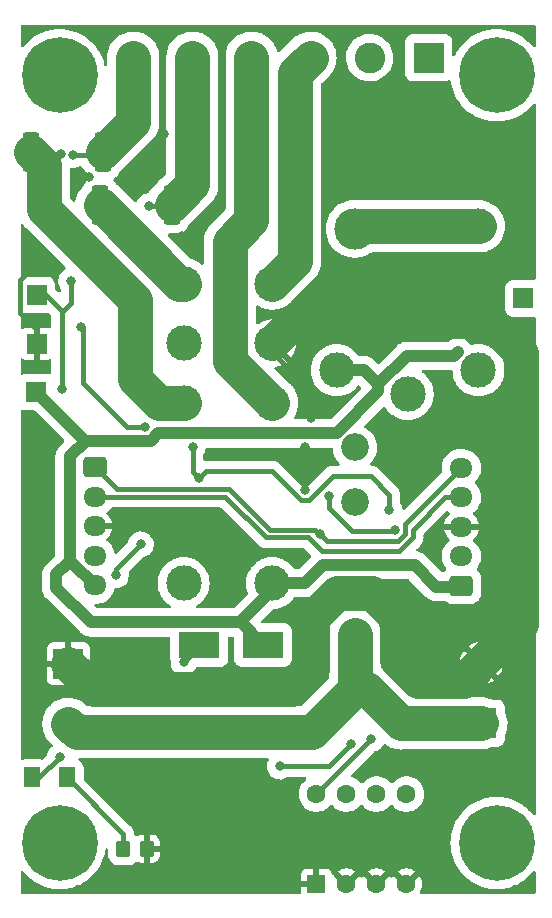
<source format=gtl>
%TF.GenerationSoftware,KiCad,Pcbnew,(6.0.5)*%
%TF.CreationDate,2023-02-27T22:37:21-05:00*%
%TF.ProjectId,relay_board,72656c61-795f-4626-9f61-72642e6b6963,rev?*%
%TF.SameCoordinates,Original*%
%TF.FileFunction,Copper,L1,Top*%
%TF.FilePolarity,Positive*%
%FSLAX46Y46*%
G04 Gerber Fmt 4.6, Leading zero omitted, Abs format (unit mm)*
G04 Created by KiCad (PCBNEW (6.0.5)) date 2023-02-27 22:37:21*
%MOMM*%
%LPD*%
G01*
G04 APERTURE LIST*
G04 Aperture macros list*
%AMRoundRect*
0 Rectangle with rounded corners*
0 $1 Rounding radius*
0 $2 $3 $4 $5 $6 $7 $8 $9 X,Y pos of 4 corners*
0 Add a 4 corners polygon primitive as box body*
4,1,4,$2,$3,$4,$5,$6,$7,$8,$9,$2,$3,0*
0 Add four circle primitives for the rounded corners*
1,1,$1+$1,$2,$3*
1,1,$1+$1,$4,$5*
1,1,$1+$1,$6,$7*
1,1,$1+$1,$8,$9*
0 Add four rect primitives between the rounded corners*
20,1,$1+$1,$2,$3,$4,$5,0*
20,1,$1+$1,$4,$5,$6,$7,0*
20,1,$1+$1,$6,$7,$8,$9,0*
20,1,$1+$1,$8,$9,$2,$3,0*%
G04 Aperture macros list end*
%TA.AperFunction,ComponentPad*%
%ADD10R,1.700000X1.700000*%
%TD*%
%TA.AperFunction,SMDPad,CuDef*%
%ADD11R,3.500000X2.300000*%
%TD*%
%TA.AperFunction,ComponentPad*%
%ADD12C,2.350000*%
%TD*%
%TA.AperFunction,ComponentPad*%
%ADD13R,2.600000X2.600000*%
%TD*%
%TA.AperFunction,ComponentPad*%
%ADD14C,2.600000*%
%TD*%
%TA.AperFunction,ComponentPad*%
%ADD15R,1.600000X1.600000*%
%TD*%
%TA.AperFunction,ComponentPad*%
%ADD16C,1.600000*%
%TD*%
%TA.AperFunction,ComponentPad*%
%ADD17C,3.000000*%
%TD*%
%TA.AperFunction,ComponentPad*%
%ADD18RoundRect,0.250000X-0.725000X0.600000X-0.725000X-0.600000X0.725000X-0.600000X0.725000X0.600000X0*%
%TD*%
%TA.AperFunction,ComponentPad*%
%ADD19O,1.950000X1.700000*%
%TD*%
%TA.AperFunction,ComponentPad*%
%ADD20RoundRect,0.250000X0.725000X-0.600000X0.725000X0.600000X-0.725000X0.600000X-0.725000X-0.600000X0*%
%TD*%
%TA.AperFunction,SMDPad,CuDef*%
%ADD21RoundRect,0.249999X0.450001X1.425001X-0.450001X1.425001X-0.450001X-1.425001X0.450001X-1.425001X0*%
%TD*%
%TA.AperFunction,ComponentPad*%
%ADD22C,6.400000*%
%TD*%
%TA.AperFunction,SMDPad,CuDef*%
%ADD23RoundRect,0.250000X-0.350000X-0.450000X0.350000X-0.450000X0.350000X0.450000X-0.350000X0.450000X0*%
%TD*%
%TA.AperFunction,SMDPad,CuDef*%
%ADD24RoundRect,0.250001X0.462499X0.624999X-0.462499X0.624999X-0.462499X-0.624999X0.462499X-0.624999X0*%
%TD*%
%TA.AperFunction,ViaPad*%
%ADD25C,1.000000*%
%TD*%
%TA.AperFunction,ViaPad*%
%ADD26C,3.500000*%
%TD*%
%TA.AperFunction,ViaPad*%
%ADD27C,0.800000*%
%TD*%
%TA.AperFunction,Conductor*%
%ADD28C,1.000000*%
%TD*%
%TA.AperFunction,Conductor*%
%ADD29C,3.000000*%
%TD*%
%TA.AperFunction,Conductor*%
%ADD30C,0.400000*%
%TD*%
G04 APERTURE END LIST*
D10*
X132054600Y-96723200D03*
X132029200Y-100812600D03*
X132054600Y-92608400D03*
X173278800Y-92887800D03*
D11*
X151231600Y-122224800D03*
X145831600Y-122224800D03*
D12*
X159000000Y-126000000D03*
X159000000Y-121400000D03*
X159000000Y-105500000D03*
X159000000Y-110100000D03*
D13*
X169723000Y-128859200D03*
D14*
X169723000Y-123779200D03*
D15*
X155752800Y-142468600D03*
D16*
X158292800Y-142468600D03*
X160832800Y-142468600D03*
X163372800Y-142468600D03*
X163372800Y-134848600D03*
X160832800Y-134848600D03*
X158292800Y-134848600D03*
X155752800Y-134848600D03*
D17*
X157469400Y-98978200D03*
X169469400Y-98978200D03*
X163469400Y-100978200D03*
X169469400Y-86778200D03*
X144500000Y-96680000D03*
X152000000Y-96680000D03*
X144500000Y-117000000D03*
X152000000Y-117000000D03*
X144500000Y-101720000D03*
X144500000Y-91640000D03*
X152000000Y-101720000D03*
X152000000Y-91640000D03*
D18*
X136982200Y-107188000D03*
D19*
X136982200Y-109688000D03*
X136982200Y-112188000D03*
X136982200Y-114688000D03*
X136982200Y-117188000D03*
D20*
X168025200Y-117217200D03*
D19*
X168025200Y-114717200D03*
X168025200Y-112217200D03*
X168025200Y-109717200D03*
X168025200Y-107217200D03*
D21*
X137670000Y-80500000D03*
X131570000Y-80500000D03*
X143550000Y-85000000D03*
X137450000Y-85000000D03*
D13*
X165250000Y-72500000D03*
D14*
X160250000Y-72500000D03*
X155250000Y-72500000D03*
X150250000Y-72500000D03*
X145250000Y-72500000D03*
X140250000Y-72500000D03*
D22*
X134000000Y-74000000D03*
X171000000Y-74000000D03*
X134000000Y-139000000D03*
D13*
X134747000Y-123825000D03*
D14*
X134747000Y-128905000D03*
D23*
X139411200Y-139496800D03*
X141411200Y-139496800D03*
D22*
X171000000Y-139000000D03*
D24*
X134648600Y-133451600D03*
X131673600Y-133451600D03*
D25*
X167741600Y-97433501D03*
D26*
X159000000Y-87000000D03*
D27*
X154787600Y-105471300D03*
X136499600Y-82626200D03*
X155257590Y-102995200D03*
X168402000Y-79171800D03*
X132146100Y-89908900D03*
X144399000Y-87604600D03*
X154787600Y-109118400D03*
X141452600Y-111480600D03*
X141452600Y-115773200D03*
X167513000Y-91059000D03*
X142849600Y-78968600D03*
X145821400Y-108127800D03*
X161925000Y-110845600D03*
X135001000Y-91414600D03*
X145262600Y-105474000D03*
X134213600Y-100558600D03*
X144500000Y-123697400D03*
X158692584Y-130646500D03*
X152660187Y-132520887D03*
X141579600Y-85090000D03*
X135165047Y-80726772D03*
X156846500Y-109651800D03*
X160401000Y-130175000D03*
X162402111Y-112500501D03*
X134112000Y-80695800D03*
X138480800Y-85039200D03*
X141249400Y-103768852D03*
X135839200Y-95275400D03*
X156013416Y-112870984D03*
X134000000Y-131750000D03*
X140868400Y-113726500D03*
X138760200Y-116334500D03*
D28*
X165912800Y-117322600D02*
X167919800Y-117322600D01*
X142330255Y-104320000D02*
X153025787Y-104320000D01*
X167741600Y-97433501D02*
X167425101Y-97750000D01*
X157454182Y-104317800D02*
X161000000Y-100771982D01*
X157469400Y-98978200D02*
X159814122Y-98978200D01*
X134848600Y-106273600D02*
X134848600Y-115144603D01*
X153027987Y-104317800D02*
X157454182Y-104317800D01*
X149249400Y-120320800D02*
X149327600Y-120320800D01*
X134848600Y-115144603D02*
X134721600Y-115271603D01*
X136199348Y-104922852D02*
X136139452Y-104922852D01*
X152000000Y-117570200D02*
X149249400Y-120320800D01*
X159814122Y-98978200D02*
X161000000Y-100164078D01*
X134721600Y-115271603D02*
X133731000Y-116262203D01*
X164058600Y-115468400D02*
X165912800Y-117322600D01*
X134721600Y-115271603D02*
X135065803Y-115271603D01*
X136139452Y-104922852D02*
X132029200Y-100812600D01*
X167425101Y-97750000D02*
X163414078Y-97750000D01*
X161000000Y-100771982D02*
X161000000Y-100164078D01*
X133731000Y-117424200D02*
X136627600Y-120320800D01*
X135065803Y-115271603D02*
X136982200Y-117188000D01*
X156311600Y-115468400D02*
X164058600Y-115468400D01*
X154780000Y-117000000D02*
X156311600Y-115468400D01*
X149327600Y-120320800D02*
X151231600Y-122224800D01*
X136627600Y-120320800D02*
X149327600Y-120320800D01*
X136469652Y-104922852D02*
X141727403Y-104922852D01*
X141727403Y-104922852D02*
X142330255Y-104320000D01*
X153025787Y-104320000D02*
X153027987Y-104317800D01*
X163414078Y-97750000D02*
X161000000Y-100164078D01*
X134848600Y-106273600D02*
X136199348Y-104922852D01*
X152000000Y-117000000D02*
X152000000Y-117570200D01*
X133731000Y-116262203D02*
X133731000Y-117424200D01*
X152000000Y-117000000D02*
X154780000Y-117000000D01*
D29*
X159200000Y-86800000D02*
X159000000Y-87000000D01*
X169500000Y-86800000D02*
X159200000Y-86800000D01*
X164386368Y-125259200D02*
X168243000Y-125259200D01*
D30*
X155244800Y-102982410D02*
X155244800Y-100685600D01*
D29*
X157508831Y-117800000D02*
X160491169Y-117800000D01*
X160491169Y-117800000D02*
X162600000Y-119908831D01*
D30*
X152000000Y-97440800D02*
X152000000Y-96680000D01*
D29*
X155400000Y-119908831D02*
X155400000Y-124304800D01*
X170375169Y-94792800D02*
X153887200Y-94792800D01*
D30*
X155244800Y-100685600D02*
X152000000Y-97440800D01*
X155257590Y-102995200D02*
X155244800Y-102982410D01*
D29*
X162600000Y-119908831D02*
X162600000Y-123472831D01*
X162600000Y-123472831D02*
X164386368Y-125259200D01*
X173069400Y-120432800D02*
X173069400Y-97487031D01*
X173069400Y-97487031D02*
X170375169Y-94792800D01*
D30*
X132146100Y-89908900D02*
X130683000Y-91372000D01*
D29*
X168243000Y-125259200D02*
X169723000Y-123779200D01*
D30*
X130683000Y-91372000D02*
X130683000Y-94157800D01*
X132054600Y-95529400D02*
X132054600Y-96723200D01*
X154787600Y-105471300D02*
X154787600Y-109118400D01*
D29*
X153718000Y-125986800D02*
X136908800Y-125986800D01*
D30*
X130683000Y-94157800D02*
X132054600Y-95529400D01*
D29*
X155400000Y-124304800D02*
X153718000Y-125986800D01*
X153887200Y-94792800D02*
X152000000Y-96680000D01*
X155400000Y-119908831D02*
X157508831Y-117800000D01*
X134747000Y-123825000D02*
X136908800Y-125986800D01*
X169723000Y-123779200D02*
X173069400Y-120432800D01*
D30*
X132867400Y-92608400D02*
X132054600Y-92608400D01*
X146431000Y-107518200D02*
X151979661Y-107518200D01*
X155152800Y-109972400D02*
X157175200Y-107950000D01*
X134204000Y-94065800D02*
X134204000Y-100549000D01*
X145262600Y-105474000D02*
X145262600Y-107569000D01*
X134204000Y-94065800D02*
X134204000Y-93945000D01*
X135001000Y-91414600D02*
X135001000Y-93268800D01*
X134204000Y-93945000D02*
X132867400Y-92608400D01*
X134204000Y-100549000D02*
X134213600Y-100558600D01*
X160375600Y-107950000D02*
X161925000Y-109499400D01*
X135001000Y-93268800D02*
X134204000Y-94065800D01*
X151979661Y-107518200D02*
X154433861Y-109972400D01*
X157175200Y-107950000D02*
X160375600Y-107950000D01*
X154433861Y-109972400D02*
X155152800Y-109972400D01*
X145821400Y-108127800D02*
X146431000Y-107518200D01*
X161925000Y-109499400D02*
X161925000Y-110845600D01*
X145262600Y-107569000D02*
X145821400Y-108127800D01*
D29*
X159000000Y-126000000D02*
X160036000Y-126000000D01*
X160036000Y-126000000D02*
X162915600Y-128879600D01*
X162936000Y-128859200D02*
X169723000Y-128859200D01*
X159000000Y-121400000D02*
X159000000Y-126000000D01*
X162915600Y-128879600D02*
X162936000Y-128859200D01*
X155389034Y-129610966D02*
X159000000Y-126000000D01*
X134747000Y-128905000D02*
X135452966Y-129610966D01*
X135452966Y-129610966D02*
X155389034Y-129610966D01*
D30*
X145831600Y-122224800D02*
X145831600Y-122365800D01*
X145831600Y-122365800D02*
X144500000Y-123697400D01*
X158692584Y-130646500D02*
X156818197Y-132520887D01*
X156818197Y-132520887D02*
X152660187Y-132520887D01*
D29*
X153950000Y-73800000D02*
X153950000Y-89690000D01*
X153950000Y-89690000D02*
X152000000Y-91640000D01*
X155250000Y-72500000D02*
X153950000Y-73800000D01*
X150250000Y-86250000D02*
X148400000Y-88100000D01*
X148400000Y-98171169D02*
X151948831Y-101720000D01*
X151948831Y-101720000D02*
X152000000Y-101720000D01*
X150250000Y-86250000D02*
X150250000Y-72500000D01*
X148400000Y-88100000D02*
X148400000Y-98171169D01*
X143487500Y-85000000D02*
X145250000Y-83237500D01*
D30*
X141579600Y-85090000D02*
X143460000Y-85090000D01*
X143459200Y-85090800D02*
X143550000Y-85000000D01*
X143460000Y-85090000D02*
X143550000Y-85000000D01*
D29*
X145250000Y-83237500D02*
X145250000Y-72500000D01*
X140250000Y-72500000D02*
X140250000Y-77920000D01*
D30*
X135165047Y-80726772D02*
X136559628Y-80726772D01*
X136559628Y-80726772D02*
X136786400Y-80500000D01*
D29*
X140250000Y-77920000D02*
X137670000Y-80500000D01*
D30*
X158777968Y-112549968D02*
X162352644Y-112549968D01*
X156846500Y-109651800D02*
X156846500Y-110618500D01*
X160401000Y-130200400D02*
X155752800Y-134848600D01*
X162352644Y-112549968D02*
X162402111Y-112500501D01*
X156846500Y-110618500D02*
X158777968Y-112549968D01*
X160401000Y-130175000D02*
X160401000Y-130200400D01*
X133183200Y-81624600D02*
X132694600Y-81624600D01*
D29*
X140399999Y-99741319D02*
X140399999Y-93042797D01*
D30*
X134112000Y-80695800D02*
X133183200Y-81624600D01*
D29*
X132694600Y-81624600D02*
X131570000Y-80500000D01*
X144500000Y-101720000D02*
X142378680Y-101720000D01*
X132694600Y-85337398D02*
X132694600Y-81624600D01*
X142378680Y-101720000D02*
X140399999Y-99741319D01*
D30*
X134112000Y-80695800D02*
X131765800Y-80695800D01*
X131765800Y-80695800D02*
X131570000Y-80500000D01*
D29*
X140399999Y-93042797D02*
X132694600Y-85337398D01*
X144152500Y-91640000D02*
X137512500Y-85000000D01*
X144500000Y-91640000D02*
X144152500Y-91640000D01*
D30*
X136000000Y-95436200D02*
X136000000Y-100078704D01*
X135839200Y-95275400D02*
X136000000Y-95436200D01*
X136000000Y-100078704D02*
X139690148Y-103768852D01*
X139690148Y-103768852D02*
X141249400Y-103768852D01*
X166660200Y-109717200D02*
X168025200Y-109717200D01*
X156251200Y-114315800D02*
X162719447Y-114315800D01*
X163910111Y-113125136D02*
X163910111Y-112467289D01*
X163910111Y-112467289D02*
X166660200Y-109717200D01*
X151463463Y-113131600D02*
X155067000Y-113131600D01*
X155067000Y-113131600D02*
X156251200Y-114315800D01*
X148019863Y-109688000D02*
X151463463Y-113131600D01*
X162719447Y-114315800D02*
X163910111Y-113125136D01*
X136982200Y-109688000D02*
X148019863Y-109688000D01*
X163256111Y-112854240D02*
X163256111Y-111986289D01*
X156604232Y-113461800D02*
X162648551Y-113461800D01*
X163256111Y-111986289D02*
X168025200Y-107217200D01*
X138828200Y-109034000D02*
X136982200Y-107188000D01*
X156013416Y-112870984D02*
X155620032Y-112477600D01*
X155620032Y-112477600D02*
X151790400Y-112477600D01*
X156013416Y-112870984D02*
X156604232Y-113461800D01*
X162648551Y-113461800D02*
X163256111Y-112854240D01*
X151790400Y-112477600D02*
X148346800Y-109034000D01*
X148346800Y-109034000D02*
X138828200Y-109034000D01*
X139411200Y-138214200D02*
X139411200Y-139496800D01*
X134648600Y-133451600D02*
X139411200Y-138214200D01*
X134000000Y-131750000D02*
X132298400Y-133451600D01*
X140868400Y-113726500D02*
X138760200Y-115834700D01*
X138760200Y-115834700D02*
X138760200Y-116334500D01*
X132298400Y-133451600D02*
X131673600Y-133451600D01*
%TA.AperFunction,Conductor*%
G36*
X174241621Y-69720502D02*
G01*
X174288114Y-69774158D01*
X174299500Y-69826500D01*
X174299500Y-71521674D01*
X174279498Y-71589795D01*
X174225842Y-71636288D01*
X174155568Y-71646392D01*
X174090988Y-71616898D01*
X174073806Y-71598727D01*
X174066903Y-71589795D01*
X173965344Y-71458393D01*
X173875884Y-71364122D01*
X173695517Y-71174054D01*
X173695514Y-71174052D01*
X173693318Y-71171737D01*
X173682408Y-71162353D01*
X173396131Y-70916116D01*
X173396128Y-70916114D01*
X173393716Y-70914039D01*
X173391108Y-70912219D01*
X173391102Y-70912215D01*
X173072220Y-70689760D01*
X173069607Y-70687937D01*
X172743037Y-70506171D01*
X172727092Y-70497296D01*
X172727090Y-70497295D01*
X172724307Y-70495746D01*
X172721387Y-70494488D01*
X172721382Y-70494486D01*
X172364287Y-70340696D01*
X172364277Y-70340692D01*
X172361353Y-70339433D01*
X171984460Y-70220599D01*
X171707713Y-70163287D01*
X171600613Y-70141108D01*
X171600610Y-70141108D01*
X171597488Y-70140461D01*
X171295259Y-70109228D01*
X171207555Y-70100165D01*
X171207552Y-70100165D01*
X171204399Y-70099839D01*
X171201233Y-70099833D01*
X171201224Y-70099833D01*
X171006076Y-70099493D01*
X170809217Y-70099150D01*
X170652678Y-70114774D01*
X170419161Y-70138082D01*
X170419155Y-70138083D01*
X170415988Y-70138399D01*
X170214871Y-70179317D01*
X170031863Y-70216550D01*
X170031859Y-70216551D01*
X170028738Y-70217186D01*
X170025696Y-70218133D01*
X170025690Y-70218135D01*
X169840086Y-70275944D01*
X169651433Y-70334703D01*
X169648493Y-70335957D01*
X169290873Y-70488495D01*
X169290869Y-70488497D01*
X169287936Y-70489748D01*
X169285149Y-70491287D01*
X169285148Y-70491287D01*
X169232975Y-70520088D01*
X168941967Y-70680733D01*
X168939346Y-70682548D01*
X168939341Y-70682551D01*
X168673890Y-70866358D01*
X168617070Y-70905702D01*
X168316571Y-71162353D01*
X168043546Y-71448057D01*
X168041589Y-71450570D01*
X168041588Y-71450572D01*
X167823087Y-71731250D01*
X167800791Y-71759890D01*
X167590791Y-72094658D01*
X167589381Y-72097510D01*
X167589377Y-72097518D01*
X167558691Y-72159607D01*
X167489456Y-72299694D01*
X167441344Y-72351900D01*
X167372642Y-72369807D01*
X167305166Y-72347729D01*
X167260338Y-72292675D01*
X167250500Y-72243866D01*
X167250499Y-71146891D01*
X167250499Y-71144008D01*
X167250234Y-71141116D01*
X167244440Y-71078060D01*
X167243829Y-71071406D01*
X167219215Y-70992863D01*
X167195399Y-70916866D01*
X167195398Y-70916864D01*
X167193127Y-70909617D01*
X167105297Y-70764592D01*
X166985408Y-70644703D01*
X166840383Y-70556873D01*
X166833136Y-70554602D01*
X166833134Y-70554601D01*
X166767894Y-70534156D01*
X166678594Y-70506171D01*
X166605993Y-70499500D01*
X166603095Y-70499500D01*
X165246482Y-70499501D01*
X163894008Y-70499501D01*
X163891150Y-70499764D01*
X163891141Y-70499764D01*
X163855757Y-70503015D01*
X163821406Y-70506171D01*
X163815028Y-70508170D01*
X163815027Y-70508170D01*
X163666866Y-70554601D01*
X163666864Y-70554602D01*
X163659617Y-70556873D01*
X163514592Y-70644703D01*
X163394703Y-70764592D01*
X163306873Y-70909617D01*
X163304602Y-70916864D01*
X163304601Y-70916866D01*
X163301300Y-70927399D01*
X163256171Y-71071406D01*
X163249500Y-71144007D01*
X163249500Y-71146905D01*
X163249501Y-72503222D01*
X163249501Y-73855992D01*
X163256171Y-73928594D01*
X163258170Y-73934972D01*
X163258170Y-73934973D01*
X163304174Y-74081769D01*
X163306873Y-74090383D01*
X163394703Y-74235408D01*
X163514592Y-74355297D01*
X163659617Y-74443127D01*
X163666864Y-74445398D01*
X163666866Y-74445399D01*
X163684503Y-74450926D01*
X163821406Y-74493829D01*
X163894007Y-74500500D01*
X163896905Y-74500500D01*
X165253518Y-74500499D01*
X166605992Y-74500499D01*
X166608850Y-74500236D01*
X166608859Y-74500236D01*
X166644243Y-74496985D01*
X166678594Y-74493829D01*
X166754361Y-74470085D01*
X166833134Y-74445399D01*
X166833136Y-74445398D01*
X166840383Y-74443127D01*
X166937079Y-74384566D01*
X167005708Y-74366387D01*
X167073272Y-74388197D01*
X167118318Y-74443073D01*
X167126966Y-74473718D01*
X167171538Y-74771953D01*
X167269148Y-75154892D01*
X167404956Y-75526006D01*
X167577573Y-75881495D01*
X167785230Y-76217721D01*
X168025802Y-76531241D01*
X168027984Y-76533557D01*
X168027993Y-76533567D01*
X168294635Y-76816519D01*
X168296826Y-76818844D01*
X168299231Y-76820928D01*
X168299237Y-76820933D01*
X168515797Y-77008523D01*
X168595526Y-77077586D01*
X168918845Y-77304818D01*
X169263472Y-77498214D01*
X169625878Y-77655793D01*
X170002353Y-77775941D01*
X170212256Y-77820175D01*
X170385924Y-77856773D01*
X170385929Y-77856774D01*
X170389043Y-77857430D01*
X170781988Y-77899423D01*
X170785176Y-77899440D01*
X170785181Y-77899440D01*
X170964213Y-77900378D01*
X171177166Y-77901493D01*
X171325671Y-77887193D01*
X171567364Y-77863921D01*
X171567369Y-77863920D01*
X171570529Y-77863616D01*
X171573648Y-77862993D01*
X171573653Y-77862992D01*
X171764643Y-77824828D01*
X171958051Y-77786181D01*
X172247161Y-77697240D01*
X172332722Y-77670918D01*
X172332725Y-77670917D01*
X172335764Y-77669982D01*
X172338692Y-77668745D01*
X172338698Y-77668743D01*
X172502433Y-77599578D01*
X172699801Y-77516207D01*
X172702604Y-77514673D01*
X172702609Y-77514670D01*
X172851943Y-77432912D01*
X173046434Y-77326431D01*
X173372114Y-77102597D01*
X173401606Y-77077586D01*
X173671078Y-76849057D01*
X173671080Y-76849055D01*
X173673508Y-76846996D01*
X173675713Y-76844704D01*
X173675719Y-76844699D01*
X173787472Y-76728570D01*
X173947528Y-76562247D01*
X174074346Y-76400510D01*
X174132119Y-76359246D01*
X174203031Y-76355766D01*
X174264566Y-76391177D01*
X174297189Y-76454235D01*
X174299500Y-76478257D01*
X174299500Y-91211300D01*
X174279498Y-91279421D01*
X174225842Y-91325914D01*
X174173500Y-91337300D01*
X172741315Y-91337301D01*
X172372808Y-91337301D01*
X172369950Y-91337564D01*
X172369941Y-91337564D01*
X172334557Y-91340815D01*
X172300206Y-91343971D01*
X172293828Y-91345970D01*
X172293827Y-91345970D01*
X172145666Y-91392401D01*
X172145664Y-91392402D01*
X172138417Y-91394673D01*
X171993392Y-91482503D01*
X171873503Y-91602392D01*
X171785673Y-91747417D01*
X171734971Y-91909206D01*
X171728300Y-91981807D01*
X171728301Y-93793792D01*
X171728564Y-93796650D01*
X171728564Y-93796659D01*
X171730612Y-93818948D01*
X171734971Y-93866394D01*
X171736970Y-93872772D01*
X171736970Y-93872773D01*
X171778867Y-94006464D01*
X171785673Y-94028183D01*
X171873503Y-94173208D01*
X171993392Y-94293097D01*
X172138417Y-94380927D01*
X172145664Y-94383198D01*
X172145666Y-94383199D01*
X172194728Y-94398574D01*
X172300206Y-94431629D01*
X172372807Y-94438300D01*
X172742866Y-94438300D01*
X174173500Y-94438299D01*
X174241621Y-94458301D01*
X174288114Y-94511957D01*
X174299500Y-94564299D01*
X174299500Y-136521674D01*
X174279498Y-136589795D01*
X174225842Y-136636288D01*
X174155568Y-136646392D01*
X174090988Y-136616898D01*
X174073806Y-136598727D01*
X174066903Y-136589795D01*
X173965344Y-136458393D01*
X173769412Y-136251923D01*
X173695517Y-136174054D01*
X173695514Y-136174052D01*
X173693318Y-136171737D01*
X173682408Y-136162353D01*
X173396131Y-135916116D01*
X173396128Y-135916114D01*
X173393716Y-135914039D01*
X173391108Y-135912219D01*
X173391102Y-135912215D01*
X173072220Y-135689760D01*
X173069607Y-135687937D01*
X172724307Y-135495746D01*
X172721387Y-135494488D01*
X172721382Y-135494486D01*
X172364287Y-135340696D01*
X172364277Y-135340692D01*
X172361353Y-135339433D01*
X171984460Y-135220599D01*
X171699811Y-135161651D01*
X171600613Y-135141108D01*
X171600610Y-135141108D01*
X171597488Y-135140461D01*
X171295259Y-135109229D01*
X171207555Y-135100165D01*
X171207552Y-135100165D01*
X171204399Y-135099839D01*
X171201233Y-135099833D01*
X171201224Y-135099833D01*
X171006076Y-135099493D01*
X170809217Y-135099150D01*
X170652678Y-135114774D01*
X170419161Y-135138082D01*
X170419155Y-135138083D01*
X170415988Y-135138399D01*
X170301701Y-135161651D01*
X170031863Y-135216550D01*
X170031859Y-135216551D01*
X170028738Y-135217186D01*
X170025696Y-135218133D01*
X170025690Y-135218135D01*
X169840086Y-135275944D01*
X169651433Y-135334703D01*
X169648493Y-135335957D01*
X169290873Y-135488495D01*
X169290869Y-135488497D01*
X169287936Y-135489748D01*
X168941967Y-135680733D01*
X168939346Y-135682548D01*
X168939341Y-135682551D01*
X168778248Y-135794097D01*
X168617070Y-135905702D01*
X168316571Y-136162353D01*
X168043546Y-136448057D01*
X168041589Y-136450570D01*
X168041588Y-136450572D01*
X167889147Y-136646392D01*
X167800791Y-136759890D01*
X167590791Y-137094658D01*
X167415697Y-137448934D01*
X167277301Y-137819090D01*
X167177021Y-138201338D01*
X167161760Y-138298795D01*
X167117882Y-138578993D01*
X167115882Y-138591763D01*
X167115711Y-138594925D01*
X167115710Y-138594932D01*
X167109108Y-138716838D01*
X167094511Y-138986367D01*
X167094661Y-138989548D01*
X167106604Y-139242800D01*
X167113126Y-139381111D01*
X167171538Y-139771953D01*
X167269148Y-140154892D01*
X167404956Y-140526006D01*
X167577573Y-140881495D01*
X167697001Y-141074866D01*
X167750181Y-141160971D01*
X167785230Y-141217721D01*
X168025802Y-141531241D01*
X168027984Y-141533557D01*
X168027993Y-141533567D01*
X168294635Y-141816519D01*
X168296826Y-141818844D01*
X168299231Y-141820928D01*
X168299237Y-141820933D01*
X168522752Y-142014547D01*
X168595526Y-142077586D01*
X168918845Y-142304818D01*
X169263472Y-142498214D01*
X169625878Y-142655793D01*
X170002353Y-142775941D01*
X170212256Y-142820175D01*
X170385924Y-142856773D01*
X170385929Y-142856774D01*
X170389043Y-142857430D01*
X170781988Y-142899423D01*
X170785176Y-142899440D01*
X170785181Y-142899440D01*
X170964213Y-142900378D01*
X171177166Y-142901493D01*
X171325671Y-142887193D01*
X171567364Y-142863921D01*
X171567369Y-142863920D01*
X171570529Y-142863616D01*
X171573648Y-142862993D01*
X171573653Y-142862992D01*
X171764643Y-142824828D01*
X171958051Y-142786181D01*
X172267057Y-142691119D01*
X172332722Y-142670918D01*
X172332725Y-142670917D01*
X172335764Y-142669982D01*
X172338692Y-142668745D01*
X172338698Y-142668743D01*
X172509484Y-142596600D01*
X172699801Y-142516207D01*
X172702604Y-142514673D01*
X172702609Y-142514670D01*
X172851943Y-142432912D01*
X173046434Y-142326431D01*
X173372114Y-142102597D01*
X173401606Y-142077586D01*
X173671078Y-141849057D01*
X173671080Y-141849055D01*
X173673508Y-141846996D01*
X173675713Y-141844704D01*
X173675719Y-141844699D01*
X173787472Y-141728570D01*
X173947528Y-141562247D01*
X173956352Y-141550994D01*
X174074346Y-141400510D01*
X174132119Y-141359246D01*
X174203031Y-141355766D01*
X174264566Y-141391177D01*
X174297189Y-141454235D01*
X174299500Y-141478257D01*
X174299500Y-143173500D01*
X174279498Y-143241621D01*
X174225842Y-143288114D01*
X174173500Y-143299500D01*
X164626344Y-143299500D01*
X164558223Y-143279498D01*
X164511730Y-143225842D01*
X164501626Y-143155568D01*
X164512149Y-143120250D01*
X164604290Y-142922653D01*
X164608036Y-142912361D01*
X164664425Y-142701912D01*
X164666328Y-142691119D01*
X164685317Y-142474075D01*
X164685317Y-142463125D01*
X164666328Y-142246081D01*
X164664425Y-142235288D01*
X164608036Y-142024839D01*
X164604290Y-142014547D01*
X164512214Y-141817089D01*
X164506731Y-141807594D01*
X164470291Y-141755552D01*
X164459812Y-141747176D01*
X164446366Y-141754244D01*
X163461895Y-142738715D01*
X163399583Y-142772741D01*
X163328768Y-142767676D01*
X163283705Y-142738715D01*
X162298513Y-141753523D01*
X162286738Y-141747093D01*
X162274723Y-141756389D01*
X162238869Y-141807594D01*
X162233386Y-141817089D01*
X162216995Y-141852241D01*
X162170078Y-141905526D01*
X162101801Y-141924987D01*
X162033841Y-141904445D01*
X161988605Y-141852241D01*
X161972214Y-141817089D01*
X161966731Y-141807594D01*
X161930291Y-141755552D01*
X161919812Y-141747176D01*
X161906366Y-141754244D01*
X160921895Y-142738715D01*
X160859583Y-142772741D01*
X160788768Y-142767676D01*
X160743705Y-142738715D01*
X159758513Y-141753523D01*
X159746738Y-141747093D01*
X159734723Y-141756389D01*
X159698869Y-141807594D01*
X159693386Y-141817089D01*
X159676995Y-141852241D01*
X159630078Y-141905526D01*
X159561801Y-141924987D01*
X159493841Y-141904445D01*
X159448605Y-141852241D01*
X159432214Y-141817089D01*
X159426731Y-141807594D01*
X159390291Y-141755552D01*
X159379812Y-141747176D01*
X159366366Y-141754244D01*
X158381895Y-142738715D01*
X158319583Y-142772741D01*
X158248768Y-142767676D01*
X158203705Y-142738715D01*
X157218513Y-141753523D01*
X157204570Y-141745909D01*
X157195789Y-141746537D01*
X157126415Y-141731446D01*
X157076212Y-141681245D01*
X157062430Y-141627250D01*
X157060983Y-141627328D01*
X157060429Y-141617110D01*
X157054905Y-141566248D01*
X157051279Y-141550996D01*
X157006124Y-141430546D01*
X156997586Y-141414951D01*
X156972582Y-141381588D01*
X157571376Y-141381588D01*
X157578444Y-141395034D01*
X158279988Y-142096578D01*
X158293932Y-142104192D01*
X158295765Y-142104061D01*
X158302380Y-142099810D01*
X159007877Y-141394313D01*
X159014307Y-141382538D01*
X159013572Y-141381588D01*
X160111376Y-141381588D01*
X160118444Y-141395034D01*
X160819988Y-142096578D01*
X160833932Y-142104192D01*
X160835765Y-142104061D01*
X160842380Y-142099810D01*
X161547877Y-141394313D01*
X161554307Y-141382538D01*
X161553572Y-141381588D01*
X162651376Y-141381588D01*
X162658444Y-141395034D01*
X163359988Y-142096578D01*
X163373932Y-142104192D01*
X163375765Y-142104061D01*
X163382380Y-142099810D01*
X164087877Y-141394313D01*
X164094307Y-141382538D01*
X164085011Y-141370523D01*
X164033806Y-141334669D01*
X164024311Y-141329186D01*
X163826853Y-141237110D01*
X163816561Y-141233364D01*
X163606112Y-141176975D01*
X163595319Y-141175072D01*
X163378275Y-141156083D01*
X163367325Y-141156083D01*
X163150281Y-141175072D01*
X163139488Y-141176975D01*
X162929039Y-141233364D01*
X162918747Y-141237110D01*
X162721289Y-141329186D01*
X162711794Y-141334669D01*
X162659752Y-141371109D01*
X162651376Y-141381588D01*
X161553572Y-141381588D01*
X161545011Y-141370523D01*
X161493806Y-141334669D01*
X161484311Y-141329186D01*
X161286853Y-141237110D01*
X161276561Y-141233364D01*
X161066112Y-141176975D01*
X161055319Y-141175072D01*
X160838275Y-141156083D01*
X160827325Y-141156083D01*
X160610281Y-141175072D01*
X160599488Y-141176975D01*
X160389039Y-141233364D01*
X160378747Y-141237110D01*
X160181289Y-141329186D01*
X160171794Y-141334669D01*
X160119752Y-141371109D01*
X160111376Y-141381588D01*
X159013572Y-141381588D01*
X159005011Y-141370523D01*
X158953806Y-141334669D01*
X158944311Y-141329186D01*
X158746853Y-141237110D01*
X158736561Y-141233364D01*
X158526112Y-141176975D01*
X158515319Y-141175072D01*
X158298275Y-141156083D01*
X158287325Y-141156083D01*
X158070281Y-141175072D01*
X158059488Y-141176975D01*
X157849039Y-141233364D01*
X157838747Y-141237110D01*
X157641289Y-141329186D01*
X157631794Y-141334669D01*
X157579752Y-141371109D01*
X157571376Y-141381588D01*
X156972582Y-141381588D01*
X156921085Y-141312876D01*
X156908524Y-141300315D01*
X156806449Y-141223814D01*
X156790854Y-141215276D01*
X156670406Y-141170122D01*
X156655151Y-141166495D01*
X156604286Y-141160969D01*
X156597472Y-141160600D01*
X156024915Y-141160600D01*
X156009676Y-141165075D01*
X156008471Y-141166465D01*
X156006800Y-141174148D01*
X156006800Y-142596600D01*
X155986798Y-142664721D01*
X155933142Y-142711214D01*
X155880800Y-142722600D01*
X154462916Y-142722600D01*
X154447677Y-142727075D01*
X154446472Y-142728465D01*
X154444801Y-142736148D01*
X154444801Y-143173500D01*
X154424799Y-143241621D01*
X154371143Y-143288114D01*
X154318801Y-143299500D01*
X130826500Y-143299500D01*
X130758379Y-143279498D01*
X130711886Y-143225842D01*
X130700500Y-143173500D01*
X130700500Y-141478484D01*
X130720502Y-141410363D01*
X130774158Y-141363870D01*
X130844432Y-141353766D01*
X130909012Y-141383260D01*
X130926462Y-141401780D01*
X131023851Y-141528700D01*
X131023861Y-141528712D01*
X131025802Y-141531241D01*
X131027984Y-141533557D01*
X131027993Y-141533567D01*
X131294635Y-141816519D01*
X131296826Y-141818844D01*
X131299231Y-141820928D01*
X131299237Y-141820933D01*
X131522752Y-142014547D01*
X131595526Y-142077586D01*
X131918845Y-142304818D01*
X132263472Y-142498214D01*
X132625878Y-142655793D01*
X133002353Y-142775941D01*
X133212256Y-142820175D01*
X133385924Y-142856773D01*
X133385929Y-142856774D01*
X133389043Y-142857430D01*
X133781988Y-142899423D01*
X133785176Y-142899440D01*
X133785181Y-142899440D01*
X133964213Y-142900378D01*
X134177166Y-142901493D01*
X134325671Y-142887193D01*
X134567364Y-142863921D01*
X134567369Y-142863920D01*
X134570529Y-142863616D01*
X134573648Y-142862993D01*
X134573653Y-142862992D01*
X134764643Y-142824828D01*
X134958051Y-142786181D01*
X135267057Y-142691119D01*
X135332722Y-142670918D01*
X135332725Y-142670917D01*
X135335764Y-142669982D01*
X135338692Y-142668745D01*
X135338698Y-142668743D01*
X135509484Y-142596600D01*
X135699801Y-142516207D01*
X135702604Y-142514673D01*
X135702609Y-142514670D01*
X135851943Y-142432912D01*
X136046434Y-142326431D01*
X136235506Y-142196485D01*
X154444800Y-142196485D01*
X154449275Y-142211724D01*
X154450665Y-142212929D01*
X154458348Y-142214600D01*
X155480685Y-142214600D01*
X155495924Y-142210125D01*
X155497129Y-142208735D01*
X155498800Y-142201052D01*
X155498800Y-141178716D01*
X155494325Y-141163477D01*
X155492935Y-141162272D01*
X155485252Y-141160601D01*
X154908131Y-141160601D01*
X154901310Y-141160971D01*
X154850448Y-141166495D01*
X154835196Y-141170121D01*
X154714746Y-141215276D01*
X154699151Y-141223814D01*
X154597076Y-141300315D01*
X154584515Y-141312876D01*
X154508014Y-141414951D01*
X154499476Y-141430546D01*
X154454322Y-141550994D01*
X154450695Y-141566249D01*
X154445169Y-141617114D01*
X154444800Y-141623928D01*
X154444800Y-142196485D01*
X136235506Y-142196485D01*
X136372114Y-142102597D01*
X136401606Y-142077586D01*
X136671078Y-141849057D01*
X136671080Y-141849055D01*
X136673508Y-141846996D01*
X136675713Y-141844704D01*
X136675719Y-141844699D01*
X136787472Y-141728570D01*
X136947528Y-141562247D01*
X136956352Y-141550994D01*
X137097859Y-141370523D01*
X137191370Y-141251264D01*
X137214297Y-141214998D01*
X137400828Y-140919934D01*
X137402537Y-140917231D01*
X137403957Y-140914382D01*
X137403962Y-140914374D01*
X137577447Y-140566416D01*
X137578867Y-140563568D01*
X137718554Y-140193897D01*
X137728933Y-140154892D01*
X137819347Y-139815087D01*
X137820168Y-139812002D01*
X137827070Y-139768915D01*
X137860286Y-139561540D01*
X137890810Y-139497440D01*
X137951144Y-139460018D01*
X138022131Y-139461156D01*
X138081235Y-139500492D01*
X138109689Y-139565537D01*
X138110700Y-139581468D01*
X138110700Y-140001724D01*
X138120898Y-140115987D01*
X138142356Y-140190820D01*
X138166654Y-140275557D01*
X138174123Y-140301606D01*
X138263585Y-140472730D01*
X138267614Y-140477670D01*
X138267616Y-140477673D01*
X138339993Y-140566416D01*
X138385629Y-140622371D01*
X138390569Y-140626400D01*
X138486283Y-140704462D01*
X138535270Y-140744415D01*
X138706394Y-140833877D01*
X138712522Y-140835634D01*
X138712524Y-140835635D01*
X138808879Y-140863264D01*
X138892013Y-140887102D01*
X138924296Y-140889983D01*
X139003483Y-140897051D01*
X139003489Y-140897051D01*
X139006276Y-140897300D01*
X139816124Y-140897300D01*
X139818911Y-140897051D01*
X139818917Y-140897051D01*
X139898104Y-140889983D01*
X139930387Y-140887102D01*
X140013521Y-140863264D01*
X140109876Y-140835635D01*
X140109878Y-140835634D01*
X140116006Y-140833877D01*
X140287130Y-140744415D01*
X140336118Y-140704462D01*
X140431831Y-140626400D01*
X140436771Y-140622371D01*
X140459263Y-140594793D01*
X140517818Y-140554645D01*
X140588783Y-140552528D01*
X140623022Y-140567169D01*
X140732443Y-140634616D01*
X140745624Y-140640763D01*
X140899910Y-140691938D01*
X140913286Y-140694805D01*
X141007638Y-140704472D01*
X141014054Y-140704800D01*
X141139085Y-140704800D01*
X141154324Y-140700325D01*
X141155529Y-140698935D01*
X141157200Y-140691252D01*
X141157200Y-140686684D01*
X141665200Y-140686684D01*
X141669675Y-140701923D01*
X141671065Y-140703128D01*
X141678748Y-140704799D01*
X141808295Y-140704799D01*
X141814814Y-140704462D01*
X141910406Y-140694543D01*
X141923800Y-140691651D01*
X142077984Y-140640212D01*
X142091162Y-140634039D01*
X142229007Y-140548737D01*
X142240408Y-140539701D01*
X142354939Y-140424971D01*
X142363951Y-140413560D01*
X142449016Y-140275557D01*
X142455163Y-140262376D01*
X142506338Y-140108090D01*
X142509205Y-140094714D01*
X142518872Y-140000362D01*
X142519200Y-139993946D01*
X142519200Y-139768915D01*
X142514725Y-139753676D01*
X142513335Y-139752471D01*
X142505652Y-139750800D01*
X141683315Y-139750800D01*
X141668076Y-139755275D01*
X141666871Y-139756665D01*
X141665200Y-139764348D01*
X141665200Y-140686684D01*
X141157200Y-140686684D01*
X141157200Y-139224685D01*
X141665200Y-139224685D01*
X141669675Y-139239924D01*
X141671065Y-139241129D01*
X141678748Y-139242800D01*
X142501084Y-139242800D01*
X142516323Y-139238325D01*
X142517528Y-139236935D01*
X142519199Y-139229252D01*
X142519199Y-138999705D01*
X142518862Y-138993186D01*
X142508943Y-138897594D01*
X142506051Y-138884200D01*
X142454612Y-138730016D01*
X142448439Y-138716838D01*
X142363137Y-138578993D01*
X142354101Y-138567592D01*
X142239371Y-138453061D01*
X142227960Y-138444049D01*
X142089957Y-138358984D01*
X142076776Y-138352837D01*
X141922490Y-138301662D01*
X141909114Y-138298795D01*
X141814762Y-138289128D01*
X141808345Y-138288800D01*
X141683315Y-138288800D01*
X141668076Y-138293275D01*
X141666871Y-138294665D01*
X141665200Y-138302348D01*
X141665200Y-139224685D01*
X141157200Y-139224685D01*
X141157200Y-138306916D01*
X141152725Y-138291677D01*
X141151335Y-138290472D01*
X141143652Y-138288801D01*
X141014105Y-138288801D01*
X141007586Y-138289138D01*
X140911994Y-138299057D01*
X140898600Y-138301949D01*
X140744416Y-138353388D01*
X140731242Y-138359559D01*
X140623263Y-138426380D01*
X140554811Y-138445218D01*
X140487041Y-138424057D01*
X140459316Y-138398872D01*
X140440800Y-138376169D01*
X140436771Y-138371229D01*
X140414220Y-138352837D01*
X140359273Y-138308023D01*
X140319125Y-138249468D01*
X140313082Y-138216975D01*
X140311873Y-138193910D01*
X140311700Y-138187315D01*
X140311700Y-138167008D01*
X140309577Y-138146805D01*
X140309060Y-138140231D01*
X140305859Y-138079156D01*
X140305513Y-138072555D01*
X140301926Y-138059167D01*
X140298323Y-138039731D01*
X140298280Y-138039322D01*
X140296874Y-138025944D01*
X140275931Y-137961487D01*
X140274058Y-137955163D01*
X140258230Y-137896094D01*
X140258229Y-137896093D01*
X140256520Y-137889713D01*
X140253524Y-137883832D01*
X140253521Y-137883825D01*
X140250226Y-137877358D01*
X140242663Y-137859101D01*
X140238379Y-137845916D01*
X140235081Y-137840203D01*
X140235077Y-137840195D01*
X140204500Y-137787235D01*
X140201352Y-137781437D01*
X140173586Y-137726942D01*
X140173584Y-137726938D01*
X140170584Y-137721051D01*
X140166422Y-137715911D01*
X140161860Y-137710277D01*
X140150661Y-137693983D01*
X140147036Y-137687704D01*
X140147033Y-137687700D01*
X140143733Y-137681984D01*
X140098385Y-137631620D01*
X140094113Y-137626618D01*
X140081320Y-137610820D01*
X140066961Y-137596461D01*
X140062420Y-137591677D01*
X140021488Y-137546217D01*
X140021485Y-137546215D01*
X140017071Y-137541312D01*
X140005855Y-137533163D01*
X139990828Y-137520328D01*
X136098505Y-133628005D01*
X136064479Y-133565693D01*
X136061600Y-133538910D01*
X136061599Y-132774480D01*
X136061599Y-132771678D01*
X136054648Y-132693781D01*
X136051935Y-132663386D01*
X136051935Y-132663385D01*
X136051402Y-132657414D01*
X135998177Y-132471795D01*
X135908715Y-132300670D01*
X135896411Y-132285583D01*
X135790700Y-132155969D01*
X135786671Y-132151029D01*
X135721577Y-132097940D01*
X135644539Y-132035109D01*
X135604391Y-131976554D01*
X135602274Y-131905589D01*
X135638859Y-131844745D01*
X135702532Y-131813339D01*
X135724175Y-131811466D01*
X151581156Y-131811466D01*
X151649277Y-131831468D01*
X151695770Y-131885124D01*
X151705874Y-131955398D01*
X151692664Y-131996134D01*
X151639101Y-132097940D01*
X151579124Y-132291100D01*
X151555351Y-132491956D01*
X151568579Y-132693781D01*
X151618365Y-132889815D01*
X151703043Y-133073494D01*
X151819775Y-133238667D01*
X151964653Y-133379800D01*
X152132824Y-133492169D01*
X152138127Y-133494447D01*
X152138130Y-133494449D01*
X152303956Y-133565693D01*
X152318657Y-133572009D01*
X152515927Y-133616647D01*
X152521696Y-133616874D01*
X152521699Y-133616874D01*
X152597870Y-133619866D01*
X152718029Y-133624587D01*
X152804319Y-133612076D01*
X152912473Y-133596395D01*
X152912478Y-133596394D01*
X152918194Y-133595565D01*
X152923666Y-133593707D01*
X152923668Y-133593707D01*
X153104254Y-133532406D01*
X153104256Y-133532405D01*
X153109718Y-133530551D01*
X153275960Y-133437452D01*
X153337526Y-133421387D01*
X154776784Y-133421387D01*
X154844905Y-133441389D01*
X154891398Y-133495045D01*
X154901502Y-133565319D01*
X154872008Y-133629899D01*
X154852438Y-133648146D01*
X154753164Y-133722683D01*
X154582696Y-133901068D01*
X154579782Y-133905340D01*
X154579781Y-133905341D01*
X154560038Y-133934283D01*
X154443651Y-134104900D01*
X154339765Y-134328704D01*
X154273826Y-134566471D01*
X154247606Y-134811814D01*
X154247903Y-134816966D01*
X154247903Y-134816970D01*
X154251560Y-134880387D01*
X154261810Y-135058145D01*
X154262947Y-135063191D01*
X154262948Y-135063197D01*
X154285136Y-135161651D01*
X154316055Y-135298849D01*
X154408884Y-135527461D01*
X154537806Y-135737841D01*
X154699357Y-135924341D01*
X154889199Y-136081951D01*
X155102233Y-136206438D01*
X155107053Y-136208278D01*
X155107058Y-136208281D01*
X155221347Y-136251923D01*
X155332739Y-136294459D01*
X155337807Y-136295490D01*
X155337810Y-136295491D01*
X155457387Y-136319819D01*
X155574526Y-136343652D01*
X155579699Y-136343842D01*
X155579702Y-136343842D01*
X155815936Y-136352504D01*
X155815940Y-136352504D01*
X155821100Y-136352693D01*
X155826220Y-136352037D01*
X155826222Y-136352037D01*
X155902503Y-136342265D01*
X156065841Y-136321341D01*
X156070790Y-136319856D01*
X156070796Y-136319855D01*
X156297224Y-136251923D01*
X156297223Y-136251923D01*
X156302174Y-136250438D01*
X156481978Y-136162353D01*
X156519103Y-136144166D01*
X156519108Y-136144163D01*
X156523754Y-136141887D01*
X156527964Y-136138884D01*
X156527969Y-136138881D01*
X156720417Y-136001609D01*
X156720422Y-136001605D01*
X156724629Y-135998604D01*
X156899405Y-135824437D01*
X156902462Y-135820183D01*
X156921207Y-135794097D01*
X156977202Y-135750450D01*
X157047905Y-135744004D01*
X157110869Y-135776807D01*
X157118759Y-135785119D01*
X157239357Y-135924341D01*
X157429199Y-136081951D01*
X157642233Y-136206438D01*
X157647053Y-136208278D01*
X157647058Y-136208281D01*
X157761347Y-136251923D01*
X157872739Y-136294459D01*
X157877807Y-136295490D01*
X157877810Y-136295491D01*
X157997387Y-136319819D01*
X158114526Y-136343652D01*
X158119699Y-136343842D01*
X158119702Y-136343842D01*
X158355936Y-136352504D01*
X158355940Y-136352504D01*
X158361100Y-136352693D01*
X158366220Y-136352037D01*
X158366222Y-136352037D01*
X158442503Y-136342265D01*
X158605841Y-136321341D01*
X158610790Y-136319856D01*
X158610796Y-136319855D01*
X158837224Y-136251923D01*
X158837223Y-136251923D01*
X158842174Y-136250438D01*
X159021978Y-136162353D01*
X159059103Y-136144166D01*
X159059108Y-136144163D01*
X159063754Y-136141887D01*
X159067964Y-136138884D01*
X159067969Y-136138881D01*
X159260417Y-136001609D01*
X159260422Y-136001605D01*
X159264629Y-135998604D01*
X159439405Y-135824437D01*
X159442462Y-135820183D01*
X159461207Y-135794097D01*
X159517202Y-135750450D01*
X159587905Y-135744004D01*
X159650869Y-135776807D01*
X159658759Y-135785119D01*
X159779357Y-135924341D01*
X159969199Y-136081951D01*
X160182233Y-136206438D01*
X160187053Y-136208278D01*
X160187058Y-136208281D01*
X160301347Y-136251923D01*
X160412739Y-136294459D01*
X160417807Y-136295490D01*
X160417810Y-136295491D01*
X160537387Y-136319819D01*
X160654526Y-136343652D01*
X160659699Y-136343842D01*
X160659702Y-136343842D01*
X160895936Y-136352504D01*
X160895940Y-136352504D01*
X160901100Y-136352693D01*
X160906220Y-136352037D01*
X160906222Y-136352037D01*
X160982503Y-136342265D01*
X161145841Y-136321341D01*
X161150790Y-136319856D01*
X161150796Y-136319855D01*
X161377224Y-136251923D01*
X161377223Y-136251923D01*
X161382174Y-136250438D01*
X161561978Y-136162353D01*
X161599103Y-136144166D01*
X161599108Y-136144163D01*
X161603754Y-136141887D01*
X161607964Y-136138884D01*
X161607969Y-136138881D01*
X161800417Y-136001609D01*
X161800422Y-136001605D01*
X161804629Y-135998604D01*
X161979405Y-135824437D01*
X161982462Y-135820183D01*
X162001207Y-135794097D01*
X162057202Y-135750450D01*
X162127905Y-135744004D01*
X162190869Y-135776807D01*
X162198759Y-135785119D01*
X162319357Y-135924341D01*
X162509199Y-136081951D01*
X162722233Y-136206438D01*
X162727053Y-136208278D01*
X162727058Y-136208281D01*
X162841347Y-136251923D01*
X162952739Y-136294459D01*
X162957807Y-136295490D01*
X162957810Y-136295491D01*
X163077387Y-136319819D01*
X163194526Y-136343652D01*
X163199699Y-136343842D01*
X163199702Y-136343842D01*
X163435936Y-136352504D01*
X163435940Y-136352504D01*
X163441100Y-136352693D01*
X163446220Y-136352037D01*
X163446222Y-136352037D01*
X163522503Y-136342265D01*
X163685841Y-136321341D01*
X163690790Y-136319856D01*
X163690796Y-136319855D01*
X163917224Y-136251923D01*
X163917223Y-136251923D01*
X163922174Y-136250438D01*
X164101978Y-136162353D01*
X164139103Y-136144166D01*
X164139108Y-136144163D01*
X164143754Y-136141887D01*
X164147964Y-136138884D01*
X164147969Y-136138881D01*
X164340417Y-136001609D01*
X164340422Y-136001605D01*
X164344629Y-135998604D01*
X164519405Y-135824437D01*
X164541207Y-135794097D01*
X164660370Y-135628263D01*
X164663388Y-135624063D01*
X164772711Y-135402864D01*
X164804313Y-135298849D01*
X164842935Y-135171732D01*
X164842936Y-135171726D01*
X164844439Y-135166780D01*
X164871178Y-134963677D01*
X164876208Y-134925472D01*
X164876209Y-134925466D01*
X164876645Y-134922150D01*
X164877817Y-134874215D01*
X164878361Y-134851964D01*
X164878361Y-134851960D01*
X164878443Y-134848600D01*
X164870109Y-134747231D01*
X164858649Y-134607840D01*
X164858648Y-134607834D01*
X164858225Y-134602689D01*
X164798116Y-134363383D01*
X164699728Y-134137107D01*
X164565705Y-133929939D01*
X164539435Y-133901068D01*
X164436458Y-133787898D01*
X164399646Y-133747442D01*
X164395595Y-133744243D01*
X164395591Y-133744239D01*
X164210064Y-133597719D01*
X164210059Y-133597716D01*
X164206010Y-133594518D01*
X164201494Y-133592025D01*
X164201491Y-133592023D01*
X163994522Y-133477770D01*
X163994518Y-133477768D01*
X163989998Y-133475273D01*
X163985129Y-133473549D01*
X163985125Y-133473547D01*
X163762285Y-133394635D01*
X163762281Y-133394634D01*
X163757410Y-133392909D01*
X163752317Y-133392002D01*
X163752314Y-133392001D01*
X163519583Y-133350545D01*
X163519577Y-133350544D01*
X163514494Y-133349639D01*
X163435124Y-133348669D01*
X163272942Y-133346688D01*
X163272940Y-133346688D01*
X163267772Y-133346625D01*
X163023870Y-133383947D01*
X162789340Y-133460603D01*
X162570479Y-133574535D01*
X162566346Y-133577638D01*
X162566343Y-133577640D01*
X162377299Y-133719578D01*
X162373164Y-133722683D01*
X162202696Y-133901068D01*
X162199783Y-133905339D01*
X162199623Y-133905536D01*
X162141208Y-133945888D01*
X162070251Y-133948252D01*
X162008510Y-133911041D01*
X161863125Y-133751265D01*
X161863123Y-133751263D01*
X161859646Y-133747442D01*
X161855595Y-133744243D01*
X161855591Y-133744239D01*
X161670064Y-133597719D01*
X161670059Y-133597716D01*
X161666010Y-133594518D01*
X161661494Y-133592025D01*
X161661491Y-133592023D01*
X161454522Y-133477770D01*
X161454518Y-133477768D01*
X161449998Y-133475273D01*
X161445129Y-133473549D01*
X161445125Y-133473547D01*
X161222285Y-133394635D01*
X161222281Y-133394634D01*
X161217410Y-133392909D01*
X161212317Y-133392002D01*
X161212314Y-133392001D01*
X160979583Y-133350545D01*
X160979577Y-133350544D01*
X160974494Y-133349639D01*
X160895124Y-133348669D01*
X160732942Y-133346688D01*
X160732940Y-133346688D01*
X160727772Y-133346625D01*
X160483870Y-133383947D01*
X160249340Y-133460603D01*
X160030479Y-133574535D01*
X160026346Y-133577638D01*
X160026343Y-133577640D01*
X159837299Y-133719578D01*
X159833164Y-133722683D01*
X159662696Y-133901068D01*
X159659783Y-133905339D01*
X159659623Y-133905536D01*
X159601208Y-133945888D01*
X159530251Y-133948252D01*
X159468510Y-133911041D01*
X159323125Y-133751265D01*
X159323123Y-133751263D01*
X159319646Y-133747442D01*
X159315595Y-133744243D01*
X159315591Y-133744239D01*
X159130064Y-133597719D01*
X159130059Y-133597716D01*
X159126010Y-133594518D01*
X159121494Y-133592025D01*
X159121491Y-133592023D01*
X158914522Y-133477770D01*
X158914518Y-133477768D01*
X158909998Y-133475273D01*
X158721337Y-133408465D01*
X158663801Y-133366871D01*
X158637885Y-133300773D01*
X158651819Y-133231157D01*
X158674302Y-133200597D01*
X160590135Y-131284764D01*
X160649819Y-131251340D01*
X160653290Y-131250507D01*
X160659007Y-131249678D01*
X160664475Y-131247822D01*
X160845067Y-131186519D01*
X160845069Y-131186518D01*
X160850531Y-131184664D01*
X161027001Y-131085837D01*
X161036386Y-131078032D01*
X161113604Y-131013810D01*
X161182505Y-130956505D01*
X161311837Y-130801001D01*
X161353839Y-130726001D01*
X161386601Y-130667500D01*
X161437338Y-130617838D01*
X161506870Y-130603490D01*
X161573035Y-130628958D01*
X161576078Y-130631622D01*
X161579562Y-130633937D01*
X161579565Y-130633939D01*
X161589471Y-130640520D01*
X161600730Y-130648942D01*
X161613063Y-130659291D01*
X161616589Y-130661528D01*
X161616599Y-130661536D01*
X161715916Y-130724563D01*
X161718098Y-130725980D01*
X161819561Y-130793392D01*
X161834025Y-130800447D01*
X161846296Y-130807305D01*
X161859881Y-130815926D01*
X161863672Y-130817678D01*
X161863678Y-130817681D01*
X161935448Y-130850843D01*
X161954045Y-130859436D01*
X161970484Y-130867032D01*
X161972850Y-130868156D01*
X162082301Y-130921538D01*
X162097563Y-130926615D01*
X162110633Y-130931790D01*
X162125246Y-130938542D01*
X162129244Y-130939780D01*
X162129245Y-130939780D01*
X162241646Y-130974574D01*
X162244118Y-130975368D01*
X162359680Y-131013810D01*
X162363778Y-131014592D01*
X162363787Y-131014594D01*
X162375477Y-131016824D01*
X162389124Y-131020227D01*
X162400497Y-131023747D01*
X162400505Y-131023749D01*
X162404498Y-131024985D01*
X162458955Y-131034196D01*
X162524599Y-131045299D01*
X162527195Y-131045766D01*
X162642720Y-131067803D01*
X162642724Y-131067803D01*
X162646826Y-131068586D01*
X162650985Y-131068818D01*
X162651005Y-131068821D01*
X162662886Y-131069485D01*
X162676860Y-131071052D01*
X162688596Y-131073037D01*
X162688609Y-131073038D01*
X162692728Y-131073735D01*
X162732374Y-131075119D01*
X162814429Y-131077985D01*
X162817065Y-131078104D01*
X162934528Y-131084671D01*
X162938695Y-131084904D01*
X162942854Y-131084584D01*
X162942860Y-131084584D01*
X162954740Y-131083670D01*
X162968797Y-131083376D01*
X162977850Y-131083692D01*
X162984875Y-131083937D01*
X163031682Y-131079348D01*
X163106111Y-131072050D01*
X163108739Y-131071820D01*
X163225990Y-131062798D01*
X163225995Y-131062797D01*
X163230157Y-131062477D01*
X163234244Y-131061608D01*
X163238381Y-131061012D01*
X163238464Y-131061590D01*
X163256466Y-131059700D01*
X169797151Y-131059700D01*
X169799243Y-131059561D01*
X169799245Y-131059561D01*
X170010511Y-131045529D01*
X170014682Y-131045252D01*
X170018776Y-131044427D01*
X170018780Y-131044426D01*
X170170617Y-131013810D01*
X170301239Y-130987472D01*
X170577637Y-130892300D01*
X170616106Y-130873036D01*
X170672524Y-130859699D01*
X171078992Y-130859699D01*
X171081850Y-130859436D01*
X171081859Y-130859436D01*
X171120757Y-130855862D01*
X171151594Y-130853029D01*
X171157973Y-130851030D01*
X171306134Y-130804599D01*
X171306136Y-130804598D01*
X171313383Y-130802327D01*
X171458408Y-130714497D01*
X171578297Y-130594608D01*
X171666127Y-130449583D01*
X171716829Y-130287794D01*
X171723500Y-130215193D01*
X171723500Y-129804876D01*
X171735680Y-129750831D01*
X171771754Y-129674859D01*
X171771757Y-129674851D01*
X171773552Y-129671071D01*
X171799922Y-129588940D01*
X171841855Y-129458331D01*
X171862914Y-129392741D01*
X171914681Y-129105036D01*
X171927941Y-128813013D01*
X171902464Y-128521801D01*
X171838695Y-128236517D01*
X171792458Y-128110847D01*
X171739198Y-127966092D01*
X171739197Y-127966091D01*
X171737756Y-127962173D01*
X171735807Y-127958476D01*
X171734394Y-127955303D01*
X171723499Y-127904051D01*
X171723499Y-127503208D01*
X171716829Y-127430606D01*
X171714830Y-127424227D01*
X171668399Y-127276066D01*
X171668398Y-127276064D01*
X171666127Y-127268817D01*
X171578297Y-127123792D01*
X171458408Y-127003903D01*
X171313383Y-126916073D01*
X171306136Y-126913802D01*
X171306134Y-126913801D01*
X171240894Y-126893356D01*
X171151594Y-126865371D01*
X171078993Y-126858700D01*
X170666964Y-126858700D01*
X170615314Y-126847627D01*
X170491750Y-126792095D01*
X170405077Y-126766256D01*
X170215606Y-126709772D01*
X170215598Y-126709770D01*
X170211609Y-126708581D01*
X170207492Y-126707929D01*
X170207488Y-126707928D01*
X169926351Y-126663401D01*
X169926346Y-126663401D01*
X169922883Y-126662852D01*
X169873931Y-126660629D01*
X169832872Y-126658764D01*
X169832853Y-126658764D01*
X169831453Y-126658700D01*
X163858867Y-126658700D01*
X163790746Y-126638698D01*
X163769772Y-126621795D01*
X162372083Y-125224106D01*
X168642839Y-125224106D01*
X168651553Y-125235627D01*
X168758452Y-125314009D01*
X168766351Y-125318945D01*
X168995905Y-125439719D01*
X169004454Y-125443436D01*
X169249327Y-125528949D01*
X169258336Y-125531363D01*
X169513166Y-125579744D01*
X169522423Y-125580798D01*
X169781607Y-125590983D01*
X169790921Y-125590657D01*
X170048753Y-125562420D01*
X170057930Y-125560719D01*
X170308758Y-125494681D01*
X170317574Y-125491645D01*
X170555880Y-125389262D01*
X170564167Y-125384948D01*
X170784718Y-125248466D01*
X170792268Y-125242980D01*
X170797559Y-125238501D01*
X170805997Y-125225697D01*
X170799935Y-125215345D01*
X169735812Y-124151222D01*
X169721868Y-124143608D01*
X169720035Y-124143739D01*
X169713420Y-124147990D01*
X168649497Y-125211913D01*
X168642839Y-125224106D01*
X162372083Y-125224106D01*
X161622270Y-124474293D01*
X161619214Y-124471130D01*
X161548563Y-124395366D01*
X161545717Y-124392314D01*
X161542488Y-124389662D01*
X161542483Y-124389657D01*
X161461010Y-124322734D01*
X161457991Y-124320174D01*
X161398527Y-124268117D01*
X161375522Y-124247977D01*
X161351943Y-124232311D01*
X161341695Y-124224728D01*
X161323066Y-124209426D01*
X161319829Y-124206767D01*
X161260102Y-124169735D01*
X161212748Y-124116840D01*
X161200500Y-124062650D01*
X161200500Y-123736411D01*
X167910775Y-123736411D01*
X167923220Y-123995488D01*
X167924356Y-124004743D01*
X167974961Y-124259145D01*
X167977449Y-124268117D01*
X168065095Y-124512233D01*
X168068895Y-124520768D01*
X168191658Y-124749242D01*
X168196666Y-124757104D01*
X168266720Y-124850916D01*
X168277979Y-124859365D01*
X168290397Y-124852593D01*
X169350978Y-123792012D01*
X169357356Y-123780332D01*
X170087408Y-123780332D01*
X170087539Y-123782165D01*
X170091790Y-123788780D01*
X171159094Y-124856084D01*
X171171474Y-124862844D01*
X171179815Y-124856600D01*
X171313832Y-124648248D01*
X171318275Y-124640064D01*
X171424807Y-124403570D01*
X171427997Y-124394805D01*
X171498402Y-124145172D01*
X171500262Y-124136030D01*
X171533187Y-123877219D01*
X171533668Y-123870933D01*
X171535987Y-123782360D01*
X171535836Y-123776051D01*
X171516501Y-123515863D01*
X171515125Y-123506657D01*
X171457878Y-123253667D01*
X171455154Y-123244756D01*
X171361143Y-123003006D01*
X171357132Y-122994597D01*
X171228422Y-122769402D01*
X171223211Y-122761676D01*
X171179996Y-122706858D01*
X171168071Y-122698387D01*
X171156537Y-122704873D01*
X170095022Y-123766388D01*
X170087408Y-123780332D01*
X169357356Y-123780332D01*
X169358592Y-123778068D01*
X169358461Y-123776235D01*
X169354210Y-123769620D01*
X168288816Y-122704226D01*
X168275507Y-122696958D01*
X168265472Y-122704078D01*
X168249937Y-122722756D01*
X168244531Y-122730335D01*
X168109965Y-122952091D01*
X168105736Y-122960392D01*
X168005432Y-123199589D01*
X168002471Y-123208439D01*
X167938628Y-123459825D01*
X167937006Y-123469022D01*
X167911020Y-123727085D01*
X167910775Y-123736411D01*
X161200500Y-123736411D01*
X161200500Y-122331889D01*
X168640102Y-122331889D01*
X168644675Y-122341665D01*
X169710188Y-123407178D01*
X169724132Y-123414792D01*
X169725965Y-123414661D01*
X169732580Y-123410410D01*
X170797349Y-122345641D01*
X170803733Y-122333951D01*
X170794321Y-122321841D01*
X170647045Y-122219671D01*
X170639010Y-122214938D01*
X170406376Y-122100216D01*
X170397743Y-122096728D01*
X170150703Y-122017650D01*
X170141643Y-122015474D01*
X169885630Y-121973780D01*
X169876343Y-121972968D01*
X169616992Y-121969573D01*
X169607681Y-121970143D01*
X169350682Y-122005119D01*
X169341546Y-122007060D01*
X169092543Y-122079639D01*
X169083800Y-122082907D01*
X168848252Y-122191496D01*
X168840097Y-122196016D01*
X168649240Y-122321147D01*
X168640102Y-122331889D01*
X161200500Y-122331889D01*
X161200500Y-121325849D01*
X161200254Y-121322137D01*
X161186329Y-121112489D01*
X161186052Y-121108318D01*
X161128272Y-120821761D01*
X161033100Y-120545363D01*
X161022843Y-120524879D01*
X160904084Y-120287724D01*
X160904083Y-120287722D01*
X160902209Y-120283980D01*
X160788166Y-120116171D01*
X160740250Y-120045664D01*
X160740248Y-120045661D01*
X160737899Y-120042205D01*
X160543055Y-119824284D01*
X160321102Y-119634047D01*
X160147918Y-119521580D01*
X160079437Y-119477108D01*
X160079434Y-119477106D01*
X160075938Y-119474836D01*
X159811871Y-119349448D01*
X159807888Y-119348169D01*
X159807885Y-119348168D01*
X159608974Y-119284305D01*
X159533541Y-119260086D01*
X159407852Y-119237471D01*
X159249940Y-119209057D01*
X159249934Y-119209056D01*
X159245836Y-119208319D01*
X159080709Y-119200821D01*
X158957983Y-119195248D01*
X158957978Y-119195248D01*
X158953813Y-119195059D01*
X158949665Y-119195422D01*
X158949660Y-119195422D01*
X158832590Y-119205664D01*
X158662601Y-119220536D01*
X158488972Y-119259347D01*
X158381405Y-119283391D01*
X158381402Y-119283392D01*
X158377317Y-119284305D01*
X158373392Y-119285749D01*
X158373389Y-119285750D01*
X158255111Y-119329268D01*
X158102973Y-119385244D01*
X158099285Y-119387188D01*
X158099277Y-119387192D01*
X157848092Y-119519627D01*
X157844388Y-119521580D01*
X157606107Y-119690918D01*
X157392314Y-119890283D01*
X157206767Y-120116171D01*
X157052725Y-120364616D01*
X156932895Y-120631250D01*
X156931701Y-120635256D01*
X156850572Y-120907394D01*
X156850570Y-120907402D01*
X156849381Y-120911391D01*
X156848729Y-120915508D01*
X156848728Y-120915512D01*
X156812530Y-121144061D01*
X156803652Y-121200117D01*
X156803493Y-121203629D01*
X156801255Y-121252911D01*
X156799500Y-121291547D01*
X156799500Y-125036333D01*
X156779498Y-125104454D01*
X156762595Y-125125428D01*
X154514462Y-127373561D01*
X154452150Y-127407587D01*
X154425367Y-127410466D01*
X136416633Y-127410466D01*
X136348512Y-127390464D01*
X136327538Y-127373561D01*
X136250556Y-127296579D01*
X136086522Y-127152977D01*
X135843039Y-126991208D01*
X135719061Y-126930740D01*
X135584052Y-126864892D01*
X135584046Y-126864890D01*
X135580299Y-126863062D01*
X135576343Y-126861746D01*
X135576338Y-126861744D01*
X135372123Y-126793811D01*
X135302920Y-126770790D01*
X135298813Y-126770007D01*
X135298811Y-126770006D01*
X135047793Y-126722122D01*
X135015774Y-126716014D01*
X135011609Y-126715781D01*
X135011608Y-126715781D01*
X134869840Y-126707855D01*
X134723905Y-126699696D01*
X134719746Y-126700016D01*
X134719744Y-126700016D01*
X134624073Y-126707377D01*
X134432443Y-126722122D01*
X134289475Y-126752511D01*
X134150590Y-126782032D01*
X134150588Y-126782033D01*
X134146507Y-126782900D01*
X133871120Y-126880961D01*
X133867403Y-126882871D01*
X133867399Y-126882873D01*
X133631902Y-127003903D01*
X133611123Y-127014582D01*
X133371080Y-127181415D01*
X133367997Y-127184230D01*
X133367991Y-127184235D01*
X133244960Y-127296579D01*
X133155212Y-127378530D01*
X132967309Y-127602463D01*
X132810674Y-127849281D01*
X132808924Y-127853068D01*
X132808922Y-127853072D01*
X132756700Y-127966092D01*
X132688058Y-128114646D01*
X132686821Y-128118644D01*
X132686820Y-128118645D01*
X132602852Y-128389900D01*
X132602850Y-128389908D01*
X132601615Y-128393898D01*
X132600918Y-128398019D01*
X132557604Y-128654111D01*
X132552865Y-128682128D01*
X132542663Y-128974275D01*
X132571189Y-129265203D01*
X132572143Y-129269271D01*
X132572144Y-129269276D01*
X132630958Y-129520026D01*
X132637942Y-129549804D01*
X132741748Y-129823076D01*
X132880784Y-130080219D01*
X133052609Y-130316714D01*
X133054979Y-130319309D01*
X133113359Y-130383245D01*
X133113376Y-130383262D01*
X133114324Y-130384301D01*
X133383484Y-130653461D01*
X133417510Y-130715773D01*
X133412445Y-130786588D01*
X133369898Y-130843424D01*
X133358823Y-130850834D01*
X133350371Y-130855862D01*
X133198305Y-130989220D01*
X133073089Y-131148057D01*
X132978914Y-131327053D01*
X132918937Y-131520213D01*
X132918258Y-131525950D01*
X132917301Y-131530452D01*
X132883149Y-131593351D01*
X132579191Y-131897309D01*
X132516879Y-131931335D01*
X132455368Y-131929333D01*
X132305286Y-131886298D01*
X132273003Y-131883417D01*
X132193816Y-131876349D01*
X132193810Y-131876349D01*
X132191023Y-131876100D01*
X132188221Y-131876100D01*
X131673601Y-131876101D01*
X131156178Y-131876101D01*
X131153392Y-131876350D01*
X131153384Y-131876350D01*
X131047886Y-131885765D01*
X131047885Y-131885765D01*
X131041914Y-131886298D01*
X131036154Y-131887950D01*
X131036152Y-131887950D01*
X130861230Y-131938108D01*
X130790235Y-131937657D01*
X130730754Y-131898895D01*
X130701671Y-131834129D01*
X130700500Y-131816989D01*
X130700500Y-125169669D01*
X132939001Y-125169669D01*
X132939371Y-125176490D01*
X132944895Y-125227352D01*
X132948521Y-125242604D01*
X132993676Y-125363054D01*
X133002214Y-125378649D01*
X133078715Y-125480724D01*
X133091276Y-125493285D01*
X133193351Y-125569786D01*
X133208946Y-125578324D01*
X133329394Y-125623478D01*
X133344649Y-125627105D01*
X133395514Y-125632631D01*
X133402328Y-125633000D01*
X134474885Y-125633000D01*
X134490124Y-125628525D01*
X134491329Y-125627135D01*
X134493000Y-125619452D01*
X134493000Y-125614884D01*
X135001000Y-125614884D01*
X135005475Y-125630123D01*
X135006865Y-125631328D01*
X135014548Y-125632999D01*
X136091669Y-125632999D01*
X136098490Y-125632629D01*
X136149352Y-125627105D01*
X136164604Y-125623479D01*
X136285054Y-125578324D01*
X136300649Y-125569786D01*
X136402724Y-125493285D01*
X136415285Y-125480724D01*
X136491786Y-125378649D01*
X136500324Y-125363054D01*
X136545478Y-125242606D01*
X136549105Y-125227351D01*
X136554631Y-125176486D01*
X136555000Y-125169672D01*
X136555000Y-124097115D01*
X136550525Y-124081876D01*
X136549135Y-124080671D01*
X136541452Y-124079000D01*
X135019115Y-124079000D01*
X135003876Y-124083475D01*
X135002671Y-124084865D01*
X135001000Y-124092548D01*
X135001000Y-125614884D01*
X134493000Y-125614884D01*
X134493000Y-124097115D01*
X134488525Y-124081876D01*
X134487135Y-124080671D01*
X134479452Y-124079000D01*
X132957116Y-124079000D01*
X132941877Y-124083475D01*
X132940672Y-124084865D01*
X132939001Y-124092548D01*
X132939001Y-125169669D01*
X130700500Y-125169669D01*
X130700500Y-123552885D01*
X132939000Y-123552885D01*
X132943475Y-123568124D01*
X132944865Y-123569329D01*
X132952548Y-123571000D01*
X134474885Y-123571000D01*
X134490124Y-123566525D01*
X134491329Y-123565135D01*
X134493000Y-123557452D01*
X134493000Y-123552885D01*
X135001000Y-123552885D01*
X135005475Y-123568124D01*
X135006865Y-123569329D01*
X135014548Y-123571000D01*
X136536884Y-123571000D01*
X136552123Y-123566525D01*
X136553328Y-123565135D01*
X136554999Y-123557452D01*
X136554999Y-122480331D01*
X136554629Y-122473510D01*
X136549105Y-122422648D01*
X136545479Y-122407396D01*
X136500324Y-122286946D01*
X136491786Y-122271351D01*
X136415285Y-122169276D01*
X136402724Y-122156715D01*
X136300649Y-122080214D01*
X136285054Y-122071676D01*
X136164606Y-122026522D01*
X136149351Y-122022895D01*
X136098486Y-122017369D01*
X136091672Y-122017000D01*
X135019115Y-122017000D01*
X135003876Y-122021475D01*
X135002671Y-122022865D01*
X135001000Y-122030548D01*
X135001000Y-123552885D01*
X134493000Y-123552885D01*
X134493000Y-122035116D01*
X134488525Y-122019877D01*
X134487135Y-122018672D01*
X134479452Y-122017001D01*
X133402331Y-122017001D01*
X133395510Y-122017371D01*
X133344648Y-122022895D01*
X133329396Y-122026521D01*
X133208946Y-122071676D01*
X133193351Y-122080214D01*
X133091276Y-122156715D01*
X133078715Y-122169276D01*
X133002214Y-122271351D01*
X132993676Y-122286946D01*
X132948522Y-122407394D01*
X132944895Y-122422649D01*
X132939369Y-122473514D01*
X132939000Y-122480328D01*
X132939000Y-123552885D01*
X130700500Y-123552885D01*
X130700500Y-102414837D01*
X130720502Y-102346716D01*
X130774158Y-102300223D01*
X130844432Y-102290119D01*
X130878349Y-102299999D01*
X130882317Y-102301791D01*
X130888817Y-102305727D01*
X131050606Y-102356429D01*
X131123207Y-102363100D01*
X131829746Y-102363100D01*
X131897867Y-102383102D01*
X131918841Y-102400005D01*
X133165820Y-103646983D01*
X134382541Y-104863704D01*
X134416566Y-104926016D01*
X134411502Y-104996831D01*
X134382541Y-105041894D01*
X134031347Y-105393088D01*
X134025330Y-105398724D01*
X133978402Y-105439879D01*
X133978399Y-105439882D01*
X133974057Y-105443690D01*
X133970482Y-105448225D01*
X133970480Y-105448227D01*
X133916489Y-105516714D01*
X133914414Y-105519276D01*
X133898591Y-105538302D01*
X133854998Y-105590717D01*
X133852173Y-105595761D01*
X133852102Y-105595887D01*
X133841129Y-105612309D01*
X133841038Y-105612424D01*
X133841035Y-105612429D01*
X133837463Y-105616960D01*
X133834773Y-105622073D01*
X133794185Y-105699217D01*
X133792621Y-105702098D01*
X133747190Y-105783221D01*
X133745290Y-105788820D01*
X133737484Y-105806987D01*
X133734731Y-105812220D01*
X133733018Y-105817737D01*
X133707169Y-105900984D01*
X133706150Y-105904120D01*
X133683235Y-105971627D01*
X133676269Y-105992148D01*
X133675418Y-105998016D01*
X133671061Y-106017270D01*
X133671015Y-106017417D01*
X133671014Y-106017423D01*
X133669303Y-106022933D01*
X133668625Y-106028661D01*
X133668624Y-106028666D01*
X133658377Y-106115250D01*
X133657946Y-106118522D01*
X133653188Y-106151339D01*
X133644609Y-106210502D01*
X133647500Y-106284082D01*
X133648003Y-106296886D01*
X133648100Y-106301833D01*
X133648100Y-114595148D01*
X133628098Y-114663269D01*
X133611196Y-114684243D01*
X132913749Y-115381691D01*
X132907730Y-115387328D01*
X132856457Y-115432293D01*
X132852885Y-115436824D01*
X132798889Y-115505317D01*
X132796814Y-115507879D01*
X132737398Y-115579320D01*
X132734573Y-115584364D01*
X132734502Y-115584490D01*
X132723529Y-115600912D01*
X132723438Y-115601027D01*
X132723435Y-115601032D01*
X132719863Y-115605563D01*
X132717173Y-115610676D01*
X132676585Y-115687820D01*
X132675021Y-115690701D01*
X132672285Y-115695587D01*
X132634759Y-115762595D01*
X132629590Y-115771824D01*
X132627690Y-115777423D01*
X132619884Y-115795590D01*
X132617131Y-115800823D01*
X132590265Y-115887347D01*
X132589569Y-115889587D01*
X132588550Y-115892723D01*
X132570271Y-115946573D01*
X132558669Y-115980751D01*
X132557818Y-115986619D01*
X132553461Y-116005873D01*
X132553415Y-116006020D01*
X132553414Y-116006026D01*
X132551703Y-116011536D01*
X132541598Y-116096920D01*
X132540777Y-116103853D01*
X132540347Y-116107118D01*
X132527009Y-116199105D01*
X132530403Y-116285489D01*
X132530500Y-116290436D01*
X132530500Y-117379471D01*
X132530230Y-117387712D01*
X132525770Y-117455760D01*
X132526449Y-117461495D01*
X132536699Y-117548095D01*
X132537040Y-117551349D01*
X132545546Y-117643911D01*
X132547116Y-117649478D01*
X132547117Y-117649482D01*
X132547152Y-117649606D01*
X132551008Y-117668989D01*
X132551704Y-117674867D01*
X132553416Y-117680379D01*
X132579272Y-117763651D01*
X132580186Y-117766735D01*
X132605435Y-117856264D01*
X132607988Y-117861441D01*
X132607992Y-117861451D01*
X132608054Y-117861576D01*
X132615379Y-117879937D01*
X132617131Y-117885579D01*
X132651853Y-117951575D01*
X132660403Y-117967825D01*
X132661896Y-117970756D01*
X132703020Y-118054147D01*
X132706564Y-118058893D01*
X132717108Y-118075605D01*
X132719863Y-118080841D01*
X132777417Y-118153848D01*
X132779413Y-118156450D01*
X132835033Y-118230933D01*
X132898518Y-118289618D01*
X132902084Y-118293048D01*
X135747080Y-121138043D01*
X135752717Y-121144061D01*
X135797690Y-121195343D01*
X135802221Y-121198915D01*
X135870714Y-121252911D01*
X135873276Y-121254986D01*
X135918937Y-121292961D01*
X135944717Y-121314402D01*
X135949761Y-121317227D01*
X135949887Y-121317298D01*
X135966309Y-121328271D01*
X135966424Y-121328362D01*
X135966429Y-121328365D01*
X135970960Y-121331937D01*
X135976073Y-121334627D01*
X136053217Y-121375215D01*
X136056098Y-121376779D01*
X136137221Y-121422210D01*
X136142820Y-121424110D01*
X136160987Y-121431916D01*
X136161065Y-121431957D01*
X136166220Y-121434669D01*
X136171738Y-121436382D01*
X136171737Y-121436382D01*
X136254984Y-121462231D01*
X136258120Y-121463250D01*
X136340679Y-121491275D01*
X136340684Y-121491276D01*
X136346148Y-121493131D01*
X136352016Y-121493982D01*
X136371270Y-121498339D01*
X136371417Y-121498385D01*
X136371423Y-121498386D01*
X136376933Y-121500097D01*
X136382661Y-121500775D01*
X136382666Y-121500776D01*
X136456406Y-121509503D01*
X136469256Y-121511024D01*
X136472515Y-121511453D01*
X136488773Y-121513810D01*
X136558789Y-121523963D01*
X136558793Y-121523963D01*
X136564502Y-121524791D01*
X136650886Y-121521397D01*
X136655833Y-121521300D01*
X143255100Y-121521300D01*
X143323221Y-121541302D01*
X143369714Y-121594958D01*
X143381100Y-121647300D01*
X143381101Y-122696958D01*
X143381101Y-123430792D01*
X143381364Y-123433650D01*
X143381364Y-123433659D01*
X143383768Y-123459825D01*
X143387771Y-123503394D01*
X143389770Y-123509773D01*
X143399258Y-123540049D01*
X143404151Y-123592538D01*
X143395164Y-123668469D01*
X143408392Y-123870294D01*
X143458178Y-124066328D01*
X143542856Y-124250007D01*
X143659588Y-124415180D01*
X143804466Y-124556313D01*
X143972637Y-124668682D01*
X143977940Y-124670960D01*
X143977943Y-124670962D01*
X144066291Y-124708919D01*
X144158470Y-124748522D01*
X144355740Y-124793160D01*
X144361509Y-124793387D01*
X144361512Y-124793387D01*
X144437683Y-124796379D01*
X144557842Y-124801100D01*
X144644132Y-124788589D01*
X144752286Y-124772908D01*
X144752291Y-124772907D01*
X144758007Y-124772078D01*
X144763479Y-124770220D01*
X144763481Y-124770220D01*
X144944067Y-124708919D01*
X144944069Y-124708918D01*
X144949531Y-124707064D01*
X145126001Y-124608237D01*
X145188433Y-124556313D01*
X145277073Y-124482591D01*
X145281505Y-124478905D01*
X145410837Y-124323401D01*
X145509664Y-124146931D01*
X145510128Y-124147191D01*
X145553672Y-124095958D01*
X145622803Y-124075300D01*
X147571460Y-124075299D01*
X147637592Y-124075299D01*
X147640450Y-124075036D01*
X147640459Y-124075036D01*
X147678127Y-124071575D01*
X147710194Y-124068629D01*
X147716579Y-124066628D01*
X147864734Y-124020199D01*
X147864736Y-124020198D01*
X147871983Y-124017927D01*
X148017008Y-123930097D01*
X148136897Y-123810208D01*
X148224727Y-123665183D01*
X148275429Y-123503394D01*
X148282100Y-123430793D01*
X148282099Y-121647300D01*
X148302101Y-121579179D01*
X148355757Y-121532686D01*
X148408099Y-121521300D01*
X148655100Y-121521300D01*
X148723221Y-121541302D01*
X148769714Y-121594958D01*
X148781100Y-121647300D01*
X148781101Y-122696958D01*
X148781101Y-123430792D01*
X148781364Y-123433650D01*
X148781364Y-123433659D01*
X148783768Y-123459825D01*
X148787771Y-123503394D01*
X148789770Y-123509772D01*
X148789770Y-123509773D01*
X148808958Y-123571000D01*
X148838473Y-123665183D01*
X148926303Y-123810208D01*
X149046192Y-123930097D01*
X149191217Y-124017927D01*
X149198464Y-124020198D01*
X149198466Y-124020199D01*
X149263706Y-124040644D01*
X149353006Y-124068629D01*
X149425607Y-124075300D01*
X149428505Y-124075300D01*
X151236286Y-124075299D01*
X153037592Y-124075299D01*
X153040450Y-124075036D01*
X153040459Y-124075036D01*
X153078127Y-124071575D01*
X153110194Y-124068629D01*
X153116579Y-124066628D01*
X153264734Y-124020199D01*
X153264736Y-124020198D01*
X153271983Y-124017927D01*
X153417008Y-123930097D01*
X153536897Y-123810208D01*
X153624727Y-123665183D01*
X153675429Y-123503394D01*
X153682100Y-123430793D01*
X153682099Y-121018808D01*
X153675429Y-120946206D01*
X153624727Y-120784417D01*
X153536897Y-120639392D01*
X153417008Y-120519503D01*
X153271983Y-120431673D01*
X153264736Y-120429402D01*
X153264734Y-120429401D01*
X153199494Y-120408956D01*
X153110194Y-120380971D01*
X153037593Y-120374300D01*
X152991022Y-120374300D01*
X151197854Y-120374301D01*
X151129733Y-120354299D01*
X151083240Y-120300643D01*
X151073136Y-120230369D01*
X151102630Y-120165789D01*
X151108746Y-120159219D01*
X152033611Y-119234353D01*
X152095922Y-119200329D01*
X152114460Y-119197720D01*
X152221631Y-119190695D01*
X152283723Y-119186626D01*
X152283726Y-119186626D01*
X152287839Y-119186356D01*
X152291879Y-119185552D01*
X152291882Y-119185552D01*
X152566703Y-119130887D01*
X152566709Y-119130885D01*
X152570753Y-119130081D01*
X152574659Y-119128755D01*
X152574663Y-119128754D01*
X152840002Y-119038683D01*
X152840004Y-119038682D01*
X152843902Y-119037359D01*
X153013759Y-118953595D01*
X153098907Y-118911605D01*
X153098912Y-118911602D01*
X153102611Y-118909778D01*
X153315246Y-118767700D01*
X153339023Y-118751813D01*
X153339028Y-118751809D01*
X153342454Y-118749520D01*
X153345548Y-118746806D01*
X153345554Y-118746802D01*
X153556238Y-118562036D01*
X153559327Y-118559327D01*
X153600111Y-118512822D01*
X153746802Y-118345554D01*
X153746806Y-118345548D01*
X153749520Y-118342454D01*
X153753548Y-118336427D01*
X153796649Y-118271920D01*
X153806954Y-118256498D01*
X153861431Y-118210970D01*
X153911719Y-118200500D01*
X154735271Y-118200500D01*
X154743513Y-118200770D01*
X154811560Y-118205230D01*
X154903927Y-118194298D01*
X154907149Y-118193960D01*
X154999711Y-118185454D01*
X155005278Y-118183884D01*
X155005282Y-118183883D01*
X155005406Y-118183848D01*
X155024789Y-118179992D01*
X155024929Y-118179975D01*
X155030667Y-118179296D01*
X155119459Y-118151726D01*
X155122535Y-118150814D01*
X155212064Y-118125565D01*
X155217241Y-118123012D01*
X155217251Y-118123008D01*
X155217376Y-118122946D01*
X155235737Y-118115621D01*
X155235860Y-118115583D01*
X155235864Y-118115581D01*
X155241379Y-118113869D01*
X155323634Y-118070593D01*
X155326565Y-118069099D01*
X155347283Y-118058882D01*
X155409947Y-118027980D01*
X155414693Y-118024436D01*
X155431405Y-118013892D01*
X155436641Y-118011137D01*
X155509663Y-117953572D01*
X155512265Y-117951575D01*
X155582109Y-117899420D01*
X155586733Y-117895967D01*
X155645418Y-117832481D01*
X155648848Y-117828916D01*
X156771958Y-116705805D01*
X156834270Y-116671780D01*
X156861053Y-116668900D01*
X163509146Y-116668900D01*
X163577267Y-116688902D01*
X163598241Y-116705805D01*
X165032287Y-118139851D01*
X165037924Y-118145869D01*
X165082890Y-118197143D01*
X165155883Y-118254685D01*
X165158419Y-118256738D01*
X165229917Y-118316202D01*
X165234961Y-118319027D01*
X165235087Y-118319098D01*
X165251509Y-118330071D01*
X165251624Y-118330162D01*
X165251629Y-118330165D01*
X165256160Y-118333737D01*
X165261273Y-118336427D01*
X165338417Y-118377015D01*
X165341298Y-118378579D01*
X165422421Y-118424010D01*
X165427888Y-118425866D01*
X165427897Y-118425870D01*
X165428031Y-118425915D01*
X165446187Y-118433716D01*
X165451420Y-118436469D01*
X165456934Y-118438181D01*
X165456936Y-118438182D01*
X165540175Y-118464029D01*
X165543311Y-118465048D01*
X165625877Y-118493075D01*
X165631348Y-118494932D01*
X165637210Y-118495782D01*
X165656487Y-118500144D01*
X165662133Y-118501897D01*
X165667863Y-118502575D01*
X165667867Y-118502576D01*
X165754440Y-118512822D01*
X165757711Y-118513253D01*
X165781787Y-118516744D01*
X165849702Y-118526591D01*
X165936086Y-118523197D01*
X165941033Y-118523100D01*
X166616949Y-118523100D01*
X166685070Y-118543102D01*
X166696584Y-118551457D01*
X166769322Y-118610780D01*
X166769325Y-118610782D01*
X166774270Y-118614815D01*
X166945394Y-118704277D01*
X166951522Y-118706034D01*
X166951524Y-118706035D01*
X167047879Y-118733664D01*
X167131013Y-118757502D01*
X167163296Y-118760383D01*
X167242483Y-118767451D01*
X167242489Y-118767451D01*
X167245276Y-118767700D01*
X168805124Y-118767700D01*
X168807911Y-118767451D01*
X168807917Y-118767451D01*
X168887104Y-118760383D01*
X168919387Y-118757502D01*
X169002521Y-118733664D01*
X169098876Y-118706035D01*
X169098878Y-118706034D01*
X169105006Y-118704277D01*
X169276130Y-118614815D01*
X169281078Y-118610780D01*
X169420831Y-118496800D01*
X169425771Y-118492771D01*
X169477701Y-118429099D01*
X169543784Y-118348073D01*
X169543786Y-118348070D01*
X169547815Y-118343130D01*
X169637277Y-118172006D01*
X169641734Y-118156465D01*
X169672559Y-118048963D01*
X169690502Y-117986387D01*
X169700700Y-117872124D01*
X169700700Y-116562276D01*
X169690502Y-116448013D01*
X169645318Y-116290436D01*
X169639035Y-116268524D01*
X169639034Y-116268522D01*
X169637277Y-116262394D01*
X169583745Y-116159998D01*
X169550769Y-116096920D01*
X169550768Y-116096918D01*
X169547815Y-116091270D01*
X169487462Y-116017269D01*
X169429800Y-115946569D01*
X169425771Y-115941629D01*
X169420831Y-115937600D01*
X169420827Y-115937596D01*
X169359215Y-115887347D01*
X169319067Y-115828793D01*
X169316949Y-115757828D01*
X169341485Y-115709728D01*
X169345173Y-115705238D01*
X169427534Y-115604970D01*
X169553040Y-115389328D01*
X169642455Y-115156395D01*
X169656280Y-115090222D01*
X169692443Y-114917115D01*
X169693478Y-114912161D01*
X169704796Y-114662912D01*
X169702164Y-114640158D01*
X169676701Y-114420090D01*
X169676119Y-114415060D01*
X169671293Y-114398003D01*
X169640961Y-114290815D01*
X169608183Y-114174981D01*
X169541397Y-114031756D01*
X169504875Y-113953434D01*
X169504873Y-113953430D01*
X169502738Y-113948852D01*
X169362494Y-113742490D01*
X169191062Y-113561206D01*
X169040428Y-113446037D01*
X168998461Y-113388775D01*
X168994116Y-113317911D01*
X169029986Y-113254774D01*
X169167100Y-113123972D01*
X169174141Y-113116014D01*
X169305341Y-112939675D01*
X169310945Y-112930638D01*
X169410557Y-112734716D01*
X169414557Y-112724865D01*
X169479734Y-112514960D01*
X169482017Y-112504576D01*
X169484061Y-112489157D01*
X169481865Y-112474993D01*
X169468678Y-112471200D01*
X166584008Y-112471200D01*
X166570477Y-112475173D01*
X166568952Y-112485780D01*
X166593677Y-112603621D01*
X166596737Y-112613817D01*
X166677463Y-112818229D01*
X166682194Y-112827761D01*
X166796216Y-113015662D01*
X166802480Y-113024252D01*
X166946527Y-113190252D01*
X166954157Y-113197672D01*
X167014097Y-113246819D01*
X167054091Y-113305478D01*
X167056023Y-113376449D01*
X167019279Y-113437197D01*
X167001355Y-113450869D01*
X166968392Y-113471627D01*
X166950793Y-113487143D01*
X166785032Y-113633280D01*
X166785029Y-113633283D01*
X166781235Y-113636628D01*
X166622866Y-113829430D01*
X166497360Y-114045072D01*
X166495547Y-114049795D01*
X166495546Y-114049797D01*
X166464219Y-114131406D01*
X166407945Y-114278005D01*
X166406912Y-114282951D01*
X166406910Y-114282957D01*
X166389355Y-114366990D01*
X166356922Y-114522239D01*
X166356693Y-114527288D01*
X166356692Y-114527294D01*
X166356284Y-114536289D01*
X166345604Y-114771488D01*
X166346185Y-114776508D01*
X166346185Y-114776512D01*
X166357146Y-114871246D01*
X166374281Y-115019340D01*
X166442217Y-115259419D01*
X166444354Y-115264001D01*
X166526737Y-115440673D01*
X166547662Y-115485548D01*
X166687906Y-115691910D01*
X166700513Y-115705241D01*
X166732784Y-115768476D01*
X166725745Y-115839123D01*
X166688599Y-115889456D01*
X166629573Y-115937596D01*
X166629569Y-115937600D01*
X166624629Y-115941629D01*
X166620600Y-115946569D01*
X166620596Y-115946573D01*
X166535308Y-116051147D01*
X166476754Y-116091295D01*
X166405789Y-116093413D01*
X166348570Y-116060607D01*
X164939120Y-114651157D01*
X164933483Y-114645139D01*
X164892315Y-114598196D01*
X164888510Y-114593857D01*
X164883979Y-114590285D01*
X164815486Y-114536289D01*
X164812924Y-114534214D01*
X164745925Y-114478492D01*
X164745923Y-114478490D01*
X164741483Y-114474798D01*
X164736439Y-114471973D01*
X164736313Y-114471902D01*
X164719891Y-114460929D01*
X164719776Y-114460838D01*
X164719771Y-114460835D01*
X164715240Y-114457263D01*
X164684825Y-114441261D01*
X164632983Y-114413985D01*
X164630102Y-114412421D01*
X164548979Y-114366990D01*
X164543380Y-114365090D01*
X164525213Y-114357284D01*
X164525094Y-114357222D01*
X164519980Y-114354531D01*
X164431206Y-114326966D01*
X164428080Y-114325950D01*
X164345521Y-114297925D01*
X164345516Y-114297924D01*
X164340052Y-114296069D01*
X164334184Y-114295218D01*
X164314930Y-114290861D01*
X164314783Y-114290815D01*
X164314777Y-114290814D01*
X164309267Y-114289103D01*
X164303535Y-114288425D01*
X164297881Y-114287223D01*
X164298402Y-114284770D01*
X164242982Y-114261124D01*
X164203111Y-114202380D01*
X164201329Y-114131406D01*
X164233983Y-114074763D01*
X164489732Y-113819014D01*
X164504760Y-113806177D01*
X164515982Y-113798024D01*
X164524994Y-113788016D01*
X164561340Y-113747649D01*
X164565881Y-113742865D01*
X164580230Y-113728516D01*
X164593012Y-113712732D01*
X164597296Y-113707716D01*
X164638223Y-113662262D01*
X164642644Y-113657352D01*
X164649577Y-113645345D01*
X164660772Y-113629056D01*
X164665340Y-113623415D01*
X164665340Y-113623414D01*
X164669494Y-113618285D01*
X164672492Y-113612402D01*
X164700262Y-113557902D01*
X164703408Y-113552107D01*
X164733990Y-113499136D01*
X164733990Y-113499135D01*
X164737290Y-113493420D01*
X164741575Y-113480233D01*
X164749138Y-113461976D01*
X164752434Y-113455507D01*
X164752435Y-113455503D01*
X164755431Y-113449624D01*
X164772973Y-113384156D01*
X164774840Y-113377855D01*
X164795785Y-113313392D01*
X164797234Y-113299603D01*
X164800837Y-113280165D01*
X164801257Y-113278596D01*
X164804423Y-113266782D01*
X164807969Y-113199125D01*
X164808486Y-113192551D01*
X164810267Y-113175602D01*
X164810267Y-113175600D01*
X164810611Y-113172328D01*
X164810611Y-113152003D01*
X164810784Y-113145409D01*
X164813985Y-113084340D01*
X164813985Y-113084335D01*
X164814330Y-113077748D01*
X164812162Y-113064059D01*
X164810611Y-113044349D01*
X164810611Y-112892478D01*
X164830613Y-112824357D01*
X164847516Y-112803383D01*
X166735078Y-110915821D01*
X166797390Y-110881795D01*
X166868205Y-110886860D01*
X166900701Y-110904818D01*
X167009974Y-110988364D01*
X167051938Y-111045625D01*
X167056284Y-111116488D01*
X167020414Y-111179626D01*
X166883300Y-111310428D01*
X166876259Y-111318386D01*
X166745059Y-111494725D01*
X166739455Y-111503762D01*
X166639843Y-111699684D01*
X166635843Y-111709535D01*
X166570666Y-111919440D01*
X166568383Y-111929824D01*
X166566339Y-111945243D01*
X166568535Y-111959407D01*
X166581722Y-111963200D01*
X169466392Y-111963200D01*
X169479923Y-111959227D01*
X169481448Y-111948620D01*
X169456723Y-111830779D01*
X169453663Y-111820583D01*
X169372937Y-111616171D01*
X169368206Y-111606639D01*
X169254184Y-111418738D01*
X169247920Y-111410148D01*
X169103873Y-111244148D01*
X169096243Y-111236728D01*
X169036303Y-111187581D01*
X168996309Y-111128922D01*
X168994377Y-111057951D01*
X169031121Y-110997203D01*
X169049045Y-110983531D01*
X169082008Y-110962773D01*
X169149306Y-110903442D01*
X169265368Y-110801120D01*
X169265371Y-110801117D01*
X169269165Y-110797772D01*
X169427534Y-110604970D01*
X169553040Y-110389328D01*
X169642455Y-110156395D01*
X169654237Y-110100000D01*
X169692443Y-109917115D01*
X169693478Y-109912161D01*
X169704796Y-109662912D01*
X169690598Y-109540196D01*
X169676701Y-109420090D01*
X169676119Y-109415060D01*
X169608183Y-109174981D01*
X169532247Y-109012134D01*
X169504875Y-108953434D01*
X169504873Y-108953430D01*
X169502738Y-108948852D01*
X169362494Y-108742490D01*
X169224373Y-108596431D01*
X169194543Y-108564887D01*
X169191062Y-108561206D01*
X169187038Y-108558129D01*
X169186661Y-108557790D01*
X169149422Y-108497344D01*
X169150774Y-108426360D01*
X169187647Y-108369640D01*
X169265367Y-108301120D01*
X169269165Y-108297772D01*
X169427534Y-108104970D01*
X169553040Y-107889328D01*
X169642455Y-107656395D01*
X169646633Y-107636400D01*
X169692443Y-107417115D01*
X169693478Y-107412161D01*
X169695376Y-107370379D01*
X169700160Y-107265014D01*
X169704796Y-107162912D01*
X169704078Y-107156700D01*
X169676701Y-106920090D01*
X169676119Y-106915060D01*
X169661890Y-106864774D01*
X169623200Y-106728049D01*
X169608183Y-106674981D01*
X169502738Y-106448852D01*
X169362494Y-106242490D01*
X169191062Y-106061206D01*
X169145809Y-106026607D01*
X168996877Y-105912740D01*
X168996876Y-105912739D01*
X168992851Y-105909662D01*
X168772961Y-105791757D01*
X168537048Y-105710526D01*
X168409101Y-105688426D01*
X168295093Y-105668733D01*
X168295087Y-105668732D01*
X168291183Y-105668058D01*
X168287222Y-105667878D01*
X168287221Y-105667878D01*
X168262697Y-105666764D01*
X168262678Y-105666764D01*
X168261278Y-105666700D01*
X167837509Y-105666700D01*
X167835001Y-105666902D01*
X167834996Y-105666902D01*
X167656539Y-105681260D01*
X167656534Y-105681261D01*
X167651498Y-105681666D01*
X167646590Y-105682871D01*
X167646587Y-105682872D01*
X167424262Y-105737481D01*
X167409194Y-105741182D01*
X167404542Y-105743157D01*
X167404538Y-105743158D01*
X167218157Y-105822272D01*
X167179523Y-105838671D01*
X166968392Y-105971627D01*
X166944511Y-105992681D01*
X166785032Y-106133280D01*
X166785029Y-106133283D01*
X166781235Y-106136628D01*
X166622866Y-106329430D01*
X166497360Y-106545072D01*
X166495547Y-106549795D01*
X166495546Y-106549797D01*
X166468665Y-106619824D01*
X166407945Y-106778005D01*
X166406912Y-106782951D01*
X166406910Y-106782957D01*
X166380331Y-106910186D01*
X166356922Y-107022239D01*
X166356693Y-107027288D01*
X166356692Y-107027294D01*
X166353975Y-107087138D01*
X166345604Y-107271488D01*
X166346185Y-107276508D01*
X166346185Y-107276512D01*
X166371827Y-107498131D01*
X166373945Y-107516436D01*
X166373945Y-107516437D01*
X166374281Y-107519340D01*
X166373677Y-107519410D01*
X166367614Y-107586539D01*
X166339496Y-107629405D01*
X163228030Y-110740871D01*
X163165718Y-110774897D01*
X163094903Y-110769832D01*
X163038067Y-110727285D01*
X163013465Y-110663307D01*
X163011708Y-110644191D01*
X162956807Y-110449526D01*
X162867351Y-110268127D01*
X162850542Y-110245617D01*
X162825810Y-110179067D01*
X162825500Y-110170228D01*
X162825500Y-109580187D01*
X162827051Y-109560476D01*
X162828187Y-109553304D01*
X162829219Y-109546788D01*
X162825673Y-109479127D01*
X162825500Y-109472533D01*
X162825500Y-109452208D01*
X162825156Y-109448934D01*
X162823375Y-109431985D01*
X162822858Y-109425411D01*
X162819658Y-109364355D01*
X162819658Y-109364354D01*
X162819312Y-109357754D01*
X162815726Y-109344371D01*
X162812123Y-109324933D01*
X162811364Y-109317712D01*
X162810674Y-109311144D01*
X162789729Y-109246681D01*
X162787860Y-109240373D01*
X162772027Y-109181284D01*
X162770320Y-109174912D01*
X162764027Y-109162560D01*
X162756464Y-109144303D01*
X162756023Y-109142947D01*
X162752179Y-109131116D01*
X162748879Y-109125400D01*
X162718297Y-109072429D01*
X162715151Y-109066634D01*
X162687381Y-109012134D01*
X162687379Y-109012131D01*
X162684383Y-109006251D01*
X162675661Y-108995480D01*
X162664466Y-108979191D01*
X162657533Y-108967184D01*
X162612185Y-108916820D01*
X162607901Y-108911804D01*
X162597195Y-108898584D01*
X162595119Y-108896020D01*
X162580770Y-108881671D01*
X162576229Y-108876887D01*
X162535286Y-108831415D01*
X162535284Y-108831414D01*
X162530871Y-108826512D01*
X162519649Y-108818359D01*
X162504621Y-108805522D01*
X161069478Y-107370379D01*
X161056641Y-107355351D01*
X161048488Y-107344129D01*
X161043583Y-107339712D01*
X160998113Y-107298771D01*
X160993329Y-107294230D01*
X160978980Y-107279881D01*
X160971522Y-107273842D01*
X160963196Y-107267099D01*
X160958180Y-107262815D01*
X160912726Y-107221888D01*
X160907816Y-107217467D01*
X160895809Y-107210534D01*
X160879520Y-107199339D01*
X160873879Y-107194771D01*
X160873878Y-107194771D01*
X160868749Y-107190617D01*
X160862869Y-107187621D01*
X160862866Y-107187619D01*
X160808366Y-107159849D01*
X160802571Y-107156703D01*
X160749600Y-107126121D01*
X160749599Y-107126121D01*
X160743884Y-107122821D01*
X160730697Y-107118536D01*
X160712440Y-107110973D01*
X160705971Y-107107677D01*
X160705967Y-107107676D01*
X160700088Y-107104680D01*
X160693715Y-107102972D01*
X160693709Y-107102970D01*
X160634625Y-107087138D01*
X160628301Y-107085265D01*
X160570135Y-107066366D01*
X160570133Y-107066366D01*
X160563856Y-107064326D01*
X160557295Y-107063636D01*
X160557293Y-107063636D01*
X160550079Y-107062878D01*
X160530637Y-107059275D01*
X160517246Y-107055687D01*
X160510657Y-107055342D01*
X160510652Y-107055341D01*
X160479227Y-107053695D01*
X160449566Y-107052141D01*
X160443000Y-107051624D01*
X160426070Y-107049844D01*
X160426059Y-107049843D01*
X160422792Y-107049500D01*
X160410767Y-107049500D01*
X160342646Y-107029498D01*
X160296153Y-106975842D01*
X160286049Y-106905568D01*
X160315543Y-106840988D01*
X160326701Y-106829644D01*
X160335805Y-106821489D01*
X160350286Y-106808519D01*
X160521187Y-106605207D01*
X160551878Y-106555997D01*
X160659379Y-106383625D01*
X160659379Y-106383624D01*
X160661737Y-106379844D01*
X160769130Y-106136926D01*
X160841224Y-105881299D01*
X160849616Y-105818819D01*
X160876154Y-105621245D01*
X160876154Y-105621240D01*
X160876581Y-105618064D01*
X160879018Y-105540502D01*
X160880190Y-105503222D01*
X160880190Y-105503217D01*
X160880291Y-105500000D01*
X160861533Y-105235065D01*
X160805632Y-104975416D01*
X160713703Y-104726233D01*
X160587582Y-104492490D01*
X160429784Y-104278849D01*
X160243459Y-104089573D01*
X160239919Y-104086871D01*
X160035864Y-103931141D01*
X160035860Y-103931138D01*
X160032323Y-103928439D01*
X159862802Y-103833503D01*
X159813140Y-103782766D01*
X159798792Y-103713234D01*
X159824314Y-103646983D01*
X159835273Y-103634473D01*
X161382691Y-102087055D01*
X161445003Y-102053029D01*
X161515818Y-102058094D01*
X161576551Y-102106148D01*
X161717587Y-102317223D01*
X161719880Y-102320654D01*
X161722594Y-102323748D01*
X161722598Y-102323754D01*
X161794487Y-102405727D01*
X161910073Y-102537527D01*
X161913162Y-102540236D01*
X162123846Y-102725002D01*
X162123852Y-102725006D01*
X162126946Y-102727720D01*
X162130372Y-102730009D01*
X162130377Y-102730013D01*
X162241104Y-102803998D01*
X162366789Y-102887978D01*
X162370488Y-102889802D01*
X162370493Y-102889805D01*
X162443320Y-102925719D01*
X162625498Y-103015559D01*
X162629396Y-103016882D01*
X162629398Y-103016883D01*
X162894737Y-103106954D01*
X162894741Y-103106955D01*
X162898647Y-103108281D01*
X162902691Y-103109085D01*
X162902697Y-103109087D01*
X163177518Y-103163752D01*
X163177521Y-103163752D01*
X163181561Y-103164556D01*
X163185672Y-103164825D01*
X163185676Y-103164826D01*
X163465281Y-103183152D01*
X163469400Y-103183422D01*
X163473519Y-103183152D01*
X163753124Y-103164826D01*
X163753128Y-103164825D01*
X163757239Y-103164556D01*
X163761279Y-103163752D01*
X163761282Y-103163752D01*
X164036103Y-103109087D01*
X164036109Y-103109085D01*
X164040153Y-103108281D01*
X164044059Y-103106955D01*
X164044063Y-103106954D01*
X164309402Y-103016883D01*
X164309404Y-103016882D01*
X164313302Y-103015559D01*
X164495480Y-102925719D01*
X164568307Y-102889805D01*
X164568312Y-102889802D01*
X164572011Y-102887978D01*
X164697696Y-102803998D01*
X164808423Y-102730013D01*
X164808428Y-102730009D01*
X164811854Y-102727720D01*
X164814948Y-102725006D01*
X164814954Y-102725002D01*
X165025638Y-102540236D01*
X165028727Y-102537527D01*
X165144313Y-102405727D01*
X165216202Y-102323754D01*
X165216206Y-102323748D01*
X165218920Y-102320654D01*
X165227376Y-102308000D01*
X165376884Y-102084244D01*
X165379178Y-102080811D01*
X165417198Y-102003715D01*
X165504937Y-101825797D01*
X165504938Y-101825795D01*
X165506759Y-101822102D01*
X165546327Y-101705540D01*
X165598154Y-101552863D01*
X165598155Y-101552859D01*
X165599481Y-101548953D01*
X165622713Y-101432161D01*
X165654952Y-101270082D01*
X165654952Y-101270079D01*
X165655756Y-101266039D01*
X165661970Y-101171242D01*
X165674180Y-100984940D01*
X165674622Y-100978200D01*
X165668709Y-100887978D01*
X165656026Y-100694476D01*
X165656025Y-100694472D01*
X165655756Y-100690361D01*
X165650329Y-100663078D01*
X165600287Y-100411497D01*
X165600285Y-100411491D01*
X165599481Y-100407447D01*
X165592243Y-100386123D01*
X165508083Y-100138198D01*
X165508082Y-100138196D01*
X165506759Y-100134298D01*
X165495918Y-100112314D01*
X165381005Y-99879293D01*
X165381002Y-99879288D01*
X165379178Y-99875589D01*
X165318310Y-99784493D01*
X165221213Y-99639177D01*
X165221209Y-99639172D01*
X165218920Y-99635746D01*
X165216206Y-99632652D01*
X165216202Y-99632646D01*
X165031436Y-99421962D01*
X165028727Y-99418873D01*
X164921915Y-99325201D01*
X164814954Y-99231398D01*
X164814948Y-99231394D01*
X164811854Y-99228680D01*
X164740891Y-99181264D01*
X164695365Y-99126789D01*
X164686516Y-99056345D01*
X164717157Y-98992301D01*
X164777559Y-98954990D01*
X164810894Y-98950500D01*
X167144351Y-98950500D01*
X167212472Y-98970502D01*
X167258965Y-99024158D01*
X167270081Y-99068258D01*
X167271200Y-99085337D01*
X167280774Y-99231398D01*
X167283044Y-99266039D01*
X167283848Y-99270079D01*
X167283848Y-99270082D01*
X167336274Y-99533644D01*
X167339319Y-99548953D01*
X167340645Y-99552859D01*
X167340646Y-99552863D01*
X167429546Y-99814751D01*
X167432041Y-99822102D01*
X167433862Y-99825795D01*
X167433863Y-99825797D01*
X167539787Y-100040589D01*
X167559622Y-100080811D01*
X167578896Y-100109657D01*
X167709091Y-100304507D01*
X167719880Y-100320654D01*
X167722594Y-100323748D01*
X167722598Y-100323754D01*
X167849905Y-100468919D01*
X167910073Y-100537527D01*
X167913162Y-100540236D01*
X168123846Y-100725002D01*
X168123852Y-100725006D01*
X168126946Y-100727720D01*
X168130372Y-100730009D01*
X168130377Y-100730013D01*
X168259975Y-100816607D01*
X168366789Y-100887978D01*
X168370488Y-100889802D01*
X168370493Y-100889805D01*
X168620641Y-101013164D01*
X168625498Y-101015559D01*
X168629396Y-101016882D01*
X168629398Y-101016883D01*
X168894737Y-101106954D01*
X168894741Y-101106955D01*
X168898647Y-101108281D01*
X168902691Y-101109085D01*
X168902697Y-101109087D01*
X169177518Y-101163752D01*
X169177521Y-101163752D01*
X169181561Y-101164556D01*
X169185672Y-101164825D01*
X169185676Y-101164826D01*
X169465281Y-101183152D01*
X169469400Y-101183422D01*
X169473519Y-101183152D01*
X169753124Y-101164826D01*
X169753128Y-101164825D01*
X169757239Y-101164556D01*
X169761279Y-101163752D01*
X169761282Y-101163752D01*
X170036103Y-101109087D01*
X170036109Y-101109085D01*
X170040153Y-101108281D01*
X170044059Y-101106955D01*
X170044063Y-101106954D01*
X170309402Y-101016883D01*
X170309404Y-101016882D01*
X170313302Y-101015559D01*
X170318159Y-101013164D01*
X170568307Y-100889805D01*
X170568312Y-100889802D01*
X170572011Y-100887978D01*
X170678825Y-100816607D01*
X170808423Y-100730013D01*
X170808428Y-100730009D01*
X170811854Y-100727720D01*
X170814948Y-100725006D01*
X170814954Y-100725002D01*
X171025638Y-100540236D01*
X171028727Y-100537527D01*
X171088895Y-100468919D01*
X171216202Y-100323754D01*
X171216206Y-100323748D01*
X171218920Y-100320654D01*
X171229710Y-100304507D01*
X171359904Y-100109657D01*
X171379178Y-100080811D01*
X171399014Y-100040589D01*
X171504937Y-99825797D01*
X171504938Y-99825795D01*
X171506759Y-99822102D01*
X171509254Y-99814751D01*
X171598154Y-99552863D01*
X171598155Y-99552859D01*
X171599481Y-99548953D01*
X171602527Y-99533644D01*
X171654952Y-99270082D01*
X171654952Y-99270079D01*
X171655756Y-99266039D01*
X171658027Y-99231398D01*
X171674352Y-98982319D01*
X171674622Y-98978200D01*
X171663989Y-98815973D01*
X171656026Y-98694476D01*
X171656025Y-98694472D01*
X171655756Y-98690361D01*
X171648912Y-98655955D01*
X171600287Y-98411497D01*
X171600285Y-98411491D01*
X171599481Y-98407447D01*
X171589221Y-98377220D01*
X171508083Y-98138198D01*
X171508082Y-98138196D01*
X171506759Y-98134298D01*
X171504919Y-98130567D01*
X171381005Y-97879293D01*
X171381002Y-97879288D01*
X171379178Y-97875589D01*
X171332025Y-97805020D01*
X171221213Y-97639177D01*
X171221209Y-97639172D01*
X171218920Y-97635746D01*
X171216206Y-97632652D01*
X171216202Y-97632646D01*
X171031436Y-97421962D01*
X171028727Y-97418873D01*
X171025638Y-97416164D01*
X170814954Y-97231398D01*
X170814948Y-97231394D01*
X170811854Y-97228680D01*
X170808428Y-97226391D01*
X170808423Y-97226387D01*
X170575444Y-97070716D01*
X170572011Y-97068422D01*
X170568312Y-97066598D01*
X170568307Y-97066595D01*
X170316997Y-96942663D01*
X170316995Y-96942662D01*
X170313302Y-96940841D01*
X170309402Y-96939517D01*
X170044063Y-96849446D01*
X170044059Y-96849445D01*
X170040153Y-96848119D01*
X170036109Y-96847315D01*
X170036103Y-96847313D01*
X169761282Y-96792648D01*
X169761279Y-96792648D01*
X169757239Y-96791844D01*
X169753128Y-96791575D01*
X169753124Y-96791574D01*
X169473519Y-96773248D01*
X169469400Y-96772978D01*
X169465281Y-96773248D01*
X169185676Y-96791574D01*
X169185672Y-96791575D01*
X169181561Y-96791844D01*
X169177521Y-96792648D01*
X169177518Y-96792648D01*
X168902698Y-96847313D01*
X168902695Y-96847314D01*
X168898647Y-96848119D01*
X168898538Y-96847569D01*
X168830506Y-96845949D01*
X168767913Y-96801321D01*
X168724345Y-96742977D01*
X168720538Y-96737590D01*
X168681774Y-96679576D01*
X168678560Y-96674766D01*
X168662250Y-96658023D01*
X168651561Y-96645509D01*
X168637567Y-96626768D01*
X168582067Y-96575464D01*
X168577342Y-96570862D01*
X168528629Y-96520857D01*
X168524602Y-96516723D01*
X168519889Y-96513392D01*
X168519883Y-96513387D01*
X168505519Y-96503236D01*
X168492708Y-96492862D01*
X168479794Y-96480924D01*
X168475549Y-96477000D01*
X168470664Y-96473918D01*
X168470659Y-96473914D01*
X168411623Y-96436665D01*
X168406139Y-96433001D01*
X168349138Y-96392717D01*
X168344422Y-96389384D01*
X168323201Y-96379601D01*
X168308717Y-96371737D01*
X168293834Y-96362346D01*
X168293829Y-96362344D01*
X168288950Y-96359265D01*
X168283590Y-96357127D01*
X168283583Y-96357123D01*
X168218752Y-96331259D01*
X168212710Y-96328664D01*
X168144052Y-96297012D01*
X168138456Y-96295591D01*
X168138451Y-96295589D01*
X168121396Y-96291257D01*
X168105727Y-96286166D01*
X168089393Y-96279650D01*
X168089391Y-96279649D01*
X168084021Y-96277507D01*
X168014018Y-96263582D01*
X168009896Y-96262762D01*
X168003465Y-96261306D01*
X167935809Y-96244124D01*
X167935804Y-96244123D01*
X167930204Y-96242701D01*
X167919333Y-96241988D01*
X167906879Y-96241172D01*
X167890541Y-96239021D01*
X167878418Y-96236610D01*
X167867624Y-96234463D01*
X167861849Y-96234387D01*
X167861845Y-96234387D01*
X167792062Y-96233474D01*
X167785470Y-96233215D01*
X167735180Y-96229919D01*
X167710040Y-96228271D01*
X167704305Y-96228950D01*
X167704296Y-96228950D01*
X167686826Y-96231018D01*
X167670368Y-96231881D01*
X167647006Y-96231575D01*
X167641310Y-96232554D01*
X167641306Y-96232554D01*
X167572524Y-96244373D01*
X167565997Y-96245320D01*
X167496661Y-96253527D01*
X167490933Y-96254205D01*
X167485421Y-96255917D01*
X167485414Y-96255918D01*
X167468613Y-96261134D01*
X167452592Y-96264981D01*
X167429557Y-96268939D01*
X167374566Y-96289226D01*
X167358654Y-96295096D01*
X167352408Y-96297216D01*
X167285748Y-96317915D01*
X167285743Y-96317917D01*
X167280220Y-96319632D01*
X167259538Y-96330514D01*
X167244486Y-96337215D01*
X167234089Y-96341051D01*
X167222557Y-96345305D01*
X167157579Y-96383963D01*
X167151863Y-96387164D01*
X167084959Y-96422364D01*
X167080426Y-96425937D01*
X167080425Y-96425938D01*
X167066607Y-96436831D01*
X167053027Y-96446164D01*
X167032941Y-96458115D01*
X166976112Y-96507952D01*
X166971058Y-96512156D01*
X166958001Y-96522449D01*
X166892124Y-96548915D01*
X166879994Y-96549500D01*
X163458807Y-96549500D01*
X163450566Y-96549230D01*
X163445760Y-96548915D01*
X163382518Y-96544770D01*
X163290158Y-96555702D01*
X163286890Y-96556044D01*
X163259012Y-96558606D01*
X163200122Y-96564017D01*
X163200120Y-96564017D01*
X163194367Y-96564546D01*
X163188808Y-96566114D01*
X163188801Y-96566115D01*
X163188670Y-96566152D01*
X163169296Y-96570006D01*
X163169152Y-96570023D01*
X163169147Y-96570024D01*
X163163411Y-96570703D01*
X163074602Y-96598278D01*
X163071470Y-96599206D01*
X162982014Y-96624435D01*
X162976829Y-96626992D01*
X162976824Y-96626994D01*
X162976702Y-96627054D01*
X162958341Y-96634379D01*
X162958214Y-96634418D01*
X162958208Y-96634421D01*
X162952699Y-96636131D01*
X162947594Y-96638817D01*
X162947584Y-96638821D01*
X162870460Y-96679398D01*
X162867521Y-96680896D01*
X162789314Y-96719463D01*
X162789306Y-96719468D01*
X162784131Y-96722020D01*
X162779389Y-96725561D01*
X162762663Y-96736114D01*
X162757438Y-96738863D01*
X162690232Y-96791844D01*
X162684449Y-96796403D01*
X162681847Y-96798399D01*
X162636947Y-96831928D01*
X162615908Y-96847639D01*
X162607345Y-96854033D01*
X162548648Y-96917531D01*
X162545218Y-96921097D01*
X161089095Y-98377220D01*
X161026783Y-98411246D01*
X160955968Y-98406181D01*
X160910905Y-98377220D01*
X160694642Y-98160957D01*
X160689005Y-98154939D01*
X160647837Y-98107996D01*
X160644032Y-98103657D01*
X160639501Y-98100085D01*
X160571008Y-98046089D01*
X160568446Y-98044014D01*
X160501447Y-97988292D01*
X160501445Y-97988290D01*
X160497005Y-97984598D01*
X160491961Y-97981773D01*
X160491835Y-97981702D01*
X160475413Y-97970729D01*
X160475298Y-97970638D01*
X160475293Y-97970635D01*
X160470762Y-97967063D01*
X160388505Y-97923785D01*
X160385624Y-97922221D01*
X160304501Y-97876790D01*
X160298902Y-97874890D01*
X160280735Y-97867084D01*
X160280616Y-97867022D01*
X160275502Y-97864331D01*
X160186728Y-97836766D01*
X160183602Y-97835750D01*
X160101043Y-97807725D01*
X160101038Y-97807724D01*
X160095574Y-97805869D01*
X160089706Y-97805018D01*
X160070452Y-97800661D01*
X160070305Y-97800615D01*
X160070299Y-97800614D01*
X160064789Y-97798903D01*
X160059061Y-97798225D01*
X160059056Y-97798224D01*
X159985316Y-97789497D01*
X159972466Y-97787976D01*
X159969207Y-97787547D01*
X159952949Y-97785190D01*
X159882933Y-97775037D01*
X159882929Y-97775037D01*
X159877220Y-97774209D01*
X159790836Y-97777603D01*
X159785889Y-97777700D01*
X159381119Y-97777700D01*
X159312998Y-97757698D01*
X159276354Y-97721702D01*
X159221213Y-97639177D01*
X159221209Y-97639172D01*
X159218920Y-97635746D01*
X159216206Y-97632652D01*
X159216202Y-97632646D01*
X159031436Y-97421962D01*
X159028727Y-97418873D01*
X159025638Y-97416164D01*
X158814954Y-97231398D01*
X158814948Y-97231394D01*
X158811854Y-97228680D01*
X158808428Y-97226391D01*
X158808423Y-97226387D01*
X158575444Y-97070716D01*
X158572011Y-97068422D01*
X158568312Y-97066598D01*
X158568307Y-97066595D01*
X158316997Y-96942663D01*
X158316995Y-96942662D01*
X158313302Y-96940841D01*
X158309402Y-96939517D01*
X158044063Y-96849446D01*
X158044059Y-96849445D01*
X158040153Y-96848119D01*
X158036109Y-96847315D01*
X158036103Y-96847313D01*
X157761282Y-96792648D01*
X157761279Y-96792648D01*
X157757239Y-96791844D01*
X157753128Y-96791575D01*
X157753124Y-96791574D01*
X157473519Y-96773248D01*
X157469400Y-96772978D01*
X157465281Y-96773248D01*
X157185676Y-96791574D01*
X157185672Y-96791575D01*
X157181561Y-96791844D01*
X157177521Y-96792648D01*
X157177518Y-96792648D01*
X156902697Y-96847313D01*
X156902691Y-96847315D01*
X156898647Y-96848119D01*
X156894741Y-96849445D01*
X156894737Y-96849446D01*
X156629398Y-96939517D01*
X156625498Y-96940841D01*
X156621805Y-96942662D01*
X156621803Y-96942663D01*
X156370493Y-97066595D01*
X156370488Y-97066598D01*
X156366789Y-97068422D01*
X156363356Y-97070716D01*
X156130377Y-97226387D01*
X156130372Y-97226391D01*
X156126946Y-97228680D01*
X156123852Y-97231394D01*
X156123846Y-97231398D01*
X155913162Y-97416164D01*
X155910073Y-97418873D01*
X155907364Y-97421962D01*
X155722598Y-97632646D01*
X155722594Y-97632652D01*
X155719880Y-97635746D01*
X155717591Y-97639172D01*
X155717587Y-97639177D01*
X155606775Y-97805020D01*
X155559622Y-97875589D01*
X155557798Y-97879288D01*
X155557795Y-97879293D01*
X155433881Y-98130567D01*
X155432041Y-98134298D01*
X155430718Y-98138196D01*
X155430717Y-98138198D01*
X155349580Y-98377220D01*
X155339319Y-98407447D01*
X155338515Y-98411491D01*
X155338513Y-98411497D01*
X155289888Y-98655955D01*
X155283044Y-98690361D01*
X155282775Y-98694472D01*
X155282774Y-98694476D01*
X155274811Y-98815973D01*
X155264178Y-98978200D01*
X155264448Y-98982319D01*
X155280774Y-99231398D01*
X155283044Y-99266039D01*
X155283848Y-99270079D01*
X155283848Y-99270082D01*
X155336274Y-99533644D01*
X155339319Y-99548953D01*
X155340645Y-99552859D01*
X155340646Y-99552863D01*
X155429546Y-99814751D01*
X155432041Y-99822102D01*
X155433862Y-99825795D01*
X155433863Y-99825797D01*
X155539787Y-100040589D01*
X155559622Y-100080811D01*
X155578896Y-100109657D01*
X155709091Y-100304507D01*
X155719880Y-100320654D01*
X155722594Y-100323748D01*
X155722598Y-100323754D01*
X155849905Y-100468919D01*
X155910073Y-100537527D01*
X155913162Y-100540236D01*
X156123846Y-100725002D01*
X156123852Y-100725006D01*
X156126946Y-100727720D01*
X156130372Y-100730009D01*
X156130377Y-100730013D01*
X156259975Y-100816607D01*
X156366789Y-100887978D01*
X156370488Y-100889802D01*
X156370493Y-100889805D01*
X156620641Y-101013164D01*
X156625498Y-101015559D01*
X156629396Y-101016882D01*
X156629398Y-101016883D01*
X156894737Y-101106954D01*
X156894741Y-101106955D01*
X156898647Y-101108281D01*
X156902691Y-101109085D01*
X156902697Y-101109087D01*
X157177518Y-101163752D01*
X157177521Y-101163752D01*
X157181561Y-101164556D01*
X157185672Y-101164825D01*
X157185676Y-101164826D01*
X157465281Y-101183152D01*
X157469400Y-101183422D01*
X157473519Y-101183152D01*
X157753124Y-101164826D01*
X157753128Y-101164825D01*
X157757239Y-101164556D01*
X157761279Y-101163752D01*
X157761282Y-101163752D01*
X158036103Y-101109087D01*
X158036109Y-101109085D01*
X158040153Y-101108281D01*
X158044059Y-101106955D01*
X158044063Y-101106954D01*
X158309402Y-101016883D01*
X158309404Y-101016882D01*
X158313302Y-101015559D01*
X158318159Y-101013164D01*
X158568307Y-100889805D01*
X158568312Y-100889802D01*
X158572011Y-100887978D01*
X158678825Y-100816607D01*
X158808423Y-100730013D01*
X158808428Y-100730009D01*
X158811854Y-100727720D01*
X158814948Y-100725006D01*
X158814954Y-100725002D01*
X159025638Y-100540236D01*
X159028727Y-100537527D01*
X159088895Y-100468919D01*
X159216202Y-100323754D01*
X159216206Y-100323748D01*
X159218920Y-100320654D01*
X159229709Y-100304507D01*
X159284185Y-100258978D01*
X159354628Y-100250129D01*
X159423570Y-100285412D01*
X159517093Y-100378935D01*
X159551119Y-100441247D01*
X159546054Y-100512062D01*
X159517093Y-100557125D01*
X156993824Y-103080395D01*
X156931512Y-103114420D01*
X156904729Y-103117300D01*
X153948602Y-103117300D01*
X153880481Y-103097298D01*
X153833988Y-103043642D01*
X153823884Y-102973368D01*
X153843837Y-102921298D01*
X153907488Y-102826039D01*
X153907491Y-102826033D01*
X153909778Y-102822611D01*
X153912603Y-102816882D01*
X153919930Y-102803998D01*
X153922883Y-102799450D01*
X153925164Y-102795938D01*
X153982633Y-102674907D01*
X153983440Y-102673238D01*
X154035536Y-102567599D01*
X154035537Y-102567597D01*
X154037359Y-102563902D01*
X154038683Y-102560002D01*
X154038687Y-102559992D01*
X154040064Y-102555935D01*
X154045555Y-102542396D01*
X154048755Y-102535657D01*
X154048759Y-102535647D01*
X154050552Y-102531871D01*
X154090777Y-102406585D01*
X154091357Y-102404827D01*
X154130081Y-102290753D01*
X154132118Y-102280514D01*
X154135727Y-102266584D01*
X154138633Y-102257531D01*
X154138633Y-102257530D01*
X154139914Y-102253541D01*
X154162757Y-102126586D01*
X154163187Y-102124318D01*
X154185550Y-102011893D01*
X154185551Y-102011887D01*
X154186356Y-102007839D01*
X154187171Y-101995404D01*
X154188892Y-101981335D01*
X154190939Y-101969957D01*
X154191681Y-101965836D01*
X154197424Y-101839373D01*
X154197564Y-101836849D01*
X154204952Y-101724121D01*
X154204952Y-101724119D01*
X154205222Y-101720000D01*
X154204274Y-101705537D01*
X154204134Y-101691581D01*
X154204752Y-101677982D01*
X154204752Y-101677977D01*
X154204941Y-101673813D01*
X154195707Y-101568264D01*
X154194108Y-101549990D01*
X154193899Y-101547249D01*
X154186626Y-101436277D01*
X154186626Y-101436273D01*
X154186356Y-101432161D01*
X154183132Y-101415954D01*
X154181195Y-101402385D01*
X154179464Y-101382601D01*
X154152848Y-101263529D01*
X154152244Y-101260671D01*
X154147145Y-101235034D01*
X154130081Y-101149247D01*
X154124121Y-101131689D01*
X154120469Y-101118675D01*
X154116608Y-101101403D01*
X154115695Y-101097317D01*
X154084733Y-101013164D01*
X154074348Y-100984940D01*
X154073285Y-100981933D01*
X154038687Y-100880010D01*
X154038687Y-100880009D01*
X154037359Y-100876098D01*
X154035532Y-100872393D01*
X154028267Y-100857661D01*
X154023023Y-100845441D01*
X154016202Y-100826901D01*
X154016197Y-100826890D01*
X154014756Y-100822973D01*
X153959942Y-100719008D01*
X153958417Y-100716018D01*
X153911600Y-100621083D01*
X153911598Y-100621079D01*
X153909778Y-100617389D01*
X153897225Y-100598602D01*
X153890545Y-100587386D01*
X153878420Y-100564388D01*
X153873259Y-100557125D01*
X153811607Y-100470374D01*
X153809548Y-100467385D01*
X153757863Y-100390033D01*
X153749520Y-100377546D01*
X153733291Y-100359040D01*
X153725319Y-100348954D01*
X153711504Y-100329515D01*
X153709082Y-100326107D01*
X153631889Y-100243327D01*
X153629387Y-100240561D01*
X153559327Y-100160673D01*
X153539304Y-100143113D01*
X153530245Y-100134328D01*
X153509717Y-100112314D01*
X153506488Y-100109661D01*
X153506483Y-100109657D01*
X153423989Y-100041896D01*
X153420887Y-100039264D01*
X153342454Y-99970480D01*
X153318618Y-99954553D01*
X153308661Y-99947164D01*
X153287054Y-99929416D01*
X153283829Y-99926767D01*
X153280292Y-99924574D01*
X153280285Y-99924569D01*
X153253441Y-99907926D01*
X153230742Y-99889934D01*
X152221872Y-98881064D01*
X152187846Y-98818752D01*
X152192911Y-98747937D01*
X152235458Y-98691101D01*
X152295829Y-98666882D01*
X152372885Y-98657557D01*
X152381284Y-98655955D01*
X152637824Y-98588653D01*
X152645926Y-98585926D01*
X152890949Y-98484434D01*
X152898617Y-98480628D01*
X153127598Y-98346822D01*
X153134679Y-98342009D01*
X153214655Y-98279301D01*
X153223125Y-98267442D01*
X153216608Y-98255818D01*
X151729885Y-96769095D01*
X151695859Y-96706783D01*
X151697694Y-96681132D01*
X152364408Y-96681132D01*
X152364539Y-96682965D01*
X152368790Y-96689580D01*
X153575730Y-97896520D01*
X153587939Y-97903187D01*
X153599439Y-97894497D01*
X153696831Y-97761913D01*
X153701418Y-97754685D01*
X153827962Y-97521621D01*
X153831530Y-97513827D01*
X153925271Y-97265750D01*
X153927748Y-97257544D01*
X153986954Y-96999038D01*
X153988294Y-96990577D01*
X154012031Y-96724616D01*
X154012277Y-96719677D01*
X154012666Y-96682485D01*
X154012523Y-96677519D01*
X153994362Y-96411123D01*
X153993201Y-96402649D01*
X153939419Y-96142944D01*
X153937120Y-96134709D01*
X153848588Y-95884705D01*
X153845191Y-95876854D01*
X153723550Y-95641178D01*
X153719122Y-95633866D01*
X153600031Y-95464417D01*
X153589509Y-95456037D01*
X153576121Y-95463089D01*
X152372022Y-96667188D01*
X152364408Y-96681132D01*
X151697694Y-96681132D01*
X151700924Y-96635968D01*
X151729885Y-96590905D01*
X153216604Y-95104186D01*
X153223795Y-95091017D01*
X153216473Y-95080780D01*
X153169233Y-95042115D01*
X153162261Y-95037160D01*
X152936122Y-94898582D01*
X152928552Y-94894624D01*
X152685704Y-94788022D01*
X152677644Y-94785120D01*
X152422592Y-94712467D01*
X152414214Y-94710685D01*
X152151656Y-94673318D01*
X152143111Y-94672691D01*
X151877908Y-94671302D01*
X151869374Y-94671839D01*
X151606433Y-94706456D01*
X151598035Y-94708149D01*
X151342238Y-94778127D01*
X151334143Y-94780946D01*
X151090199Y-94884997D01*
X151082577Y-94888881D01*
X150855014Y-95025075D01*
X150847976Y-95029966D01*
X150805280Y-95064172D01*
X150739611Y-95091154D01*
X150669778Y-95078349D01*
X150617955Y-95029822D01*
X150600500Y-94965838D01*
X150600500Y-93587349D01*
X150620502Y-93519228D01*
X150674158Y-93472735D01*
X150744432Y-93462631D01*
X150794013Y-93480963D01*
X150800495Y-93485077D01*
X150802953Y-93486678D01*
X150893588Y-93547238D01*
X150897389Y-93549778D01*
X150901088Y-93551602D01*
X150901093Y-93551605D01*
X150914012Y-93557976D01*
X150925793Y-93564594D01*
X150938033Y-93572361D01*
X150944281Y-93576326D01*
X151007723Y-93605640D01*
X151052976Y-93626550D01*
X151055853Y-93627924D01*
X151150720Y-93674707D01*
X151156098Y-93677359D01*
X151175567Y-93683968D01*
X151187914Y-93688901D01*
X151209646Y-93698942D01*
X151321932Y-93733701D01*
X151325159Y-93734748D01*
X151425340Y-93768755D01*
X151425343Y-93768756D01*
X151429247Y-93770081D01*
X151451393Y-93774486D01*
X151464073Y-93777700D01*
X151488898Y-93785385D01*
X151581312Y-93801016D01*
X151602578Y-93804613D01*
X151606146Y-93805269D01*
X151622134Y-93808449D01*
X151712161Y-93826356D01*
X151716275Y-93826626D01*
X151716277Y-93826626D01*
X151736717Y-93827966D01*
X151749483Y-93829460D01*
X151773011Y-93833439D01*
X151773015Y-93833439D01*
X151777128Y-93834135D01*
X151781297Y-93834281D01*
X151781301Y-93834281D01*
X151890178Y-93838083D01*
X151894021Y-93838276D01*
X151995880Y-93844952D01*
X151995881Y-93844952D01*
X152000000Y-93845222D01*
X152004119Y-93844952D01*
X152026574Y-93843480D01*
X152039215Y-93843287D01*
X152052965Y-93843767D01*
X152069275Y-93844337D01*
X152109804Y-93840363D01*
X152179720Y-93833508D01*
X152183774Y-93833177D01*
X152283724Y-93826626D01*
X152283728Y-93826625D01*
X152287839Y-93826356D01*
X152293515Y-93825227D01*
X152315940Y-93820767D01*
X152328223Y-93818948D01*
X152356028Y-93816221D01*
X152356037Y-93816219D01*
X152360203Y-93815811D01*
X152466163Y-93790958D01*
X152470286Y-93790065D01*
X152542183Y-93775764D01*
X152566703Y-93770887D01*
X152566709Y-93770885D01*
X152570753Y-93770081D01*
X152599817Y-93760215D01*
X152611532Y-93756862D01*
X152644804Y-93749058D01*
X152685245Y-93733696D01*
X152744505Y-93711186D01*
X152748746Y-93709661D01*
X152839991Y-93678687D01*
X152839996Y-93678685D01*
X152843902Y-93677359D01*
X152873234Y-93662894D01*
X152884189Y-93658124D01*
X152918076Y-93645252D01*
X152951420Y-93627223D01*
X153010046Y-93595524D01*
X153014247Y-93593354D01*
X153098910Y-93551603D01*
X153102611Y-93549778D01*
X153106413Y-93547238D01*
X153131478Y-93530490D01*
X153141550Y-93524421D01*
X153151154Y-93519228D01*
X153175219Y-93506216D01*
X153258098Y-93446000D01*
X153262159Y-93443171D01*
X153297299Y-93419691D01*
X153342454Y-93389520D01*
X153345547Y-93386808D01*
X153345562Y-93386796D01*
X153370078Y-93365295D01*
X153379095Y-93358090D01*
X153408868Y-93336459D01*
X153408871Y-93336457D01*
X153411714Y-93334391D01*
X153438539Y-93309897D01*
X153478245Y-93273641D01*
X153478262Y-93273624D01*
X153479301Y-93272676D01*
X153502124Y-93249853D01*
X153508141Y-93244216D01*
X153556238Y-93202036D01*
X153559327Y-93199327D01*
X153604216Y-93148141D01*
X153609853Y-93142124D01*
X155475707Y-91276270D01*
X155478870Y-91273214D01*
X155554630Y-91202567D01*
X155554632Y-91202565D01*
X155557686Y-91199717D01*
X155627262Y-91115014D01*
X155629818Y-91112000D01*
X155671874Y-91063960D01*
X155702022Y-91029522D01*
X155704330Y-91026048D01*
X155704337Y-91026039D01*
X155717683Y-91005951D01*
X155725267Y-90995701D01*
X155740581Y-90977058D01*
X155740583Y-90977055D01*
X155743233Y-90973829D01*
X155801000Y-90880660D01*
X155803131Y-90877340D01*
X155861484Y-90789513D01*
X155861485Y-90789511D01*
X155863792Y-90786039D01*
X155876202Y-90760595D01*
X155882361Y-90749438D01*
X155895073Y-90728936D01*
X155895075Y-90728932D01*
X155897275Y-90725384D01*
X155916308Y-90683033D01*
X155942206Y-90625407D01*
X155943885Y-90621822D01*
X155956642Y-90595666D01*
X155991938Y-90523299D01*
X156000869Y-90496451D01*
X156005502Y-90484569D01*
X156015387Y-90462574D01*
X156015390Y-90462566D01*
X156017105Y-90458750D01*
X156048430Y-90353673D01*
X156049620Y-90349900D01*
X156082889Y-90249892D01*
X156082890Y-90249888D01*
X156084210Y-90245920D01*
X156089513Y-90218122D01*
X156092532Y-90205737D01*
X156099426Y-90182612D01*
X156099427Y-90182607D01*
X156100619Y-90178609D01*
X156117768Y-90070333D01*
X156118449Y-90066433D01*
X156138204Y-89962875D01*
X156138205Y-89962870D01*
X156138986Y-89958774D01*
X156140566Y-89930513D01*
X156141921Y-89917837D01*
X156145796Y-89893368D01*
X156146348Y-89889883D01*
X156150500Y-89798453D01*
X156150500Y-89756359D01*
X156150696Y-89749325D01*
X156152522Y-89716660D01*
X156155304Y-89666906D01*
X156150871Y-89609294D01*
X156150500Y-89599628D01*
X156150500Y-87000000D01*
X156544655Y-87000000D01*
X156564016Y-87307736D01*
X156621794Y-87610619D01*
X156623021Y-87614395D01*
X156694827Y-87835390D01*
X156717078Y-87903873D01*
X156718765Y-87907459D01*
X156718767Y-87907463D01*
X156846677Y-88179285D01*
X156846681Y-88179292D01*
X156848365Y-88182871D01*
X156850489Y-88186217D01*
X156850489Y-88186218D01*
X157011458Y-88439867D01*
X157011463Y-88439874D01*
X157013584Y-88443216D01*
X157210131Y-88680799D01*
X157434904Y-88891876D01*
X157684360Y-89073116D01*
X157954565Y-89221663D01*
X158241257Y-89335172D01*
X158245091Y-89336156D01*
X158245099Y-89336159D01*
X158429607Y-89383532D01*
X158539914Y-89411854D01*
X158543842Y-89412350D01*
X158543846Y-89412351D01*
X158664780Y-89427628D01*
X158845828Y-89450500D01*
X159154172Y-89450500D01*
X159335220Y-89427628D01*
X159456154Y-89412351D01*
X159456158Y-89412350D01*
X159460086Y-89411854D01*
X159570393Y-89383532D01*
X159754901Y-89336159D01*
X159754909Y-89336156D01*
X159758743Y-89335172D01*
X160045435Y-89221663D01*
X160315640Y-89073116D01*
X160318849Y-89070785D01*
X160382468Y-89024563D01*
X160456528Y-89000500D01*
X169574151Y-89000500D01*
X169576243Y-89000361D01*
X169576245Y-89000361D01*
X169787511Y-88986329D01*
X169791682Y-88986052D01*
X169795776Y-88985227D01*
X169795780Y-88985226D01*
X169933095Y-88957538D01*
X170078239Y-88928272D01*
X170354637Y-88833100D01*
X170358370Y-88831231D01*
X170358374Y-88831229D01*
X170612276Y-88704084D01*
X170612278Y-88704083D01*
X170616020Y-88702209D01*
X170857795Y-88537899D01*
X171075716Y-88343055D01*
X171265953Y-88121102D01*
X171313029Y-88048611D01*
X171422892Y-87879437D01*
X171422894Y-87879434D01*
X171425164Y-87875938D01*
X171550552Y-87611871D01*
X171551992Y-87607388D01*
X171627861Y-87371081D01*
X171639914Y-87333541D01*
X171681107Y-87104605D01*
X171690943Y-87049940D01*
X171690944Y-87049934D01*
X171691681Y-87045836D01*
X171702086Y-86816699D01*
X171704752Y-86757983D01*
X171704752Y-86757978D01*
X171704941Y-86753813D01*
X171679464Y-86462601D01*
X171615695Y-86177317D01*
X171514756Y-85902973D01*
X171512812Y-85899285D01*
X171512808Y-85899277D01*
X171380373Y-85648092D01*
X171380372Y-85648091D01*
X171378420Y-85644388D01*
X171209082Y-85406107D01*
X171009717Y-85192314D01*
X170833363Y-85047455D01*
X170830266Y-85044827D01*
X170814952Y-85031397D01*
X170811854Y-85028680D01*
X170808424Y-85026388D01*
X170805152Y-85023878D01*
X170805162Y-85023866D01*
X170799820Y-85019903D01*
X170787060Y-85009421D01*
X170787059Y-85009420D01*
X170783829Y-85006767D01*
X170780276Y-85004564D01*
X170719463Y-84966858D01*
X170715858Y-84964537D01*
X170575444Y-84870716D01*
X170572011Y-84868422D01*
X170568312Y-84866598D01*
X170568307Y-84866595D01*
X170316997Y-84742663D01*
X170316995Y-84742662D01*
X170313302Y-84740841D01*
X170184234Y-84697028D01*
X170044063Y-84649446D01*
X170044059Y-84649445D01*
X170040153Y-84648119D01*
X170036109Y-84647315D01*
X170036103Y-84647313D01*
X169761282Y-84592648D01*
X169761279Y-84592648D01*
X169757239Y-84591844D01*
X169753128Y-84591575D01*
X169753124Y-84591574D01*
X169473519Y-84573248D01*
X169469400Y-84572978D01*
X169465281Y-84573248D01*
X169185673Y-84591574D01*
X169185666Y-84591575D01*
X169181561Y-84591844D01*
X169177519Y-84592648D01*
X169155242Y-84597079D01*
X169130661Y-84599500D01*
X159520223Y-84599500D01*
X159488895Y-84595543D01*
X159460086Y-84588146D01*
X159456158Y-84587650D01*
X159456154Y-84587649D01*
X159335220Y-84572372D01*
X159154172Y-84549500D01*
X158845828Y-84549500D01*
X158664780Y-84572372D01*
X158543846Y-84587649D01*
X158543842Y-84587650D01*
X158539914Y-84588146D01*
X158429607Y-84616468D01*
X158245099Y-84663841D01*
X158245091Y-84663844D01*
X158241257Y-84664828D01*
X158237577Y-84666285D01*
X158237574Y-84666286D01*
X158159929Y-84697028D01*
X157954565Y-84778337D01*
X157951106Y-84780238D01*
X157951103Y-84780240D01*
X157871923Y-84823770D01*
X157684360Y-84926884D01*
X157434904Y-85108124D01*
X157210131Y-85319201D01*
X157013584Y-85556784D01*
X157011463Y-85560126D01*
X157011458Y-85560133D01*
X156850489Y-85813782D01*
X156848365Y-85817129D01*
X156846681Y-85820708D01*
X156846677Y-85820715D01*
X156806125Y-85906893D01*
X156717078Y-86096127D01*
X156621794Y-86389381D01*
X156564016Y-86692264D01*
X156544655Y-87000000D01*
X156150500Y-87000000D01*
X156150500Y-74763667D01*
X156170502Y-74695546D01*
X156187405Y-74674572D01*
X156858421Y-74003556D01*
X157002023Y-73839522D01*
X157163793Y-73596039D01*
X157291939Y-73333299D01*
X157315230Y-73263285D01*
X157382890Y-73059887D01*
X157384210Y-73055919D01*
X157438986Y-72768774D01*
X157455304Y-72476905D01*
X157453896Y-72458599D01*
X157452234Y-72437002D01*
X158245380Y-72437002D01*
X158256502Y-72720084D01*
X158307400Y-72998775D01*
X158397058Y-73267514D01*
X158523687Y-73520939D01*
X158684761Y-73753993D01*
X158687783Y-73757262D01*
X158852057Y-73934973D01*
X158877065Y-73962027D01*
X158880519Y-73964839D01*
X159093307Y-74138075D01*
X159093311Y-74138078D01*
X159096764Y-74140889D01*
X159339472Y-74287012D01*
X159343567Y-74288746D01*
X159343569Y-74288747D01*
X159596247Y-74395742D01*
X159596254Y-74395744D01*
X159600348Y-74397478D01*
X159692052Y-74421793D01*
X159869889Y-74468946D01*
X159869893Y-74468947D01*
X159874186Y-74470085D01*
X159878595Y-74470607D01*
X159878601Y-74470608D01*
X160035953Y-74489232D01*
X160155523Y-74503384D01*
X160438745Y-74496709D01*
X160468070Y-74491828D01*
X160713810Y-74450926D01*
X160713814Y-74450925D01*
X160718200Y-74450195D01*
X160722441Y-74448854D01*
X160722444Y-74448853D01*
X160984068Y-74366112D01*
X160984070Y-74366111D01*
X160988314Y-74364769D01*
X160992325Y-74362843D01*
X160992330Y-74362841D01*
X161239678Y-74244066D01*
X161239679Y-74244065D01*
X161243697Y-74242136D01*
X161247403Y-74239660D01*
X161475545Y-74087221D01*
X161475549Y-74087218D01*
X161479253Y-74084743D01*
X161690281Y-73895730D01*
X161872573Y-73678868D01*
X162022489Y-73438485D01*
X162137040Y-73179376D01*
X162213939Y-72906712D01*
X162251652Y-72625933D01*
X162255610Y-72500000D01*
X162235601Y-72217407D01*
X162228720Y-72185443D01*
X162176911Y-71944800D01*
X162176911Y-71944798D01*
X162175975Y-71940453D01*
X162077920Y-71674663D01*
X161943393Y-71425340D01*
X161775078Y-71197460D01*
X161747704Y-71169652D01*
X161657547Y-71078069D01*
X161576334Y-70995570D01*
X161572794Y-70992869D01*
X161572788Y-70992863D01*
X161354667Y-70826398D01*
X161354663Y-70826395D01*
X161351126Y-70823696D01*
X161195899Y-70736765D01*
X161107837Y-70687448D01*
X161107832Y-70687445D01*
X161103947Y-70685270D01*
X161099789Y-70683662D01*
X161099784Y-70683659D01*
X160843885Y-70584659D01*
X160843879Y-70584657D01*
X160839730Y-70583052D01*
X160835398Y-70582048D01*
X160835395Y-70582047D01*
X160748570Y-70561922D01*
X160563747Y-70519082D01*
X160281503Y-70494637D01*
X160277068Y-70494881D01*
X160277064Y-70494881D01*
X160003073Y-70509960D01*
X160003066Y-70509961D01*
X159998630Y-70510205D01*
X159860743Y-70537632D01*
X159725146Y-70564604D01*
X159725141Y-70564605D01*
X159720774Y-70565474D01*
X159716571Y-70566950D01*
X159457684Y-70657864D01*
X159457681Y-70657865D01*
X159453476Y-70659342D01*
X159449523Y-70661395D01*
X159449517Y-70661398D01*
X159330923Y-70723003D01*
X159202072Y-70789936D01*
X159198457Y-70792519D01*
X159198451Y-70792523D01*
X159092341Y-70868351D01*
X158971576Y-70954651D01*
X158968349Y-70957729D01*
X158968347Y-70957731D01*
X158770056Y-71146891D01*
X158766588Y-71150199D01*
X158591199Y-71372680D01*
X158560612Y-71425340D01*
X158451141Y-71613807D01*
X158451138Y-71613813D01*
X158448907Y-71617654D01*
X158447237Y-71621777D01*
X158391296Y-71759890D01*
X158342552Y-71880232D01*
X158341481Y-71884545D01*
X158341479Y-71884550D01*
X158287002Y-72103860D01*
X158274255Y-72155177D01*
X158273801Y-72159605D01*
X158273801Y-72159607D01*
X158250037Y-72391547D01*
X158245380Y-72437002D01*
X157452234Y-72437002D01*
X157445365Y-72347729D01*
X157432878Y-72185443D01*
X157377703Y-71925864D01*
X157372968Y-71903589D01*
X157372967Y-71903587D01*
X157372100Y-71899506D01*
X157274039Y-71624120D01*
X157270328Y-71616898D01*
X157192065Y-71464616D01*
X157140418Y-71364122D01*
X157027082Y-71201052D01*
X156975970Y-71127511D01*
X156975967Y-71127507D01*
X156973585Y-71124080D01*
X156970770Y-71120997D01*
X156970765Y-71120991D01*
X156779294Y-70911305D01*
X156776470Y-70908212D01*
X156773264Y-70905522D01*
X156773260Y-70905518D01*
X156664504Y-70814261D01*
X156552537Y-70720309D01*
X156549004Y-70718067D01*
X156549000Y-70718064D01*
X156400786Y-70624005D01*
X156305719Y-70563674D01*
X156301932Y-70561924D01*
X156301928Y-70561922D01*
X156044153Y-70442813D01*
X156044148Y-70442811D01*
X156040354Y-70441058D01*
X156036355Y-70439820D01*
X155765101Y-70355852D01*
X155765093Y-70355850D01*
X155761103Y-70354615D01*
X155750309Y-70352789D01*
X155476996Y-70306562D01*
X155476991Y-70306561D01*
X155472873Y-70305865D01*
X155180726Y-70295663D01*
X154971843Y-70316144D01*
X154893957Y-70323780D01*
X154893955Y-70323780D01*
X154889797Y-70324188D01*
X154839620Y-70335957D01*
X154609270Y-70389985D01*
X154609264Y-70389987D01*
X154605196Y-70390941D01*
X154331925Y-70494747D01*
X154328260Y-70496728D01*
X154328257Y-70496730D01*
X154286918Y-70519082D01*
X154074782Y-70633784D01*
X154000920Y-70687448D01*
X153854584Y-70793768D01*
X153838286Y-70805609D01*
X153820860Y-70821521D01*
X153771756Y-70866358D01*
X153771739Y-70866375D01*
X153770700Y-70867323D01*
X152601149Y-72036874D01*
X152538837Y-72070900D01*
X152468022Y-72065835D01*
X152411186Y-72023288D01*
X152388540Y-71972684D01*
X152379099Y-71925864D01*
X152378272Y-71921761D01*
X152283100Y-71645363D01*
X152272463Y-71624120D01*
X152154084Y-71387724D01*
X152154083Y-71387722D01*
X152152209Y-71383980D01*
X152038166Y-71216171D01*
X151990250Y-71145664D01*
X151990248Y-71145661D01*
X151987899Y-71142205D01*
X151793055Y-70924284D01*
X151571102Y-70734047D01*
X151554096Y-70723003D01*
X151329437Y-70577108D01*
X151329434Y-70577106D01*
X151325938Y-70574836D01*
X151061871Y-70449448D01*
X151057888Y-70448169D01*
X151057885Y-70448168D01*
X150858974Y-70384305D01*
X150783541Y-70360086D01*
X150657852Y-70337471D01*
X150499940Y-70309057D01*
X150499934Y-70309056D01*
X150495836Y-70308319D01*
X150333485Y-70300947D01*
X150207983Y-70295248D01*
X150207978Y-70295248D01*
X150203813Y-70295059D01*
X150199665Y-70295422D01*
X150199660Y-70295422D01*
X150082590Y-70305664D01*
X149912601Y-70320536D01*
X149738972Y-70359347D01*
X149631405Y-70383391D01*
X149631402Y-70383392D01*
X149627317Y-70384305D01*
X149623392Y-70385749D01*
X149623389Y-70385750D01*
X149605242Y-70392427D01*
X149352973Y-70485244D01*
X149349285Y-70487188D01*
X149349277Y-70487192D01*
X149169369Y-70582047D01*
X149094388Y-70621580D01*
X148856107Y-70790918D01*
X148642314Y-70990283D01*
X148456767Y-71216171D01*
X148302725Y-71464616D01*
X148182895Y-71731250D01*
X148174357Y-71759890D01*
X148100572Y-72007394D01*
X148100570Y-72007402D01*
X148099381Y-72011391D01*
X148098729Y-72015508D01*
X148098728Y-72015512D01*
X148054201Y-72296649D01*
X148053652Y-72300117D01*
X148049500Y-72391547D01*
X148049500Y-85286333D01*
X148029498Y-85354454D01*
X148012595Y-85375428D01*
X146874293Y-86513730D01*
X146871131Y-86516785D01*
X146792314Y-86590283D01*
X146789662Y-86593512D01*
X146789657Y-86593517D01*
X146722734Y-86674990D01*
X146720174Y-86678009D01*
X146647977Y-86760478D01*
X146645659Y-86763967D01*
X146632312Y-86784056D01*
X146624728Y-86794305D01*
X146606767Y-86816171D01*
X146586439Y-86848957D01*
X146549017Y-86909312D01*
X146546880Y-86912641D01*
X146486208Y-87003961D01*
X146484377Y-87007714D01*
X146484377Y-87007715D01*
X146473802Y-87029398D01*
X146467639Y-87040562D01*
X146452725Y-87064616D01*
X146451012Y-87068428D01*
X146407794Y-87164593D01*
X146406115Y-87168178D01*
X146358062Y-87266701D01*
X146356742Y-87270668D01*
X146356742Y-87270669D01*
X146349131Y-87293549D01*
X146344498Y-87305431D01*
X146334613Y-87327426D01*
X146334610Y-87327434D01*
X146332895Y-87331250D01*
X146331701Y-87335254D01*
X146331701Y-87335255D01*
X146301571Y-87436325D01*
X146300381Y-87440097D01*
X146265790Y-87544080D01*
X146265006Y-87548190D01*
X146260487Y-87571878D01*
X146257468Y-87584263D01*
X146249381Y-87611391D01*
X146248728Y-87615516D01*
X146232232Y-87719667D01*
X146231551Y-87723567D01*
X146211014Y-87831226D01*
X146210781Y-87835386D01*
X146210781Y-87835390D01*
X146209434Y-87859487D01*
X146208079Y-87872163D01*
X146204247Y-87896361D01*
X146203652Y-87900117D01*
X146199500Y-87991547D01*
X146199500Y-88033642D01*
X146199304Y-88040673D01*
X146194696Y-88123095D01*
X146195016Y-88127254D01*
X146195016Y-88127256D01*
X146199129Y-88180709D01*
X146199500Y-88190375D01*
X146199500Y-89921649D01*
X146179498Y-89989770D01*
X146125842Y-90036263D01*
X146055568Y-90046367D01*
X145993524Y-90019013D01*
X145923989Y-89961896D01*
X145920887Y-89959264D01*
X145877995Y-89921649D01*
X145842454Y-89890480D01*
X145818618Y-89874553D01*
X145808661Y-89867164D01*
X145787054Y-89849416D01*
X145783829Y-89846767D01*
X145780292Y-89844574D01*
X145780285Y-89844569D01*
X145691343Y-89789424D01*
X145687737Y-89787102D01*
X145631200Y-89749325D01*
X145602611Y-89730222D01*
X145575088Y-89716650D01*
X145564437Y-89710739D01*
X145538943Y-89694931D01*
X145538935Y-89694927D01*
X145535384Y-89692725D01*
X145438086Y-89648998D01*
X145434014Y-89647079D01*
X145347599Y-89604464D01*
X145347597Y-89604463D01*
X145343902Y-89602641D01*
X145340009Y-89601319D01*
X145340003Y-89601317D01*
X145312933Y-89592128D01*
X145301802Y-89587749D01*
X145268750Y-89572895D01*
X145264748Y-89571702D01*
X145264732Y-89571696D01*
X145197607Y-89551685D01*
X145144509Y-89520032D01*
X143215072Y-87590595D01*
X143181046Y-87528283D01*
X143186111Y-87457468D01*
X143228658Y-87400632D01*
X143295178Y-87375821D01*
X143304167Y-87375500D01*
X144044120Y-87375499D01*
X144054924Y-87375499D01*
X144057710Y-87375250D01*
X144057718Y-87375250D01*
X144163216Y-87365835D01*
X144163217Y-87365835D01*
X144169188Y-87365302D01*
X144174948Y-87363650D01*
X144174950Y-87363650D01*
X144348668Y-87313837D01*
X144354806Y-87312077D01*
X144525931Y-87222615D01*
X144675572Y-87100572D01*
X144797615Y-86950931D01*
X144887077Y-86779806D01*
X144906124Y-86713381D01*
X144942281Y-86655067D01*
X144965721Y-86633663D01*
X144965741Y-86633644D01*
X144966801Y-86632676D01*
X146775707Y-84823770D01*
X146778870Y-84820714D01*
X146854630Y-84750067D01*
X146854632Y-84750065D01*
X146857686Y-84747217D01*
X146927262Y-84662514D01*
X146929818Y-84659500D01*
X146982344Y-84599500D01*
X147002022Y-84577022D01*
X147004330Y-84573548D01*
X147004337Y-84573539D01*
X147017683Y-84553451D01*
X147025267Y-84543201D01*
X147040581Y-84524558D01*
X147040583Y-84524555D01*
X147043233Y-84521329D01*
X147101000Y-84428160D01*
X147103131Y-84424840D01*
X147119294Y-84400514D01*
X147163792Y-84333539D01*
X147176202Y-84308095D01*
X147182361Y-84296938D01*
X147195073Y-84276436D01*
X147195075Y-84276432D01*
X147197275Y-84272884D01*
X147242206Y-84172907D01*
X147243885Y-84169322D01*
X147256642Y-84143166D01*
X147291938Y-84070799D01*
X147300869Y-84043951D01*
X147305502Y-84032069D01*
X147315387Y-84010074D01*
X147315390Y-84010066D01*
X147317105Y-84006250D01*
X147321452Y-83991670D01*
X147346481Y-83907711D01*
X147348430Y-83901173D01*
X147349620Y-83897400D01*
X147382889Y-83797392D01*
X147382890Y-83797388D01*
X147384210Y-83793420D01*
X147389513Y-83765622D01*
X147392532Y-83753237D01*
X147399426Y-83730112D01*
X147399427Y-83730107D01*
X147400619Y-83726109D01*
X147417768Y-83617833D01*
X147418449Y-83613933D01*
X147438204Y-83510375D01*
X147438205Y-83510370D01*
X147438986Y-83506274D01*
X147439448Y-83498017D01*
X147440566Y-83478013D01*
X147441921Y-83465337D01*
X147445796Y-83440868D01*
X147446348Y-83437383D01*
X147450500Y-83345953D01*
X147450500Y-83303858D01*
X147450696Y-83296824D01*
X147455071Y-83218570D01*
X147455304Y-83214405D01*
X147450871Y-83156793D01*
X147450500Y-83147127D01*
X147450500Y-72425849D01*
X147448128Y-72390128D01*
X147436329Y-72212489D01*
X147436052Y-72208318D01*
X147430617Y-72181360D01*
X147398743Y-72023288D01*
X147378272Y-71921761D01*
X147283100Y-71645363D01*
X147272463Y-71624120D01*
X147154084Y-71387724D01*
X147154083Y-71387722D01*
X147152209Y-71383980D01*
X147038166Y-71216171D01*
X146990250Y-71145664D01*
X146990248Y-71145661D01*
X146987899Y-71142205D01*
X146793055Y-70924284D01*
X146571102Y-70734047D01*
X146554096Y-70723003D01*
X146329437Y-70577108D01*
X146329434Y-70577106D01*
X146325938Y-70574836D01*
X146061871Y-70449448D01*
X146057888Y-70448169D01*
X146057885Y-70448168D01*
X145858974Y-70384305D01*
X145783541Y-70360086D01*
X145657852Y-70337471D01*
X145499940Y-70309057D01*
X145499934Y-70309056D01*
X145495836Y-70308319D01*
X145333485Y-70300947D01*
X145207983Y-70295248D01*
X145207978Y-70295248D01*
X145203813Y-70295059D01*
X145199665Y-70295422D01*
X145199660Y-70295422D01*
X145082590Y-70305664D01*
X144912601Y-70320536D01*
X144738972Y-70359347D01*
X144631405Y-70383391D01*
X144631402Y-70383392D01*
X144627317Y-70384305D01*
X144623392Y-70385749D01*
X144623389Y-70385750D01*
X144605242Y-70392427D01*
X144352973Y-70485244D01*
X144349285Y-70487188D01*
X144349277Y-70487192D01*
X144169369Y-70582047D01*
X144094388Y-70621580D01*
X143856107Y-70790918D01*
X143642314Y-70990283D01*
X143456767Y-71216171D01*
X143302725Y-71464616D01*
X143182895Y-71731250D01*
X143174357Y-71759890D01*
X143100572Y-72007394D01*
X143100570Y-72007402D01*
X143099381Y-72011391D01*
X143098729Y-72015508D01*
X143098728Y-72015512D01*
X143054201Y-72296649D01*
X143053652Y-72300117D01*
X143049500Y-72391547D01*
X143049500Y-82273833D01*
X143029498Y-82341954D01*
X143012595Y-82362928D01*
X142638140Y-82737383D01*
X142607423Y-82759948D01*
X142574069Y-82777385D01*
X142424428Y-82899428D01*
X142302385Y-83049069D01*
X142284948Y-83082423D01*
X142262383Y-83113140D01*
X141879079Y-83496444D01*
X141735477Y-83660478D01*
X141573708Y-83903961D01*
X141564556Y-83922725D01*
X141516719Y-83975182D01*
X141472649Y-83991669D01*
X141387794Y-84006250D01*
X141299246Y-84021465D01*
X141299245Y-84021465D01*
X141293549Y-84022444D01*
X141103793Y-84092449D01*
X140929971Y-84195862D01*
X140777905Y-84329220D01*
X140652689Y-84488057D01*
X140558514Y-84667053D01*
X140556800Y-84672572D01*
X140554589Y-84677910D01*
X140553241Y-84677352D01*
X140517835Y-84730620D01*
X140452807Y-84759113D01*
X140382697Y-84747927D01*
X140347706Y-84723229D01*
X139016056Y-83391579D01*
X138852022Y-83247977D01*
X138819438Y-83226328D01*
X138801714Y-83214552D01*
X138759781Y-83167980D01*
X138700574Y-83054729D01*
X138697615Y-83049069D01*
X138593146Y-82920977D01*
X138565593Y-82855547D01*
X138577789Y-82785605D01*
X138625861Y-82733360D01*
X138632415Y-82729681D01*
X138632522Y-82729625D01*
X138645931Y-82722615D01*
X138795572Y-82600572D01*
X138917615Y-82450931D01*
X138974587Y-82341954D01*
X139004120Y-82285463D01*
X139004121Y-82285460D01*
X139007077Y-82279806D01*
X139008836Y-82273670D01*
X139010175Y-82270323D01*
X139053103Y-82215179D01*
X139078864Y-82196462D01*
X139078868Y-82196459D01*
X139081714Y-82194391D01*
X139108539Y-82169897D01*
X139148245Y-82133641D01*
X139148262Y-82133624D01*
X139149301Y-82132676D01*
X141775707Y-79506270D01*
X141778870Y-79503214D01*
X141854634Y-79432563D01*
X141857686Y-79429717D01*
X141860338Y-79426488D01*
X141860343Y-79426483D01*
X141927266Y-79345010D01*
X141929826Y-79341991D01*
X141999264Y-79262673D01*
X142002023Y-79259522D01*
X142017689Y-79235943D01*
X142025272Y-79225695D01*
X142040574Y-79207066D01*
X142043233Y-79203829D01*
X142100983Y-79110688D01*
X142103120Y-79107359D01*
X142126620Y-79071987D01*
X142163792Y-79016039D01*
X142176202Y-78990595D01*
X142182361Y-78979438D01*
X142195073Y-78958936D01*
X142195075Y-78958932D01*
X142197275Y-78955384D01*
X142242206Y-78855407D01*
X142243885Y-78851822D01*
X142256642Y-78825666D01*
X142291938Y-78753299D01*
X142300869Y-78726451D01*
X142305502Y-78714569D01*
X142315387Y-78692574D01*
X142315390Y-78692566D01*
X142317105Y-78688750D01*
X142348430Y-78583673D01*
X142349620Y-78579900D01*
X142382889Y-78479892D01*
X142382890Y-78479888D01*
X142384210Y-78475920D01*
X142389513Y-78448122D01*
X142392532Y-78435737D01*
X142399426Y-78412612D01*
X142399427Y-78412607D01*
X142400619Y-78408609D01*
X142417768Y-78300333D01*
X142418449Y-78296433D01*
X142438204Y-78192875D01*
X142438205Y-78192870D01*
X142438986Y-78188774D01*
X142440566Y-78160513D01*
X142441921Y-78147837D01*
X142445796Y-78123368D01*
X142446348Y-78119883D01*
X142450500Y-78028453D01*
X142450500Y-77986358D01*
X142450696Y-77979324D01*
X142455048Y-77901476D01*
X142455304Y-77896905D01*
X142450871Y-77839291D01*
X142450500Y-77829625D01*
X142450500Y-72425849D01*
X142448128Y-72390128D01*
X142436329Y-72212489D01*
X142436052Y-72208318D01*
X142430617Y-72181360D01*
X142398743Y-72023288D01*
X142378272Y-71921761D01*
X142283100Y-71645363D01*
X142272463Y-71624120D01*
X142154084Y-71387724D01*
X142154083Y-71387722D01*
X142152209Y-71383980D01*
X142038166Y-71216171D01*
X141990250Y-71145664D01*
X141990248Y-71145661D01*
X141987899Y-71142205D01*
X141793055Y-70924284D01*
X141571102Y-70734047D01*
X141554096Y-70723003D01*
X141329437Y-70577108D01*
X141329434Y-70577106D01*
X141325938Y-70574836D01*
X141061871Y-70449448D01*
X141057888Y-70448169D01*
X141057885Y-70448168D01*
X140858974Y-70384305D01*
X140783541Y-70360086D01*
X140657852Y-70337471D01*
X140499940Y-70309057D01*
X140499934Y-70309056D01*
X140495836Y-70308319D01*
X140333485Y-70300947D01*
X140207983Y-70295248D01*
X140207978Y-70295248D01*
X140203813Y-70295059D01*
X140199665Y-70295422D01*
X140199660Y-70295422D01*
X140082590Y-70305664D01*
X139912601Y-70320536D01*
X139738972Y-70359347D01*
X139631405Y-70383391D01*
X139631402Y-70383392D01*
X139627317Y-70384305D01*
X139623392Y-70385749D01*
X139623389Y-70385750D01*
X139605242Y-70392427D01*
X139352973Y-70485244D01*
X139349285Y-70487188D01*
X139349277Y-70487192D01*
X139169369Y-70582047D01*
X139094388Y-70621580D01*
X138856107Y-70790918D01*
X138642314Y-70990283D01*
X138456767Y-71216171D01*
X138302725Y-71464616D01*
X138182895Y-71731250D01*
X138174357Y-71759890D01*
X138100572Y-72007394D01*
X138100570Y-72007402D01*
X138099381Y-72011391D01*
X138098729Y-72015508D01*
X138098728Y-72015512D01*
X138054201Y-72296649D01*
X138053652Y-72300117D01*
X138049500Y-72391547D01*
X138049500Y-73089446D01*
X138029498Y-73157567D01*
X137975842Y-73204060D01*
X137905568Y-73214164D01*
X137840988Y-73184670D01*
X137801513Y-73120994D01*
X137727595Y-72835172D01*
X137727592Y-72835164D01*
X137726798Y-72832092D01*
X137721989Y-72819090D01*
X137650537Y-72625933D01*
X137589695Y-72461455D01*
X137577716Y-72437002D01*
X137417240Y-72109429D01*
X137417237Y-72109423D01*
X137415839Y-72106570D01*
X137207009Y-71771071D01*
X137093432Y-71624120D01*
X136967296Y-71460918D01*
X136967291Y-71460913D01*
X136965344Y-71458393D01*
X136875884Y-71364122D01*
X136695517Y-71174054D01*
X136695514Y-71174052D01*
X136693318Y-71171737D01*
X136682408Y-71162353D01*
X136396131Y-70916116D01*
X136396128Y-70916114D01*
X136393716Y-70914039D01*
X136391108Y-70912219D01*
X136391102Y-70912215D01*
X136072220Y-70689760D01*
X136069607Y-70687937D01*
X135743037Y-70506171D01*
X135727092Y-70497296D01*
X135727090Y-70497295D01*
X135724307Y-70495746D01*
X135721387Y-70494488D01*
X135721382Y-70494486D01*
X135364287Y-70340696D01*
X135364277Y-70340692D01*
X135361353Y-70339433D01*
X134984460Y-70220599D01*
X134707713Y-70163287D01*
X134600613Y-70141108D01*
X134600610Y-70141108D01*
X134597488Y-70140461D01*
X134295259Y-70109228D01*
X134207555Y-70100165D01*
X134207552Y-70100165D01*
X134204399Y-70099839D01*
X134201233Y-70099833D01*
X134201224Y-70099833D01*
X134006076Y-70099493D01*
X133809217Y-70099150D01*
X133652678Y-70114774D01*
X133419161Y-70138082D01*
X133419155Y-70138083D01*
X133415988Y-70138399D01*
X133214871Y-70179317D01*
X133031863Y-70216550D01*
X133031859Y-70216551D01*
X133028738Y-70217186D01*
X133025696Y-70218133D01*
X133025690Y-70218135D01*
X132840086Y-70275944D01*
X132651433Y-70334703D01*
X132648493Y-70335957D01*
X132290873Y-70488495D01*
X132290869Y-70488497D01*
X132287936Y-70489748D01*
X132285149Y-70491287D01*
X132285148Y-70491287D01*
X132232975Y-70520088D01*
X131941967Y-70680733D01*
X131939346Y-70682548D01*
X131939341Y-70682551D01*
X131673890Y-70866358D01*
X131617070Y-70905702D01*
X131316571Y-71162353D01*
X131043546Y-71448057D01*
X131041589Y-71450570D01*
X131041588Y-71450572D01*
X130925925Y-71599148D01*
X130868296Y-71640614D01*
X130797397Y-71644341D01*
X130735738Y-71609145D01*
X130702896Y-71546202D01*
X130700500Y-71521748D01*
X130700500Y-69826500D01*
X130720502Y-69758379D01*
X130774158Y-69711886D01*
X130826500Y-69700500D01*
X174173500Y-69700500D01*
X174241621Y-69720502D01*
G37*
%TD.AperFunction*%
%TA.AperFunction,Conductor*%
G36*
X147662795Y-110608502D02*
G01*
X147683769Y-110625405D01*
X150769591Y-113711228D01*
X150782426Y-113726255D01*
X150790575Y-113737471D01*
X150795478Y-113741885D01*
X150795480Y-113741888D01*
X150840940Y-113782820D01*
X150845724Y-113787361D01*
X150860083Y-113801720D01*
X150862643Y-113803793D01*
X150862644Y-113803794D01*
X150875874Y-113814508D01*
X150880884Y-113818788D01*
X150926337Y-113859713D01*
X150926342Y-113859717D01*
X150931247Y-113864133D01*
X150936963Y-113867433D01*
X150943249Y-113871062D01*
X150959546Y-113882263D01*
X150970314Y-113890983D01*
X150976202Y-113893983D01*
X151030697Y-113921751D01*
X151036492Y-113924897D01*
X151085921Y-113953434D01*
X151095179Y-113958779D01*
X151107010Y-113962623D01*
X151108366Y-113963064D01*
X151126623Y-113970627D01*
X151133092Y-113973923D01*
X151133096Y-113973924D01*
X151138975Y-113976920D01*
X151145345Y-113978627D01*
X151145348Y-113978628D01*
X151204435Y-113994460D01*
X151210761Y-113996334D01*
X151237425Y-114004997D01*
X151275207Y-114017274D01*
X151281774Y-114017964D01*
X151281778Y-114017965D01*
X151287782Y-114018596D01*
X151288986Y-114018722D01*
X151308427Y-114022325D01*
X151321818Y-114025913D01*
X151365538Y-114028204D01*
X151389483Y-114029459D01*
X151396058Y-114029976D01*
X151412997Y-114031756D01*
X151413000Y-114031756D01*
X151416271Y-114032100D01*
X151436590Y-114032100D01*
X151443184Y-114032273D01*
X151504259Y-114035474D01*
X151504263Y-114035474D01*
X151510851Y-114035819D01*
X151524540Y-114033651D01*
X151544250Y-114032100D01*
X154641811Y-114032100D01*
X154709932Y-114052102D01*
X154730906Y-114069005D01*
X155282974Y-114621073D01*
X155317000Y-114683385D01*
X155311935Y-114754200D01*
X155282974Y-114799263D01*
X154319642Y-115762595D01*
X154257330Y-115796621D01*
X154230547Y-115799500D01*
X153911719Y-115799500D01*
X153843598Y-115779498D01*
X153806954Y-115743502D01*
X153751813Y-115660977D01*
X153751809Y-115660972D01*
X153749520Y-115657546D01*
X153746806Y-115654452D01*
X153746802Y-115654446D01*
X153562036Y-115443762D01*
X153559327Y-115440673D01*
X153554938Y-115436824D01*
X153345554Y-115253198D01*
X153345548Y-115253194D01*
X153342454Y-115250480D01*
X153339028Y-115248191D01*
X153339023Y-115248187D01*
X153106044Y-115092516D01*
X153102611Y-115090222D01*
X153098912Y-115088398D01*
X153098907Y-115088395D01*
X152847597Y-114964463D01*
X152847595Y-114964462D01*
X152843902Y-114962641D01*
X152840002Y-114961317D01*
X152574663Y-114871246D01*
X152574659Y-114871245D01*
X152570753Y-114869919D01*
X152566709Y-114869115D01*
X152566703Y-114869113D01*
X152291882Y-114814448D01*
X152291879Y-114814448D01*
X152287839Y-114813644D01*
X152283728Y-114813375D01*
X152283724Y-114813374D01*
X152004119Y-114795048D01*
X152000000Y-114794778D01*
X151995881Y-114795048D01*
X151716276Y-114813374D01*
X151716272Y-114813375D01*
X151712161Y-114813644D01*
X151708121Y-114814448D01*
X151708118Y-114814448D01*
X151433297Y-114869113D01*
X151433291Y-114869115D01*
X151429247Y-114869919D01*
X151425341Y-114871245D01*
X151425337Y-114871246D01*
X151159998Y-114961317D01*
X151156098Y-114962641D01*
X151152405Y-114964462D01*
X151152403Y-114964463D01*
X150901093Y-115088395D01*
X150901088Y-115088398D01*
X150897389Y-115090222D01*
X150893956Y-115092516D01*
X150660977Y-115248187D01*
X150660972Y-115248191D01*
X150657546Y-115250480D01*
X150654452Y-115253194D01*
X150654446Y-115253198D01*
X150445062Y-115436824D01*
X150440673Y-115440673D01*
X150437964Y-115443762D01*
X150253198Y-115654446D01*
X150253194Y-115654452D01*
X150250480Y-115657546D01*
X150248191Y-115660972D01*
X150248187Y-115660977D01*
X150180288Y-115762595D01*
X150090222Y-115897389D01*
X150088398Y-115901088D01*
X150088395Y-115901093D01*
X149986792Y-116107125D01*
X149962641Y-116156098D01*
X149961318Y-116159996D01*
X149961317Y-116159998D01*
X149882447Y-116392342D01*
X149869919Y-116429247D01*
X149869115Y-116433291D01*
X149869113Y-116433297D01*
X149822249Y-116668900D01*
X149813644Y-116712161D01*
X149813375Y-116716272D01*
X149813374Y-116716276D01*
X149805588Y-116835064D01*
X149794778Y-117000000D01*
X149813644Y-117287839D01*
X149814448Y-117291879D01*
X149814448Y-117291882D01*
X149866065Y-117551376D01*
X149869919Y-117570753D01*
X149871245Y-117574659D01*
X149871246Y-117574663D01*
X149954155Y-117818903D01*
X149957111Y-117889838D01*
X149923937Y-117948500D01*
X148789042Y-119083395D01*
X148726730Y-119117421D01*
X148699947Y-119120300D01*
X145702909Y-119120300D01*
X145634788Y-119100298D01*
X145588295Y-119046642D01*
X145578191Y-118976368D01*
X145607685Y-118911788D01*
X145632907Y-118889535D01*
X145839023Y-118751813D01*
X145839028Y-118751809D01*
X145842454Y-118749520D01*
X145845548Y-118746806D01*
X145845554Y-118746802D01*
X146056238Y-118562036D01*
X146059327Y-118559327D01*
X146100111Y-118512822D01*
X146246802Y-118345554D01*
X146246806Y-118345548D01*
X146249520Y-118342454D01*
X146253548Y-118336427D01*
X146396149Y-118123008D01*
X146409778Y-118102611D01*
X146418277Y-118085378D01*
X146535537Y-117847597D01*
X146535538Y-117847595D01*
X146537359Y-117843902D01*
X146596734Y-117668989D01*
X146628754Y-117574663D01*
X146628755Y-117574659D01*
X146630081Y-117570753D01*
X146633936Y-117551376D01*
X146685552Y-117291882D01*
X146685552Y-117291879D01*
X146686356Y-117287839D01*
X146705222Y-117000000D01*
X146694412Y-116835064D01*
X146686626Y-116716276D01*
X146686625Y-116716272D01*
X146686356Y-116712161D01*
X146677751Y-116668900D01*
X146630887Y-116433297D01*
X146630885Y-116433291D01*
X146630081Y-116429247D01*
X146617554Y-116392342D01*
X146538683Y-116159998D01*
X146538682Y-116159996D01*
X146537359Y-116156098D01*
X146513208Y-116107125D01*
X146411605Y-115901093D01*
X146411602Y-115901088D01*
X146409778Y-115897389D01*
X146319712Y-115762595D01*
X146251813Y-115660977D01*
X146251809Y-115660972D01*
X146249520Y-115657546D01*
X146246806Y-115654452D01*
X146246802Y-115654446D01*
X146062036Y-115443762D01*
X146059327Y-115440673D01*
X146054938Y-115436824D01*
X145845554Y-115253198D01*
X145845548Y-115253194D01*
X145842454Y-115250480D01*
X145839028Y-115248191D01*
X145839023Y-115248187D01*
X145606044Y-115092516D01*
X145602611Y-115090222D01*
X145598912Y-115088398D01*
X145598907Y-115088395D01*
X145347597Y-114964463D01*
X145347595Y-114964462D01*
X145343902Y-114962641D01*
X145340002Y-114961317D01*
X145074663Y-114871246D01*
X145074659Y-114871245D01*
X145070753Y-114869919D01*
X145066709Y-114869115D01*
X145066703Y-114869113D01*
X144791882Y-114814448D01*
X144791879Y-114814448D01*
X144787839Y-114813644D01*
X144783728Y-114813375D01*
X144783724Y-114813374D01*
X144504119Y-114795048D01*
X144500000Y-114794778D01*
X144495881Y-114795048D01*
X144216276Y-114813374D01*
X144216272Y-114813375D01*
X144212161Y-114813644D01*
X144208121Y-114814448D01*
X144208118Y-114814448D01*
X143933297Y-114869113D01*
X143933291Y-114869115D01*
X143929247Y-114869919D01*
X143925341Y-114871245D01*
X143925337Y-114871246D01*
X143659998Y-114961317D01*
X143656098Y-114962641D01*
X143652405Y-114964462D01*
X143652403Y-114964463D01*
X143401093Y-115088395D01*
X143401088Y-115088398D01*
X143397389Y-115090222D01*
X143393956Y-115092516D01*
X143160977Y-115248187D01*
X143160972Y-115248191D01*
X143157546Y-115250480D01*
X143154452Y-115253194D01*
X143154446Y-115253198D01*
X142945062Y-115436824D01*
X142940673Y-115440673D01*
X142937964Y-115443762D01*
X142753198Y-115654446D01*
X142753194Y-115654452D01*
X142750480Y-115657546D01*
X142748191Y-115660972D01*
X142748187Y-115660977D01*
X142680288Y-115762595D01*
X142590222Y-115897389D01*
X142588398Y-115901088D01*
X142588395Y-115901093D01*
X142486792Y-116107125D01*
X142462641Y-116156098D01*
X142461318Y-116159996D01*
X142461317Y-116159998D01*
X142382447Y-116392342D01*
X142369919Y-116429247D01*
X142369115Y-116433291D01*
X142369113Y-116433297D01*
X142322249Y-116668900D01*
X142313644Y-116712161D01*
X142313375Y-116716272D01*
X142313374Y-116716276D01*
X142305588Y-116835064D01*
X142294778Y-117000000D01*
X142313644Y-117287839D01*
X142314448Y-117291879D01*
X142314448Y-117291882D01*
X142366065Y-117551376D01*
X142369919Y-117570753D01*
X142371245Y-117574659D01*
X142371246Y-117574663D01*
X142403266Y-117668989D01*
X142462641Y-117843902D01*
X142464462Y-117847595D01*
X142464463Y-117847597D01*
X142581724Y-118085378D01*
X142590222Y-118102611D01*
X142603851Y-118123008D01*
X142746453Y-118336427D01*
X142750480Y-118342454D01*
X142753194Y-118345548D01*
X142753198Y-118345554D01*
X142899889Y-118512822D01*
X142940673Y-118559327D01*
X142943762Y-118562036D01*
X143154446Y-118746802D01*
X143154452Y-118746806D01*
X143157546Y-118749520D01*
X143160972Y-118751809D01*
X143160977Y-118751813D01*
X143367093Y-118889535D01*
X143412621Y-118944012D01*
X143421469Y-119014455D01*
X143390827Y-119078499D01*
X143330426Y-119115810D01*
X143297091Y-119120300D01*
X137177055Y-119120300D01*
X137108934Y-119100298D01*
X137087960Y-119083395D01*
X136958160Y-118953595D01*
X136924134Y-118891283D01*
X136929199Y-118820468D01*
X136971746Y-118763632D01*
X137038266Y-118738821D01*
X137047255Y-118738500D01*
X137169891Y-118738500D01*
X137172399Y-118738298D01*
X137172404Y-118738298D01*
X137350861Y-118723940D01*
X137350866Y-118723939D01*
X137355902Y-118723534D01*
X137360810Y-118722329D01*
X137360813Y-118722328D01*
X137593292Y-118665225D01*
X137598206Y-118664018D01*
X137602858Y-118662043D01*
X137602862Y-118662042D01*
X137823222Y-118568505D01*
X137823223Y-118568505D01*
X137827877Y-118566529D01*
X138039008Y-118433573D01*
X138102288Y-118377784D01*
X138222368Y-118271920D01*
X138222371Y-118271917D01*
X138226165Y-118268572D01*
X138235868Y-118256760D01*
X138273480Y-118210970D01*
X138384534Y-118075770D01*
X138510040Y-117860128D01*
X138520653Y-117832482D01*
X138597643Y-117631915D01*
X138599455Y-117627195D01*
X138610430Y-117574663D01*
X138618602Y-117535542D01*
X138652111Y-117472951D01*
X138714140Y-117438413D01*
X138746884Y-117435405D01*
X138787159Y-117436987D01*
X138818042Y-117438200D01*
X138904332Y-117425689D01*
X139012486Y-117410008D01*
X139012491Y-117410007D01*
X139018207Y-117409178D01*
X139023679Y-117407320D01*
X139023681Y-117407320D01*
X139204267Y-117346019D01*
X139204269Y-117346018D01*
X139209731Y-117344164D01*
X139386201Y-117245337D01*
X139541705Y-117116005D01*
X139671037Y-116960501D01*
X139769864Y-116784031D01*
X139834878Y-116592507D01*
X139835707Y-116586791D01*
X139835708Y-116586786D01*
X139863367Y-116396016D01*
X139863900Y-116392342D01*
X139865415Y-116334500D01*
X139852449Y-116193392D01*
X139847437Y-116138844D01*
X139847436Y-116138840D01*
X139846908Y-116133091D01*
X139842403Y-116117117D01*
X139843164Y-116046124D01*
X139874578Y-115993821D01*
X141027589Y-114840810D01*
X141089901Y-114806784D01*
X141098601Y-114805210D01*
X141108464Y-114803780D01*
X141120684Y-114802008D01*
X141120686Y-114802008D01*
X141126407Y-114801178D01*
X141131879Y-114799320D01*
X141131881Y-114799320D01*
X141312467Y-114738019D01*
X141312469Y-114738018D01*
X141317931Y-114736164D01*
X141457704Y-114657888D01*
X141489364Y-114640158D01*
X141489365Y-114640157D01*
X141494401Y-114637337D01*
X141545128Y-114595148D01*
X141626713Y-114527294D01*
X141649905Y-114508005D01*
X141747308Y-114390891D01*
X141775546Y-114356939D01*
X141779237Y-114352501D01*
X141793536Y-114326969D01*
X141811316Y-114295220D01*
X141878064Y-114176031D01*
X141886681Y-114150648D01*
X141941220Y-113989981D01*
X141941220Y-113989979D01*
X141943078Y-113984507D01*
X141943907Y-113978791D01*
X141943908Y-113978786D01*
X141967073Y-113819014D01*
X141972100Y-113784342D01*
X141973615Y-113726500D01*
X141955108Y-113525091D01*
X141900207Y-113330426D01*
X141810751Y-113149027D01*
X141803158Y-113138858D01*
X141693188Y-112991591D01*
X141693187Y-112991590D01*
X141689735Y-112986967D01*
X141666750Y-112965720D01*
X141545453Y-112853594D01*
X141545451Y-112853592D01*
X141541212Y-112849674D01*
X141513774Y-112832362D01*
X141375037Y-112744825D01*
X141370157Y-112741746D01*
X141182298Y-112666798D01*
X140983926Y-112627339D01*
X140978152Y-112627263D01*
X140978148Y-112627263D01*
X140875657Y-112625922D01*
X140781686Y-112624692D01*
X140775989Y-112625671D01*
X140775988Y-112625671D01*
X140588046Y-112657965D01*
X140588045Y-112657965D01*
X140582349Y-112658944D01*
X140392593Y-112728949D01*
X140387632Y-112731901D01*
X140387631Y-112731901D01*
X140226505Y-112827761D01*
X140218771Y-112832362D01*
X140066705Y-112965720D01*
X139941489Y-113124557D01*
X139847314Y-113303553D01*
X139822284Y-113384163D01*
X139790309Y-113487143D01*
X139787337Y-113496713D01*
X139786658Y-113502448D01*
X139785701Y-113506952D01*
X139751549Y-113569852D01*
X138848784Y-114472617D01*
X138786472Y-114506643D01*
X138715657Y-114501578D01*
X138658821Y-114459031D01*
X138634524Y-114398003D01*
X138633701Y-114390891D01*
X138633119Y-114385860D01*
X138628579Y-114369814D01*
X138566560Y-114150648D01*
X138565183Y-114145781D01*
X138489980Y-113984507D01*
X138461875Y-113924234D01*
X138461873Y-113924230D01*
X138459738Y-113919652D01*
X138440255Y-113890983D01*
X138415180Y-113854087D01*
X138319494Y-113713290D01*
X138148062Y-113532006D01*
X137997428Y-113416837D01*
X137955461Y-113359575D01*
X137951116Y-113288711D01*
X137986986Y-113225574D01*
X138124100Y-113094772D01*
X138131141Y-113086814D01*
X138262341Y-112910475D01*
X138267945Y-112901438D01*
X138367557Y-112705516D01*
X138371557Y-112695665D01*
X138436734Y-112485760D01*
X138439017Y-112475376D01*
X138441061Y-112459957D01*
X138438865Y-112445793D01*
X138425678Y-112442000D01*
X136854200Y-112442000D01*
X136786079Y-112421998D01*
X136739586Y-112368342D01*
X136728200Y-112316000D01*
X136728200Y-112060000D01*
X136748202Y-111991879D01*
X136801858Y-111945386D01*
X136854200Y-111934000D01*
X138423392Y-111934000D01*
X138436923Y-111930027D01*
X138438448Y-111919420D01*
X138413723Y-111801579D01*
X138410663Y-111791383D01*
X138329937Y-111586971D01*
X138325206Y-111577439D01*
X138211184Y-111389538D01*
X138204920Y-111380948D01*
X138060873Y-111214948D01*
X138053243Y-111207528D01*
X137993303Y-111158381D01*
X137953309Y-111099722D01*
X137951377Y-111028751D01*
X137988121Y-110968003D01*
X138006045Y-110954331D01*
X138039008Y-110933573D01*
X138110237Y-110870776D01*
X138222368Y-110771920D01*
X138222371Y-110771917D01*
X138226165Y-110768572D01*
X138233086Y-110760146D01*
X138336273Y-110634524D01*
X138394968Y-110594581D01*
X138433638Y-110588500D01*
X147594674Y-110588500D01*
X147662795Y-110608502D01*
G37*
%TD.AperFunction*%
%TA.AperFunction,Conductor*%
G36*
X157070650Y-105538302D02*
G01*
X157117143Y-105591958D01*
X157128432Y-105639353D01*
X157130079Y-105681260D01*
X157131064Y-105706332D01*
X157178782Y-105967609D01*
X157185144Y-105986679D01*
X157235271Y-106136926D01*
X157262838Y-106219556D01*
X157315787Y-106325524D01*
X157377411Y-106448852D01*
X157381555Y-106457146D01*
X157532564Y-106675638D01*
X157674926Y-106829644D01*
X157682623Y-106837971D01*
X157714175Y-106901571D01*
X157706334Y-106972133D01*
X157661589Y-107027255D01*
X157590098Y-107049500D01*
X157255995Y-107049500D01*
X157236284Y-107047949D01*
X157229106Y-107046812D01*
X157229104Y-107046812D01*
X157222589Y-107045780D01*
X157216002Y-107046125D01*
X157215998Y-107046125D01*
X157154909Y-107049327D01*
X157148315Y-107049500D01*
X157128008Y-107049500D01*
X157124735Y-107049844D01*
X157107805Y-107051623D01*
X157101231Y-107052140D01*
X157040156Y-107055341D01*
X157033555Y-107055687D01*
X157027171Y-107057398D01*
X157027169Y-107057398D01*
X157020167Y-107059274D01*
X157000731Y-107062877D01*
X157000322Y-107062920D01*
X156986944Y-107064326D01*
X156933196Y-107081789D01*
X156922487Y-107085269D01*
X156916163Y-107087142D01*
X156857094Y-107102970D01*
X156857093Y-107102971D01*
X156850713Y-107104680D01*
X156844832Y-107107676D01*
X156844825Y-107107679D01*
X156838358Y-107110974D01*
X156820106Y-107118535D01*
X156806916Y-107122821D01*
X156801203Y-107126119D01*
X156801195Y-107126123D01*
X156748235Y-107156700D01*
X156742437Y-107159848D01*
X156687942Y-107187614D01*
X156687938Y-107187616D01*
X156682051Y-107190616D01*
X156676913Y-107194776D01*
X156676911Y-107194778D01*
X156671277Y-107199340D01*
X156654983Y-107210539D01*
X156648704Y-107214164D01*
X156648700Y-107214167D01*
X156642984Y-107217467D01*
X156638080Y-107221882D01*
X156638078Y-107221884D01*
X156592620Y-107262815D01*
X156587618Y-107267087D01*
X156571820Y-107279880D01*
X156557461Y-107294239D01*
X156552677Y-107298780D01*
X156507217Y-107339712D01*
X156507215Y-107339714D01*
X156502312Y-107344129D01*
X156494163Y-107355345D01*
X156481328Y-107370372D01*
X154882425Y-108969275D01*
X154820113Y-109003301D01*
X154749298Y-108998236D01*
X154704235Y-108969275D01*
X152673539Y-106938579D01*
X152660702Y-106923551D01*
X152652549Y-106912329D01*
X152606286Y-106870673D01*
X152602174Y-106866971D01*
X152597390Y-106862430D01*
X152583041Y-106848081D01*
X152570556Y-106837971D01*
X152567257Y-106835299D01*
X152562241Y-106831015D01*
X152516787Y-106790088D01*
X152511877Y-106785667D01*
X152499870Y-106778734D01*
X152483581Y-106767539D01*
X152477940Y-106762971D01*
X152477939Y-106762971D01*
X152472810Y-106758817D01*
X152466930Y-106755821D01*
X152466927Y-106755819D01*
X152412427Y-106728049D01*
X152406632Y-106724903D01*
X152353661Y-106694321D01*
X152353660Y-106694321D01*
X152347945Y-106691021D01*
X152334758Y-106686736D01*
X152316501Y-106679173D01*
X152310032Y-106675877D01*
X152310028Y-106675876D01*
X152304149Y-106672880D01*
X152297776Y-106671172D01*
X152297770Y-106671170D01*
X152238686Y-106655338D01*
X152232362Y-106653465D01*
X152174196Y-106634566D01*
X152174194Y-106634566D01*
X152167917Y-106632526D01*
X152161356Y-106631836D01*
X152161354Y-106631836D01*
X152154140Y-106631078D01*
X152134698Y-106627475D01*
X152121307Y-106623887D01*
X152114718Y-106623542D01*
X152114713Y-106623541D01*
X152083288Y-106621895D01*
X152053627Y-106620341D01*
X152047061Y-106619824D01*
X152030131Y-106618044D01*
X152030120Y-106618043D01*
X152026853Y-106617700D01*
X152006535Y-106617700D01*
X151999941Y-106617527D01*
X151938865Y-106614326D01*
X151938861Y-106614326D01*
X151932273Y-106613981D01*
X151925757Y-106615013D01*
X151918585Y-106616149D01*
X151898874Y-106617700D01*
X146511787Y-106617700D01*
X146492076Y-106616149D01*
X146484904Y-106615013D01*
X146478388Y-106613981D01*
X146471800Y-106614326D01*
X146471796Y-106614326D01*
X146410721Y-106617527D01*
X146404127Y-106617700D01*
X146383808Y-106617700D01*
X146380537Y-106618044D01*
X146380534Y-106618044D01*
X146363595Y-106619824D01*
X146357020Y-106620341D01*
X146315729Y-106622505D01*
X146295693Y-106623555D01*
X146226620Y-106607146D01*
X146177383Y-106555997D01*
X146163100Y-106497728D01*
X146163100Y-106151339D01*
X146179165Y-106089773D01*
X146233108Y-105993449D01*
X146272264Y-105923531D01*
X146300155Y-105841369D01*
X146335420Y-105737481D01*
X146335420Y-105737479D01*
X146337278Y-105732007D01*
X146338107Y-105726291D01*
X146338108Y-105726286D01*
X146352297Y-105628420D01*
X146381866Y-105563875D01*
X146441638Y-105525562D01*
X146476993Y-105520500D01*
X152981058Y-105520500D01*
X152989300Y-105520770D01*
X153057347Y-105525230D01*
X153108521Y-105519173D01*
X153123330Y-105518300D01*
X157002529Y-105518300D01*
X157070650Y-105538302D01*
G37*
%TD.AperFunction*%
%TA.AperFunction,Conductor*%
G36*
X130891773Y-94087934D02*
G01*
X130914217Y-94101527D01*
X130921464Y-94103798D01*
X130921466Y-94103799D01*
X130986706Y-94124244D01*
X131076006Y-94152229D01*
X131148607Y-94158900D01*
X131151505Y-94158900D01*
X132056950Y-94158899D01*
X132960592Y-94158899D01*
X132963450Y-94158636D01*
X132963459Y-94158636D01*
X133011405Y-94154231D01*
X133033194Y-94152229D01*
X133039580Y-94150228D01*
X133039978Y-94150103D01*
X133040231Y-94150098D01*
X133046130Y-94148917D01*
X133046345Y-94149988D01*
X133110964Y-94148824D01*
X133166745Y-94181245D01*
X133266595Y-94281095D01*
X133300621Y-94343407D01*
X133303500Y-94370190D01*
X133303500Y-95298376D01*
X133283498Y-95366497D01*
X133229842Y-95412990D01*
X133159568Y-95423094D01*
X133133270Y-95416358D01*
X133022206Y-95374722D01*
X133006951Y-95371095D01*
X132956086Y-95365569D01*
X132949272Y-95365200D01*
X132326715Y-95365200D01*
X132311476Y-95369675D01*
X132310271Y-95371065D01*
X132308600Y-95378748D01*
X132308600Y-98063084D01*
X132313075Y-98078323D01*
X132314465Y-98079528D01*
X132322148Y-98081199D01*
X132949269Y-98081199D01*
X132956090Y-98080829D01*
X133006952Y-98075305D01*
X133022204Y-98071679D01*
X133133270Y-98030042D01*
X133204077Y-98024859D01*
X133266446Y-98058780D01*
X133300576Y-98121035D01*
X133303500Y-98148024D01*
X133303500Y-99189912D01*
X133283498Y-99258033D01*
X133229842Y-99304526D01*
X133159568Y-99314630D01*
X133139821Y-99310146D01*
X133066565Y-99287189D01*
X133007794Y-99268771D01*
X132935193Y-99262100D01*
X132932295Y-99262100D01*
X132026850Y-99262101D01*
X131123208Y-99262101D01*
X131120350Y-99262364D01*
X131120341Y-99262364D01*
X131084957Y-99265615D01*
X131050606Y-99268771D01*
X131044228Y-99270770D01*
X131044227Y-99270770D01*
X130934260Y-99305232D01*
X130888817Y-99319473D01*
X130882317Y-99323409D01*
X130878349Y-99325201D01*
X130808032Y-99335002D01*
X130743579Y-99305232D01*
X130705452Y-99245341D01*
X130700500Y-99210363D01*
X130700500Y-98082174D01*
X130720502Y-98014053D01*
X130774158Y-97967560D01*
X130844432Y-97957456D01*
X130902065Y-97981347D01*
X130950956Y-98017989D01*
X130966546Y-98026524D01*
X131086994Y-98071678D01*
X131102249Y-98075305D01*
X131153114Y-98080831D01*
X131159928Y-98081200D01*
X131782485Y-98081200D01*
X131797724Y-98076725D01*
X131798929Y-98075335D01*
X131800600Y-98067652D01*
X131800600Y-95383316D01*
X131796125Y-95368077D01*
X131794735Y-95366872D01*
X131787052Y-95365201D01*
X131159931Y-95365201D01*
X131153110Y-95365571D01*
X131102248Y-95371095D01*
X131086996Y-95374721D01*
X130966546Y-95419876D01*
X130950956Y-95428411D01*
X130902065Y-95465053D01*
X130835558Y-95489900D01*
X130766176Y-95474847D01*
X130715946Y-95424672D01*
X130700500Y-95364226D01*
X130700500Y-94195709D01*
X130720502Y-94127588D01*
X130774158Y-94081095D01*
X130844432Y-94070991D01*
X130891773Y-94087934D01*
G37*
%TD.AperFunction*%
%TA.AperFunction,Conductor*%
G36*
X130909012Y-86632549D02*
G01*
X130930712Y-86656950D01*
X130956701Y-86695193D01*
X130959488Y-86698310D01*
X130975572Y-86716299D01*
X130983572Y-86726213D01*
X131000209Y-86749112D01*
X131028236Y-86779806D01*
X131060959Y-86815643D01*
X131060976Y-86815660D01*
X131061924Y-86816699D01*
X131091686Y-86846461D01*
X131096521Y-86851573D01*
X131151545Y-86913114D01*
X131154715Y-86915831D01*
X131154716Y-86915832D01*
X131195423Y-86950722D01*
X131202520Y-86957295D01*
X134496590Y-90251365D01*
X134530616Y-90313677D01*
X134525551Y-90384492D01*
X134483004Y-90441328D01*
X134471933Y-90448735D01*
X134351371Y-90520462D01*
X134199305Y-90653820D01*
X134074089Y-90812657D01*
X133979914Y-90991653D01*
X133919937Y-91184813D01*
X133896164Y-91385669D01*
X133909392Y-91587494D01*
X133959178Y-91783528D01*
X134043856Y-91967207D01*
X134047186Y-91971919D01*
X134047189Y-91971924D01*
X134077397Y-92014667D01*
X134100500Y-92087387D01*
X134100500Y-92263811D01*
X134080498Y-92331932D01*
X134026842Y-92378425D01*
X133956568Y-92388529D01*
X133891988Y-92359035D01*
X133885405Y-92352906D01*
X133642004Y-92109505D01*
X133607978Y-92047193D01*
X133605099Y-92020410D01*
X133605099Y-91702408D01*
X133598429Y-91629806D01*
X133583362Y-91581726D01*
X133549999Y-91475266D01*
X133549998Y-91475264D01*
X133547727Y-91468017D01*
X133459897Y-91322992D01*
X133340008Y-91203103D01*
X133194983Y-91115273D01*
X133187736Y-91113002D01*
X133187734Y-91113001D01*
X133122494Y-91092556D01*
X133033194Y-91064571D01*
X132960593Y-91057900D01*
X132957695Y-91057900D01*
X132052250Y-91057901D01*
X131148608Y-91057901D01*
X131145750Y-91058164D01*
X131145741Y-91058164D01*
X131110357Y-91061415D01*
X131076006Y-91064571D01*
X131069628Y-91066570D01*
X131069627Y-91066570D01*
X130921466Y-91113001D01*
X130921464Y-91113002D01*
X130914217Y-91115273D01*
X130907720Y-91119208D01*
X130907718Y-91119209D01*
X130891772Y-91128866D01*
X130823143Y-91147046D01*
X130755579Y-91125236D01*
X130710532Y-91070361D01*
X130700500Y-91021091D01*
X130700500Y-86727773D01*
X130720502Y-86659652D01*
X130774158Y-86613159D01*
X130844432Y-86603055D01*
X130909012Y-86632549D01*
G37*
%TD.AperFunction*%
%TA.AperFunction,Conductor*%
G36*
X135819882Y-81705883D02*
G01*
X135848922Y-81735645D01*
X135944025Y-81872483D01*
X135944035Y-81872495D01*
X135946415Y-81875920D01*
X135949230Y-81879003D01*
X135949235Y-81879009D01*
X135950616Y-81880521D01*
X136143530Y-82091788D01*
X136262983Y-82192021D01*
X136292426Y-82216727D01*
X136326218Y-82268775D01*
X136328794Y-82267745D01*
X136331163Y-82273667D01*
X136332923Y-82279806D01*
X136422385Y-82450931D01*
X136526854Y-82579023D01*
X136554407Y-82644453D01*
X136542211Y-82714395D01*
X136494139Y-82766640D01*
X136487585Y-82770319D01*
X136474069Y-82777385D01*
X136324428Y-82899428D01*
X136202385Y-83049069D01*
X136157654Y-83134632D01*
X136125232Y-83196650D01*
X136112923Y-83220194D01*
X136111164Y-83226327D01*
X136111164Y-83226328D01*
X136092519Y-83291349D01*
X136056363Y-83349663D01*
X135920712Y-83473530D01*
X135918022Y-83476736D01*
X135918018Y-83476740D01*
X135896730Y-83502110D01*
X135732809Y-83697463D01*
X135730567Y-83700996D01*
X135730564Y-83701000D01*
X135712089Y-83730112D01*
X135576174Y-83944281D01*
X135574424Y-83948068D01*
X135574422Y-83948072D01*
X135458167Y-84199672D01*
X135453558Y-84209646D01*
X135452321Y-84213644D01*
X135452320Y-84213645D01*
X135368352Y-84484900D01*
X135368350Y-84484908D01*
X135367115Y-84488898D01*
X135366419Y-84493015D01*
X135366417Y-84493022D01*
X135348652Y-84598059D01*
X135317569Y-84661891D01*
X135256912Y-84698785D01*
X135185937Y-84697028D01*
X135135321Y-84666142D01*
X134932005Y-84462826D01*
X134897979Y-84400514D01*
X134895100Y-84373731D01*
X134895100Y-81948642D01*
X134915102Y-81880521D01*
X134968758Y-81834028D01*
X135026046Y-81822739D01*
X135126272Y-81826676D01*
X135222889Y-81830472D01*
X135309179Y-81817961D01*
X135417333Y-81802280D01*
X135417338Y-81802279D01*
X135423054Y-81801450D01*
X135428526Y-81799592D01*
X135428528Y-81799592D01*
X135609114Y-81738291D01*
X135609116Y-81738290D01*
X135614578Y-81736436D01*
X135683892Y-81697619D01*
X135753099Y-81681786D01*
X135819882Y-81705883D01*
G37*
%TD.AperFunction*%
M02*

</source>
